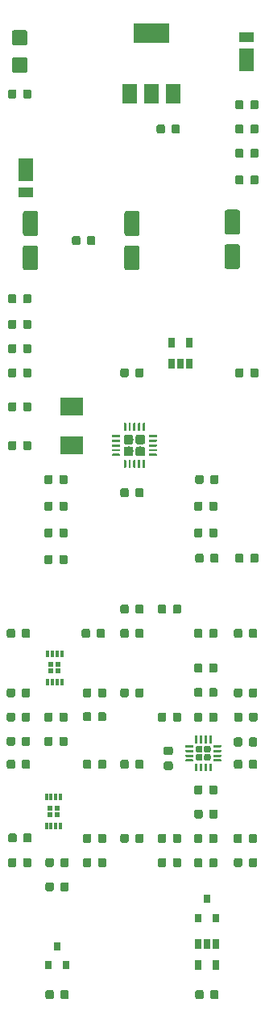
<source format=gbr>
G04 #@! TF.GenerationSoftware,KiCad,Pcbnew,5.0.2-bee76a0~70~ubuntu18.04.1*
G04 #@! TF.CreationDate,2019-04-14T16:07:02+08:00*
G04 #@! TF.ProjectId,LFO,4c464f2e-6b69-4636-9164-5f7063625858,rev?*
G04 #@! TF.SameCoordinates,PX8d9ee20PY6422c40*
G04 #@! TF.FileFunction,Paste,Bot*
G04 #@! TF.FilePolarity,Positive*
%FSLAX46Y46*%
G04 Gerber Fmt 4.6, Leading zero omitted, Abs format (unit mm)*
G04 Created by KiCad (PCBNEW 5.0.2-bee76a0~70~ubuntu18.04.1) date Sun Apr 14 16:07:02 2019*
%MOMM*%
%LPD*%
G01*
G04 APERTURE LIST*
%ADD10R,1.500000X2.000000*%
%ADD11R,3.800000X2.000000*%
%ADD12R,0.600000X0.500000*%
%ADD13R,0.300000X0.750000*%
%ADD14R,0.650000X1.060000*%
%ADD15C,0.100000*%
%ADD16C,0.250000*%
%ADD17C,0.690000*%
%ADD18C,0.875000*%
%ADD19R,0.800000X0.900000*%
%ADD20C,1.600000*%
%ADD21R,2.400000X1.900000*%
%ADD22R,1.500000X1.050000*%
%ADD23R,1.500000X2.400000*%
%ADD24C,1.010000*%
G04 APERTURE END LIST*
D10*
G04 #@! TO.C,U5*
X4332000Y44221000D03*
X-268000Y44221000D03*
X2032000Y44221000D03*
D11*
X2032000Y50521000D03*
G04 #@! TD*
D12*
G04 #@! TO.C,U4*
X-7880000Y-31313000D03*
X-8630000Y-31313000D03*
X-7880000Y-30663000D03*
X-8630000Y-30663000D03*
D13*
X-9005000Y-32488000D03*
X-8505000Y-32488000D03*
X-8005000Y-32488000D03*
X-7505000Y-32488000D03*
X-7505000Y-29488000D03*
X-8005000Y-29488000D03*
X-8505000Y-29488000D03*
X-9005000Y-29488000D03*
G04 #@! TD*
D12*
G04 #@! TO.C,U3*
X-7759000Y-16256000D03*
X-8509000Y-16256000D03*
X-7759000Y-15606000D03*
X-8509000Y-15606000D03*
D13*
X-8884000Y-17431000D03*
X-8384000Y-17431000D03*
X-7884000Y-17431000D03*
X-7384000Y-17431000D03*
X-7384000Y-14431000D03*
X-7884000Y-14431000D03*
X-8384000Y-14431000D03*
X-8884000Y-14431000D03*
G04 #@! TD*
D14*
G04 #@! TO.C,U7*
X6030000Y18118000D03*
X4130000Y18118000D03*
X4130000Y15918000D03*
X5080000Y15918000D03*
X6030000Y15918000D03*
G04 #@! TD*
D15*
G04 #@! TO.C,U6*
G36*
X8311626Y-23017301D02*
X8317693Y-23018201D01*
X8323643Y-23019691D01*
X8329418Y-23021758D01*
X8334962Y-23024380D01*
X8340223Y-23027533D01*
X8345150Y-23031187D01*
X8349694Y-23035306D01*
X8353813Y-23039850D01*
X8357467Y-23044777D01*
X8360620Y-23050038D01*
X8363242Y-23055582D01*
X8365309Y-23061357D01*
X8366799Y-23067307D01*
X8367699Y-23073374D01*
X8368000Y-23079500D01*
X8368000Y-23779500D01*
X8367699Y-23785626D01*
X8366799Y-23791693D01*
X8365309Y-23797643D01*
X8363242Y-23803418D01*
X8360620Y-23808962D01*
X8357467Y-23814223D01*
X8353813Y-23819150D01*
X8349694Y-23823694D01*
X8345150Y-23827813D01*
X8340223Y-23831467D01*
X8334962Y-23834620D01*
X8329418Y-23837242D01*
X8323643Y-23839309D01*
X8317693Y-23840799D01*
X8311626Y-23841699D01*
X8305500Y-23842000D01*
X8180500Y-23842000D01*
X8174374Y-23841699D01*
X8168307Y-23840799D01*
X8162357Y-23839309D01*
X8156582Y-23837242D01*
X8151038Y-23834620D01*
X8145777Y-23831467D01*
X8140850Y-23827813D01*
X8136306Y-23823694D01*
X8132187Y-23819150D01*
X8128533Y-23814223D01*
X8125380Y-23808962D01*
X8122758Y-23803418D01*
X8120691Y-23797643D01*
X8119201Y-23791693D01*
X8118301Y-23785626D01*
X8118000Y-23779500D01*
X8118000Y-23079500D01*
X8118301Y-23073374D01*
X8119201Y-23067307D01*
X8120691Y-23061357D01*
X8122758Y-23055582D01*
X8125380Y-23050038D01*
X8128533Y-23044777D01*
X8132187Y-23039850D01*
X8136306Y-23035306D01*
X8140850Y-23031187D01*
X8145777Y-23027533D01*
X8151038Y-23024380D01*
X8156582Y-23021758D01*
X8162357Y-23019691D01*
X8168307Y-23018201D01*
X8174374Y-23017301D01*
X8180500Y-23017000D01*
X8305500Y-23017000D01*
X8311626Y-23017301D01*
X8311626Y-23017301D01*
G37*
D16*
X8243000Y-23429500D03*
D15*
G36*
X7811626Y-23017301D02*
X7817693Y-23018201D01*
X7823643Y-23019691D01*
X7829418Y-23021758D01*
X7834962Y-23024380D01*
X7840223Y-23027533D01*
X7845150Y-23031187D01*
X7849694Y-23035306D01*
X7853813Y-23039850D01*
X7857467Y-23044777D01*
X7860620Y-23050038D01*
X7863242Y-23055582D01*
X7865309Y-23061357D01*
X7866799Y-23067307D01*
X7867699Y-23073374D01*
X7868000Y-23079500D01*
X7868000Y-23779500D01*
X7867699Y-23785626D01*
X7866799Y-23791693D01*
X7865309Y-23797643D01*
X7863242Y-23803418D01*
X7860620Y-23808962D01*
X7857467Y-23814223D01*
X7853813Y-23819150D01*
X7849694Y-23823694D01*
X7845150Y-23827813D01*
X7840223Y-23831467D01*
X7834962Y-23834620D01*
X7829418Y-23837242D01*
X7823643Y-23839309D01*
X7817693Y-23840799D01*
X7811626Y-23841699D01*
X7805500Y-23842000D01*
X7680500Y-23842000D01*
X7674374Y-23841699D01*
X7668307Y-23840799D01*
X7662357Y-23839309D01*
X7656582Y-23837242D01*
X7651038Y-23834620D01*
X7645777Y-23831467D01*
X7640850Y-23827813D01*
X7636306Y-23823694D01*
X7632187Y-23819150D01*
X7628533Y-23814223D01*
X7625380Y-23808962D01*
X7622758Y-23803418D01*
X7620691Y-23797643D01*
X7619201Y-23791693D01*
X7618301Y-23785626D01*
X7618000Y-23779500D01*
X7618000Y-23079500D01*
X7618301Y-23073374D01*
X7619201Y-23067307D01*
X7620691Y-23061357D01*
X7622758Y-23055582D01*
X7625380Y-23050038D01*
X7628533Y-23044777D01*
X7632187Y-23039850D01*
X7636306Y-23035306D01*
X7640850Y-23031187D01*
X7645777Y-23027533D01*
X7651038Y-23024380D01*
X7656582Y-23021758D01*
X7662357Y-23019691D01*
X7668307Y-23018201D01*
X7674374Y-23017301D01*
X7680500Y-23017000D01*
X7805500Y-23017000D01*
X7811626Y-23017301D01*
X7811626Y-23017301D01*
G37*
D16*
X7743000Y-23429500D03*
D15*
G36*
X7311626Y-23017301D02*
X7317693Y-23018201D01*
X7323643Y-23019691D01*
X7329418Y-23021758D01*
X7334962Y-23024380D01*
X7340223Y-23027533D01*
X7345150Y-23031187D01*
X7349694Y-23035306D01*
X7353813Y-23039850D01*
X7357467Y-23044777D01*
X7360620Y-23050038D01*
X7363242Y-23055582D01*
X7365309Y-23061357D01*
X7366799Y-23067307D01*
X7367699Y-23073374D01*
X7368000Y-23079500D01*
X7368000Y-23779500D01*
X7367699Y-23785626D01*
X7366799Y-23791693D01*
X7365309Y-23797643D01*
X7363242Y-23803418D01*
X7360620Y-23808962D01*
X7357467Y-23814223D01*
X7353813Y-23819150D01*
X7349694Y-23823694D01*
X7345150Y-23827813D01*
X7340223Y-23831467D01*
X7334962Y-23834620D01*
X7329418Y-23837242D01*
X7323643Y-23839309D01*
X7317693Y-23840799D01*
X7311626Y-23841699D01*
X7305500Y-23842000D01*
X7180500Y-23842000D01*
X7174374Y-23841699D01*
X7168307Y-23840799D01*
X7162357Y-23839309D01*
X7156582Y-23837242D01*
X7151038Y-23834620D01*
X7145777Y-23831467D01*
X7140850Y-23827813D01*
X7136306Y-23823694D01*
X7132187Y-23819150D01*
X7128533Y-23814223D01*
X7125380Y-23808962D01*
X7122758Y-23803418D01*
X7120691Y-23797643D01*
X7119201Y-23791693D01*
X7118301Y-23785626D01*
X7118000Y-23779500D01*
X7118000Y-23079500D01*
X7118301Y-23073374D01*
X7119201Y-23067307D01*
X7120691Y-23061357D01*
X7122758Y-23055582D01*
X7125380Y-23050038D01*
X7128533Y-23044777D01*
X7132187Y-23039850D01*
X7136306Y-23035306D01*
X7140850Y-23031187D01*
X7145777Y-23027533D01*
X7151038Y-23024380D01*
X7156582Y-23021758D01*
X7162357Y-23019691D01*
X7168307Y-23018201D01*
X7174374Y-23017301D01*
X7180500Y-23017000D01*
X7305500Y-23017000D01*
X7311626Y-23017301D01*
X7311626Y-23017301D01*
G37*
D16*
X7243000Y-23429500D03*
D15*
G36*
X6811626Y-23017301D02*
X6817693Y-23018201D01*
X6823643Y-23019691D01*
X6829418Y-23021758D01*
X6834962Y-23024380D01*
X6840223Y-23027533D01*
X6845150Y-23031187D01*
X6849694Y-23035306D01*
X6853813Y-23039850D01*
X6857467Y-23044777D01*
X6860620Y-23050038D01*
X6863242Y-23055582D01*
X6865309Y-23061357D01*
X6866799Y-23067307D01*
X6867699Y-23073374D01*
X6868000Y-23079500D01*
X6868000Y-23779500D01*
X6867699Y-23785626D01*
X6866799Y-23791693D01*
X6865309Y-23797643D01*
X6863242Y-23803418D01*
X6860620Y-23808962D01*
X6857467Y-23814223D01*
X6853813Y-23819150D01*
X6849694Y-23823694D01*
X6845150Y-23827813D01*
X6840223Y-23831467D01*
X6834962Y-23834620D01*
X6829418Y-23837242D01*
X6823643Y-23839309D01*
X6817693Y-23840799D01*
X6811626Y-23841699D01*
X6805500Y-23842000D01*
X6680500Y-23842000D01*
X6674374Y-23841699D01*
X6668307Y-23840799D01*
X6662357Y-23839309D01*
X6656582Y-23837242D01*
X6651038Y-23834620D01*
X6645777Y-23831467D01*
X6640850Y-23827813D01*
X6636306Y-23823694D01*
X6632187Y-23819150D01*
X6628533Y-23814223D01*
X6625380Y-23808962D01*
X6622758Y-23803418D01*
X6620691Y-23797643D01*
X6619201Y-23791693D01*
X6618301Y-23785626D01*
X6618000Y-23779500D01*
X6618000Y-23079500D01*
X6618301Y-23073374D01*
X6619201Y-23067307D01*
X6620691Y-23061357D01*
X6622758Y-23055582D01*
X6625380Y-23050038D01*
X6628533Y-23044777D01*
X6632187Y-23039850D01*
X6636306Y-23035306D01*
X6640850Y-23031187D01*
X6645777Y-23027533D01*
X6651038Y-23024380D01*
X6656582Y-23021758D01*
X6662357Y-23019691D01*
X6668307Y-23018201D01*
X6674374Y-23017301D01*
X6680500Y-23017000D01*
X6805500Y-23017000D01*
X6811626Y-23017301D01*
X6811626Y-23017301D01*
G37*
D16*
X6743000Y-23429500D03*
D15*
G36*
X6386626Y-24017301D02*
X6392693Y-24018201D01*
X6398643Y-24019691D01*
X6404418Y-24021758D01*
X6409962Y-24024380D01*
X6415223Y-24027533D01*
X6420150Y-24031187D01*
X6424694Y-24035306D01*
X6428813Y-24039850D01*
X6432467Y-24044777D01*
X6435620Y-24050038D01*
X6438242Y-24055582D01*
X6440309Y-24061357D01*
X6441799Y-24067307D01*
X6442699Y-24073374D01*
X6443000Y-24079500D01*
X6443000Y-24204500D01*
X6442699Y-24210626D01*
X6441799Y-24216693D01*
X6440309Y-24222643D01*
X6438242Y-24228418D01*
X6435620Y-24233962D01*
X6432467Y-24239223D01*
X6428813Y-24244150D01*
X6424694Y-24248694D01*
X6420150Y-24252813D01*
X6415223Y-24256467D01*
X6409962Y-24259620D01*
X6404418Y-24262242D01*
X6398643Y-24264309D01*
X6392693Y-24265799D01*
X6386626Y-24266699D01*
X6380500Y-24267000D01*
X5680500Y-24267000D01*
X5674374Y-24266699D01*
X5668307Y-24265799D01*
X5662357Y-24264309D01*
X5656582Y-24262242D01*
X5651038Y-24259620D01*
X5645777Y-24256467D01*
X5640850Y-24252813D01*
X5636306Y-24248694D01*
X5632187Y-24244150D01*
X5628533Y-24239223D01*
X5625380Y-24233962D01*
X5622758Y-24228418D01*
X5620691Y-24222643D01*
X5619201Y-24216693D01*
X5618301Y-24210626D01*
X5618000Y-24204500D01*
X5618000Y-24079500D01*
X5618301Y-24073374D01*
X5619201Y-24067307D01*
X5620691Y-24061357D01*
X5622758Y-24055582D01*
X5625380Y-24050038D01*
X5628533Y-24044777D01*
X5632187Y-24039850D01*
X5636306Y-24035306D01*
X5640850Y-24031187D01*
X5645777Y-24027533D01*
X5651038Y-24024380D01*
X5656582Y-24021758D01*
X5662357Y-24019691D01*
X5668307Y-24018201D01*
X5674374Y-24017301D01*
X5680500Y-24017000D01*
X6380500Y-24017000D01*
X6386626Y-24017301D01*
X6386626Y-24017301D01*
G37*
D16*
X6030500Y-24142000D03*
D15*
G36*
X6386626Y-24517301D02*
X6392693Y-24518201D01*
X6398643Y-24519691D01*
X6404418Y-24521758D01*
X6409962Y-24524380D01*
X6415223Y-24527533D01*
X6420150Y-24531187D01*
X6424694Y-24535306D01*
X6428813Y-24539850D01*
X6432467Y-24544777D01*
X6435620Y-24550038D01*
X6438242Y-24555582D01*
X6440309Y-24561357D01*
X6441799Y-24567307D01*
X6442699Y-24573374D01*
X6443000Y-24579500D01*
X6443000Y-24704500D01*
X6442699Y-24710626D01*
X6441799Y-24716693D01*
X6440309Y-24722643D01*
X6438242Y-24728418D01*
X6435620Y-24733962D01*
X6432467Y-24739223D01*
X6428813Y-24744150D01*
X6424694Y-24748694D01*
X6420150Y-24752813D01*
X6415223Y-24756467D01*
X6409962Y-24759620D01*
X6404418Y-24762242D01*
X6398643Y-24764309D01*
X6392693Y-24765799D01*
X6386626Y-24766699D01*
X6380500Y-24767000D01*
X5680500Y-24767000D01*
X5674374Y-24766699D01*
X5668307Y-24765799D01*
X5662357Y-24764309D01*
X5656582Y-24762242D01*
X5651038Y-24759620D01*
X5645777Y-24756467D01*
X5640850Y-24752813D01*
X5636306Y-24748694D01*
X5632187Y-24744150D01*
X5628533Y-24739223D01*
X5625380Y-24733962D01*
X5622758Y-24728418D01*
X5620691Y-24722643D01*
X5619201Y-24716693D01*
X5618301Y-24710626D01*
X5618000Y-24704500D01*
X5618000Y-24579500D01*
X5618301Y-24573374D01*
X5619201Y-24567307D01*
X5620691Y-24561357D01*
X5622758Y-24555582D01*
X5625380Y-24550038D01*
X5628533Y-24544777D01*
X5632187Y-24539850D01*
X5636306Y-24535306D01*
X5640850Y-24531187D01*
X5645777Y-24527533D01*
X5651038Y-24524380D01*
X5656582Y-24521758D01*
X5662357Y-24519691D01*
X5668307Y-24518201D01*
X5674374Y-24517301D01*
X5680500Y-24517000D01*
X6380500Y-24517000D01*
X6386626Y-24517301D01*
X6386626Y-24517301D01*
G37*
D16*
X6030500Y-24642000D03*
D15*
G36*
X6386626Y-25017301D02*
X6392693Y-25018201D01*
X6398643Y-25019691D01*
X6404418Y-25021758D01*
X6409962Y-25024380D01*
X6415223Y-25027533D01*
X6420150Y-25031187D01*
X6424694Y-25035306D01*
X6428813Y-25039850D01*
X6432467Y-25044777D01*
X6435620Y-25050038D01*
X6438242Y-25055582D01*
X6440309Y-25061357D01*
X6441799Y-25067307D01*
X6442699Y-25073374D01*
X6443000Y-25079500D01*
X6443000Y-25204500D01*
X6442699Y-25210626D01*
X6441799Y-25216693D01*
X6440309Y-25222643D01*
X6438242Y-25228418D01*
X6435620Y-25233962D01*
X6432467Y-25239223D01*
X6428813Y-25244150D01*
X6424694Y-25248694D01*
X6420150Y-25252813D01*
X6415223Y-25256467D01*
X6409962Y-25259620D01*
X6404418Y-25262242D01*
X6398643Y-25264309D01*
X6392693Y-25265799D01*
X6386626Y-25266699D01*
X6380500Y-25267000D01*
X5680500Y-25267000D01*
X5674374Y-25266699D01*
X5668307Y-25265799D01*
X5662357Y-25264309D01*
X5656582Y-25262242D01*
X5651038Y-25259620D01*
X5645777Y-25256467D01*
X5640850Y-25252813D01*
X5636306Y-25248694D01*
X5632187Y-25244150D01*
X5628533Y-25239223D01*
X5625380Y-25233962D01*
X5622758Y-25228418D01*
X5620691Y-25222643D01*
X5619201Y-25216693D01*
X5618301Y-25210626D01*
X5618000Y-25204500D01*
X5618000Y-25079500D01*
X5618301Y-25073374D01*
X5619201Y-25067307D01*
X5620691Y-25061357D01*
X5622758Y-25055582D01*
X5625380Y-25050038D01*
X5628533Y-25044777D01*
X5632187Y-25039850D01*
X5636306Y-25035306D01*
X5640850Y-25031187D01*
X5645777Y-25027533D01*
X5651038Y-25024380D01*
X5656582Y-25021758D01*
X5662357Y-25019691D01*
X5668307Y-25018201D01*
X5674374Y-25017301D01*
X5680500Y-25017000D01*
X6380500Y-25017000D01*
X6386626Y-25017301D01*
X6386626Y-25017301D01*
G37*
D16*
X6030500Y-25142000D03*
D15*
G36*
X6386626Y-25517301D02*
X6392693Y-25518201D01*
X6398643Y-25519691D01*
X6404418Y-25521758D01*
X6409962Y-25524380D01*
X6415223Y-25527533D01*
X6420150Y-25531187D01*
X6424694Y-25535306D01*
X6428813Y-25539850D01*
X6432467Y-25544777D01*
X6435620Y-25550038D01*
X6438242Y-25555582D01*
X6440309Y-25561357D01*
X6441799Y-25567307D01*
X6442699Y-25573374D01*
X6443000Y-25579500D01*
X6443000Y-25704500D01*
X6442699Y-25710626D01*
X6441799Y-25716693D01*
X6440309Y-25722643D01*
X6438242Y-25728418D01*
X6435620Y-25733962D01*
X6432467Y-25739223D01*
X6428813Y-25744150D01*
X6424694Y-25748694D01*
X6420150Y-25752813D01*
X6415223Y-25756467D01*
X6409962Y-25759620D01*
X6404418Y-25762242D01*
X6398643Y-25764309D01*
X6392693Y-25765799D01*
X6386626Y-25766699D01*
X6380500Y-25767000D01*
X5680500Y-25767000D01*
X5674374Y-25766699D01*
X5668307Y-25765799D01*
X5662357Y-25764309D01*
X5656582Y-25762242D01*
X5651038Y-25759620D01*
X5645777Y-25756467D01*
X5640850Y-25752813D01*
X5636306Y-25748694D01*
X5632187Y-25744150D01*
X5628533Y-25739223D01*
X5625380Y-25733962D01*
X5622758Y-25728418D01*
X5620691Y-25722643D01*
X5619201Y-25716693D01*
X5618301Y-25710626D01*
X5618000Y-25704500D01*
X5618000Y-25579500D01*
X5618301Y-25573374D01*
X5619201Y-25567307D01*
X5620691Y-25561357D01*
X5622758Y-25555582D01*
X5625380Y-25550038D01*
X5628533Y-25544777D01*
X5632187Y-25539850D01*
X5636306Y-25535306D01*
X5640850Y-25531187D01*
X5645777Y-25527533D01*
X5651038Y-25524380D01*
X5656582Y-25521758D01*
X5662357Y-25519691D01*
X5668307Y-25518201D01*
X5674374Y-25517301D01*
X5680500Y-25517000D01*
X6380500Y-25517000D01*
X6386626Y-25517301D01*
X6386626Y-25517301D01*
G37*
D16*
X6030500Y-25642000D03*
D15*
G36*
X6811626Y-25942301D02*
X6817693Y-25943201D01*
X6823643Y-25944691D01*
X6829418Y-25946758D01*
X6834962Y-25949380D01*
X6840223Y-25952533D01*
X6845150Y-25956187D01*
X6849694Y-25960306D01*
X6853813Y-25964850D01*
X6857467Y-25969777D01*
X6860620Y-25975038D01*
X6863242Y-25980582D01*
X6865309Y-25986357D01*
X6866799Y-25992307D01*
X6867699Y-25998374D01*
X6868000Y-26004500D01*
X6868000Y-26704500D01*
X6867699Y-26710626D01*
X6866799Y-26716693D01*
X6865309Y-26722643D01*
X6863242Y-26728418D01*
X6860620Y-26733962D01*
X6857467Y-26739223D01*
X6853813Y-26744150D01*
X6849694Y-26748694D01*
X6845150Y-26752813D01*
X6840223Y-26756467D01*
X6834962Y-26759620D01*
X6829418Y-26762242D01*
X6823643Y-26764309D01*
X6817693Y-26765799D01*
X6811626Y-26766699D01*
X6805500Y-26767000D01*
X6680500Y-26767000D01*
X6674374Y-26766699D01*
X6668307Y-26765799D01*
X6662357Y-26764309D01*
X6656582Y-26762242D01*
X6651038Y-26759620D01*
X6645777Y-26756467D01*
X6640850Y-26752813D01*
X6636306Y-26748694D01*
X6632187Y-26744150D01*
X6628533Y-26739223D01*
X6625380Y-26733962D01*
X6622758Y-26728418D01*
X6620691Y-26722643D01*
X6619201Y-26716693D01*
X6618301Y-26710626D01*
X6618000Y-26704500D01*
X6618000Y-26004500D01*
X6618301Y-25998374D01*
X6619201Y-25992307D01*
X6620691Y-25986357D01*
X6622758Y-25980582D01*
X6625380Y-25975038D01*
X6628533Y-25969777D01*
X6632187Y-25964850D01*
X6636306Y-25960306D01*
X6640850Y-25956187D01*
X6645777Y-25952533D01*
X6651038Y-25949380D01*
X6656582Y-25946758D01*
X6662357Y-25944691D01*
X6668307Y-25943201D01*
X6674374Y-25942301D01*
X6680500Y-25942000D01*
X6805500Y-25942000D01*
X6811626Y-25942301D01*
X6811626Y-25942301D01*
G37*
D16*
X6743000Y-26354500D03*
D15*
G36*
X7311626Y-25942301D02*
X7317693Y-25943201D01*
X7323643Y-25944691D01*
X7329418Y-25946758D01*
X7334962Y-25949380D01*
X7340223Y-25952533D01*
X7345150Y-25956187D01*
X7349694Y-25960306D01*
X7353813Y-25964850D01*
X7357467Y-25969777D01*
X7360620Y-25975038D01*
X7363242Y-25980582D01*
X7365309Y-25986357D01*
X7366799Y-25992307D01*
X7367699Y-25998374D01*
X7368000Y-26004500D01*
X7368000Y-26704500D01*
X7367699Y-26710626D01*
X7366799Y-26716693D01*
X7365309Y-26722643D01*
X7363242Y-26728418D01*
X7360620Y-26733962D01*
X7357467Y-26739223D01*
X7353813Y-26744150D01*
X7349694Y-26748694D01*
X7345150Y-26752813D01*
X7340223Y-26756467D01*
X7334962Y-26759620D01*
X7329418Y-26762242D01*
X7323643Y-26764309D01*
X7317693Y-26765799D01*
X7311626Y-26766699D01*
X7305500Y-26767000D01*
X7180500Y-26767000D01*
X7174374Y-26766699D01*
X7168307Y-26765799D01*
X7162357Y-26764309D01*
X7156582Y-26762242D01*
X7151038Y-26759620D01*
X7145777Y-26756467D01*
X7140850Y-26752813D01*
X7136306Y-26748694D01*
X7132187Y-26744150D01*
X7128533Y-26739223D01*
X7125380Y-26733962D01*
X7122758Y-26728418D01*
X7120691Y-26722643D01*
X7119201Y-26716693D01*
X7118301Y-26710626D01*
X7118000Y-26704500D01*
X7118000Y-26004500D01*
X7118301Y-25998374D01*
X7119201Y-25992307D01*
X7120691Y-25986357D01*
X7122758Y-25980582D01*
X7125380Y-25975038D01*
X7128533Y-25969777D01*
X7132187Y-25964850D01*
X7136306Y-25960306D01*
X7140850Y-25956187D01*
X7145777Y-25952533D01*
X7151038Y-25949380D01*
X7156582Y-25946758D01*
X7162357Y-25944691D01*
X7168307Y-25943201D01*
X7174374Y-25942301D01*
X7180500Y-25942000D01*
X7305500Y-25942000D01*
X7311626Y-25942301D01*
X7311626Y-25942301D01*
G37*
D16*
X7243000Y-26354500D03*
D15*
G36*
X7811626Y-25942301D02*
X7817693Y-25943201D01*
X7823643Y-25944691D01*
X7829418Y-25946758D01*
X7834962Y-25949380D01*
X7840223Y-25952533D01*
X7845150Y-25956187D01*
X7849694Y-25960306D01*
X7853813Y-25964850D01*
X7857467Y-25969777D01*
X7860620Y-25975038D01*
X7863242Y-25980582D01*
X7865309Y-25986357D01*
X7866799Y-25992307D01*
X7867699Y-25998374D01*
X7868000Y-26004500D01*
X7868000Y-26704500D01*
X7867699Y-26710626D01*
X7866799Y-26716693D01*
X7865309Y-26722643D01*
X7863242Y-26728418D01*
X7860620Y-26733962D01*
X7857467Y-26739223D01*
X7853813Y-26744150D01*
X7849694Y-26748694D01*
X7845150Y-26752813D01*
X7840223Y-26756467D01*
X7834962Y-26759620D01*
X7829418Y-26762242D01*
X7823643Y-26764309D01*
X7817693Y-26765799D01*
X7811626Y-26766699D01*
X7805500Y-26767000D01*
X7680500Y-26767000D01*
X7674374Y-26766699D01*
X7668307Y-26765799D01*
X7662357Y-26764309D01*
X7656582Y-26762242D01*
X7651038Y-26759620D01*
X7645777Y-26756467D01*
X7640850Y-26752813D01*
X7636306Y-26748694D01*
X7632187Y-26744150D01*
X7628533Y-26739223D01*
X7625380Y-26733962D01*
X7622758Y-26728418D01*
X7620691Y-26722643D01*
X7619201Y-26716693D01*
X7618301Y-26710626D01*
X7618000Y-26704500D01*
X7618000Y-26004500D01*
X7618301Y-25998374D01*
X7619201Y-25992307D01*
X7620691Y-25986357D01*
X7622758Y-25980582D01*
X7625380Y-25975038D01*
X7628533Y-25969777D01*
X7632187Y-25964850D01*
X7636306Y-25960306D01*
X7640850Y-25956187D01*
X7645777Y-25952533D01*
X7651038Y-25949380D01*
X7656582Y-25946758D01*
X7662357Y-25944691D01*
X7668307Y-25943201D01*
X7674374Y-25942301D01*
X7680500Y-25942000D01*
X7805500Y-25942000D01*
X7811626Y-25942301D01*
X7811626Y-25942301D01*
G37*
D16*
X7743000Y-26354500D03*
D15*
G36*
X8311626Y-25942301D02*
X8317693Y-25943201D01*
X8323643Y-25944691D01*
X8329418Y-25946758D01*
X8334962Y-25949380D01*
X8340223Y-25952533D01*
X8345150Y-25956187D01*
X8349694Y-25960306D01*
X8353813Y-25964850D01*
X8357467Y-25969777D01*
X8360620Y-25975038D01*
X8363242Y-25980582D01*
X8365309Y-25986357D01*
X8366799Y-25992307D01*
X8367699Y-25998374D01*
X8368000Y-26004500D01*
X8368000Y-26704500D01*
X8367699Y-26710626D01*
X8366799Y-26716693D01*
X8365309Y-26722643D01*
X8363242Y-26728418D01*
X8360620Y-26733962D01*
X8357467Y-26739223D01*
X8353813Y-26744150D01*
X8349694Y-26748694D01*
X8345150Y-26752813D01*
X8340223Y-26756467D01*
X8334962Y-26759620D01*
X8329418Y-26762242D01*
X8323643Y-26764309D01*
X8317693Y-26765799D01*
X8311626Y-26766699D01*
X8305500Y-26767000D01*
X8180500Y-26767000D01*
X8174374Y-26766699D01*
X8168307Y-26765799D01*
X8162357Y-26764309D01*
X8156582Y-26762242D01*
X8151038Y-26759620D01*
X8145777Y-26756467D01*
X8140850Y-26752813D01*
X8136306Y-26748694D01*
X8132187Y-26744150D01*
X8128533Y-26739223D01*
X8125380Y-26733962D01*
X8122758Y-26728418D01*
X8120691Y-26722643D01*
X8119201Y-26716693D01*
X8118301Y-26710626D01*
X8118000Y-26704500D01*
X8118000Y-26004500D01*
X8118301Y-25998374D01*
X8119201Y-25992307D01*
X8120691Y-25986357D01*
X8122758Y-25980582D01*
X8125380Y-25975038D01*
X8128533Y-25969777D01*
X8132187Y-25964850D01*
X8136306Y-25960306D01*
X8140850Y-25956187D01*
X8145777Y-25952533D01*
X8151038Y-25949380D01*
X8156582Y-25946758D01*
X8162357Y-25944691D01*
X8168307Y-25943201D01*
X8174374Y-25942301D01*
X8180500Y-25942000D01*
X8305500Y-25942000D01*
X8311626Y-25942301D01*
X8311626Y-25942301D01*
G37*
D16*
X8243000Y-26354500D03*
D15*
G36*
X9311626Y-25517301D02*
X9317693Y-25518201D01*
X9323643Y-25519691D01*
X9329418Y-25521758D01*
X9334962Y-25524380D01*
X9340223Y-25527533D01*
X9345150Y-25531187D01*
X9349694Y-25535306D01*
X9353813Y-25539850D01*
X9357467Y-25544777D01*
X9360620Y-25550038D01*
X9363242Y-25555582D01*
X9365309Y-25561357D01*
X9366799Y-25567307D01*
X9367699Y-25573374D01*
X9368000Y-25579500D01*
X9368000Y-25704500D01*
X9367699Y-25710626D01*
X9366799Y-25716693D01*
X9365309Y-25722643D01*
X9363242Y-25728418D01*
X9360620Y-25733962D01*
X9357467Y-25739223D01*
X9353813Y-25744150D01*
X9349694Y-25748694D01*
X9345150Y-25752813D01*
X9340223Y-25756467D01*
X9334962Y-25759620D01*
X9329418Y-25762242D01*
X9323643Y-25764309D01*
X9317693Y-25765799D01*
X9311626Y-25766699D01*
X9305500Y-25767000D01*
X8605500Y-25767000D01*
X8599374Y-25766699D01*
X8593307Y-25765799D01*
X8587357Y-25764309D01*
X8581582Y-25762242D01*
X8576038Y-25759620D01*
X8570777Y-25756467D01*
X8565850Y-25752813D01*
X8561306Y-25748694D01*
X8557187Y-25744150D01*
X8553533Y-25739223D01*
X8550380Y-25733962D01*
X8547758Y-25728418D01*
X8545691Y-25722643D01*
X8544201Y-25716693D01*
X8543301Y-25710626D01*
X8543000Y-25704500D01*
X8543000Y-25579500D01*
X8543301Y-25573374D01*
X8544201Y-25567307D01*
X8545691Y-25561357D01*
X8547758Y-25555582D01*
X8550380Y-25550038D01*
X8553533Y-25544777D01*
X8557187Y-25539850D01*
X8561306Y-25535306D01*
X8565850Y-25531187D01*
X8570777Y-25527533D01*
X8576038Y-25524380D01*
X8581582Y-25521758D01*
X8587357Y-25519691D01*
X8593307Y-25518201D01*
X8599374Y-25517301D01*
X8605500Y-25517000D01*
X9305500Y-25517000D01*
X9311626Y-25517301D01*
X9311626Y-25517301D01*
G37*
D16*
X8955500Y-25642000D03*
D15*
G36*
X9311626Y-25017301D02*
X9317693Y-25018201D01*
X9323643Y-25019691D01*
X9329418Y-25021758D01*
X9334962Y-25024380D01*
X9340223Y-25027533D01*
X9345150Y-25031187D01*
X9349694Y-25035306D01*
X9353813Y-25039850D01*
X9357467Y-25044777D01*
X9360620Y-25050038D01*
X9363242Y-25055582D01*
X9365309Y-25061357D01*
X9366799Y-25067307D01*
X9367699Y-25073374D01*
X9368000Y-25079500D01*
X9368000Y-25204500D01*
X9367699Y-25210626D01*
X9366799Y-25216693D01*
X9365309Y-25222643D01*
X9363242Y-25228418D01*
X9360620Y-25233962D01*
X9357467Y-25239223D01*
X9353813Y-25244150D01*
X9349694Y-25248694D01*
X9345150Y-25252813D01*
X9340223Y-25256467D01*
X9334962Y-25259620D01*
X9329418Y-25262242D01*
X9323643Y-25264309D01*
X9317693Y-25265799D01*
X9311626Y-25266699D01*
X9305500Y-25267000D01*
X8605500Y-25267000D01*
X8599374Y-25266699D01*
X8593307Y-25265799D01*
X8587357Y-25264309D01*
X8581582Y-25262242D01*
X8576038Y-25259620D01*
X8570777Y-25256467D01*
X8565850Y-25252813D01*
X8561306Y-25248694D01*
X8557187Y-25244150D01*
X8553533Y-25239223D01*
X8550380Y-25233962D01*
X8547758Y-25228418D01*
X8545691Y-25222643D01*
X8544201Y-25216693D01*
X8543301Y-25210626D01*
X8543000Y-25204500D01*
X8543000Y-25079500D01*
X8543301Y-25073374D01*
X8544201Y-25067307D01*
X8545691Y-25061357D01*
X8547758Y-25055582D01*
X8550380Y-25050038D01*
X8553533Y-25044777D01*
X8557187Y-25039850D01*
X8561306Y-25035306D01*
X8565850Y-25031187D01*
X8570777Y-25027533D01*
X8576038Y-25024380D01*
X8581582Y-25021758D01*
X8587357Y-25019691D01*
X8593307Y-25018201D01*
X8599374Y-25017301D01*
X8605500Y-25017000D01*
X9305500Y-25017000D01*
X9311626Y-25017301D01*
X9311626Y-25017301D01*
G37*
D16*
X8955500Y-25142000D03*
D15*
G36*
X9311626Y-24517301D02*
X9317693Y-24518201D01*
X9323643Y-24519691D01*
X9329418Y-24521758D01*
X9334962Y-24524380D01*
X9340223Y-24527533D01*
X9345150Y-24531187D01*
X9349694Y-24535306D01*
X9353813Y-24539850D01*
X9357467Y-24544777D01*
X9360620Y-24550038D01*
X9363242Y-24555582D01*
X9365309Y-24561357D01*
X9366799Y-24567307D01*
X9367699Y-24573374D01*
X9368000Y-24579500D01*
X9368000Y-24704500D01*
X9367699Y-24710626D01*
X9366799Y-24716693D01*
X9365309Y-24722643D01*
X9363242Y-24728418D01*
X9360620Y-24733962D01*
X9357467Y-24739223D01*
X9353813Y-24744150D01*
X9349694Y-24748694D01*
X9345150Y-24752813D01*
X9340223Y-24756467D01*
X9334962Y-24759620D01*
X9329418Y-24762242D01*
X9323643Y-24764309D01*
X9317693Y-24765799D01*
X9311626Y-24766699D01*
X9305500Y-24767000D01*
X8605500Y-24767000D01*
X8599374Y-24766699D01*
X8593307Y-24765799D01*
X8587357Y-24764309D01*
X8581582Y-24762242D01*
X8576038Y-24759620D01*
X8570777Y-24756467D01*
X8565850Y-24752813D01*
X8561306Y-24748694D01*
X8557187Y-24744150D01*
X8553533Y-24739223D01*
X8550380Y-24733962D01*
X8547758Y-24728418D01*
X8545691Y-24722643D01*
X8544201Y-24716693D01*
X8543301Y-24710626D01*
X8543000Y-24704500D01*
X8543000Y-24579500D01*
X8543301Y-24573374D01*
X8544201Y-24567307D01*
X8545691Y-24561357D01*
X8547758Y-24555582D01*
X8550380Y-24550038D01*
X8553533Y-24544777D01*
X8557187Y-24539850D01*
X8561306Y-24535306D01*
X8565850Y-24531187D01*
X8570777Y-24527533D01*
X8576038Y-24524380D01*
X8581582Y-24521758D01*
X8587357Y-24519691D01*
X8593307Y-24518201D01*
X8599374Y-24517301D01*
X8605500Y-24517000D01*
X9305500Y-24517000D01*
X9311626Y-24517301D01*
X9311626Y-24517301D01*
G37*
D16*
X8955500Y-24642000D03*
D15*
G36*
X9311626Y-24017301D02*
X9317693Y-24018201D01*
X9323643Y-24019691D01*
X9329418Y-24021758D01*
X9334962Y-24024380D01*
X9340223Y-24027533D01*
X9345150Y-24031187D01*
X9349694Y-24035306D01*
X9353813Y-24039850D01*
X9357467Y-24044777D01*
X9360620Y-24050038D01*
X9363242Y-24055582D01*
X9365309Y-24061357D01*
X9366799Y-24067307D01*
X9367699Y-24073374D01*
X9368000Y-24079500D01*
X9368000Y-24204500D01*
X9367699Y-24210626D01*
X9366799Y-24216693D01*
X9365309Y-24222643D01*
X9363242Y-24228418D01*
X9360620Y-24233962D01*
X9357467Y-24239223D01*
X9353813Y-24244150D01*
X9349694Y-24248694D01*
X9345150Y-24252813D01*
X9340223Y-24256467D01*
X9334962Y-24259620D01*
X9329418Y-24262242D01*
X9323643Y-24264309D01*
X9317693Y-24265799D01*
X9311626Y-24266699D01*
X9305500Y-24267000D01*
X8605500Y-24267000D01*
X8599374Y-24266699D01*
X8593307Y-24265799D01*
X8587357Y-24264309D01*
X8581582Y-24262242D01*
X8576038Y-24259620D01*
X8570777Y-24256467D01*
X8565850Y-24252813D01*
X8561306Y-24248694D01*
X8557187Y-24244150D01*
X8553533Y-24239223D01*
X8550380Y-24233962D01*
X8547758Y-24228418D01*
X8545691Y-24222643D01*
X8544201Y-24216693D01*
X8543301Y-24210626D01*
X8543000Y-24204500D01*
X8543000Y-24079500D01*
X8543301Y-24073374D01*
X8544201Y-24067307D01*
X8545691Y-24061357D01*
X8547758Y-24055582D01*
X8550380Y-24050038D01*
X8553533Y-24044777D01*
X8557187Y-24039850D01*
X8561306Y-24035306D01*
X8565850Y-24031187D01*
X8570777Y-24027533D01*
X8576038Y-24024380D01*
X8581582Y-24021758D01*
X8587357Y-24019691D01*
X8593307Y-24018201D01*
X8599374Y-24017301D01*
X8605500Y-24017000D01*
X9305500Y-24017000D01*
X9311626Y-24017301D01*
X9311626Y-24017301D01*
G37*
D16*
X8955500Y-24142000D03*
D15*
G36*
X7257408Y-24972831D02*
X7274153Y-24975315D01*
X7290574Y-24979428D01*
X7306513Y-24985131D01*
X7321816Y-24992369D01*
X7336336Y-25001071D01*
X7349933Y-25011156D01*
X7362476Y-25022524D01*
X7373844Y-25035067D01*
X7383929Y-25048664D01*
X7392631Y-25063184D01*
X7399869Y-25078487D01*
X7405572Y-25094426D01*
X7409685Y-25110847D01*
X7412169Y-25127592D01*
X7413000Y-25144500D01*
X7413000Y-25489500D01*
X7412169Y-25506408D01*
X7409685Y-25523153D01*
X7405572Y-25539574D01*
X7399869Y-25555513D01*
X7392631Y-25570816D01*
X7383929Y-25585336D01*
X7373844Y-25598933D01*
X7362476Y-25611476D01*
X7349933Y-25622844D01*
X7336336Y-25632929D01*
X7321816Y-25641631D01*
X7306513Y-25648869D01*
X7290574Y-25654572D01*
X7274153Y-25658685D01*
X7257408Y-25661169D01*
X7240500Y-25662000D01*
X6895500Y-25662000D01*
X6878592Y-25661169D01*
X6861847Y-25658685D01*
X6845426Y-25654572D01*
X6829487Y-25648869D01*
X6814184Y-25641631D01*
X6799664Y-25632929D01*
X6786067Y-25622844D01*
X6773524Y-25611476D01*
X6762156Y-25598933D01*
X6752071Y-25585336D01*
X6743369Y-25570816D01*
X6736131Y-25555513D01*
X6730428Y-25539574D01*
X6726315Y-25523153D01*
X6723831Y-25506408D01*
X6723000Y-25489500D01*
X6723000Y-25144500D01*
X6723831Y-25127592D01*
X6726315Y-25110847D01*
X6730428Y-25094426D01*
X6736131Y-25078487D01*
X6743369Y-25063184D01*
X6752071Y-25048664D01*
X6762156Y-25035067D01*
X6773524Y-25022524D01*
X6786067Y-25011156D01*
X6799664Y-25001071D01*
X6814184Y-24992369D01*
X6829487Y-24985131D01*
X6845426Y-24979428D01*
X6861847Y-24975315D01*
X6878592Y-24972831D01*
X6895500Y-24972000D01*
X7240500Y-24972000D01*
X7257408Y-24972831D01*
X7257408Y-24972831D01*
G37*
D17*
X7068000Y-25317000D03*
D15*
G36*
X7257408Y-24122831D02*
X7274153Y-24125315D01*
X7290574Y-24129428D01*
X7306513Y-24135131D01*
X7321816Y-24142369D01*
X7336336Y-24151071D01*
X7349933Y-24161156D01*
X7362476Y-24172524D01*
X7373844Y-24185067D01*
X7383929Y-24198664D01*
X7392631Y-24213184D01*
X7399869Y-24228487D01*
X7405572Y-24244426D01*
X7409685Y-24260847D01*
X7412169Y-24277592D01*
X7413000Y-24294500D01*
X7413000Y-24639500D01*
X7412169Y-24656408D01*
X7409685Y-24673153D01*
X7405572Y-24689574D01*
X7399869Y-24705513D01*
X7392631Y-24720816D01*
X7383929Y-24735336D01*
X7373844Y-24748933D01*
X7362476Y-24761476D01*
X7349933Y-24772844D01*
X7336336Y-24782929D01*
X7321816Y-24791631D01*
X7306513Y-24798869D01*
X7290574Y-24804572D01*
X7274153Y-24808685D01*
X7257408Y-24811169D01*
X7240500Y-24812000D01*
X6895500Y-24812000D01*
X6878592Y-24811169D01*
X6861847Y-24808685D01*
X6845426Y-24804572D01*
X6829487Y-24798869D01*
X6814184Y-24791631D01*
X6799664Y-24782929D01*
X6786067Y-24772844D01*
X6773524Y-24761476D01*
X6762156Y-24748933D01*
X6752071Y-24735336D01*
X6743369Y-24720816D01*
X6736131Y-24705513D01*
X6730428Y-24689574D01*
X6726315Y-24673153D01*
X6723831Y-24656408D01*
X6723000Y-24639500D01*
X6723000Y-24294500D01*
X6723831Y-24277592D01*
X6726315Y-24260847D01*
X6730428Y-24244426D01*
X6736131Y-24228487D01*
X6743369Y-24213184D01*
X6752071Y-24198664D01*
X6762156Y-24185067D01*
X6773524Y-24172524D01*
X6786067Y-24161156D01*
X6799664Y-24151071D01*
X6814184Y-24142369D01*
X6829487Y-24135131D01*
X6845426Y-24129428D01*
X6861847Y-24125315D01*
X6878592Y-24122831D01*
X6895500Y-24122000D01*
X7240500Y-24122000D01*
X7257408Y-24122831D01*
X7257408Y-24122831D01*
G37*
D17*
X7068000Y-24467000D03*
D15*
G36*
X8107408Y-24972831D02*
X8124153Y-24975315D01*
X8140574Y-24979428D01*
X8156513Y-24985131D01*
X8171816Y-24992369D01*
X8186336Y-25001071D01*
X8199933Y-25011156D01*
X8212476Y-25022524D01*
X8223844Y-25035067D01*
X8233929Y-25048664D01*
X8242631Y-25063184D01*
X8249869Y-25078487D01*
X8255572Y-25094426D01*
X8259685Y-25110847D01*
X8262169Y-25127592D01*
X8263000Y-25144500D01*
X8263000Y-25489500D01*
X8262169Y-25506408D01*
X8259685Y-25523153D01*
X8255572Y-25539574D01*
X8249869Y-25555513D01*
X8242631Y-25570816D01*
X8233929Y-25585336D01*
X8223844Y-25598933D01*
X8212476Y-25611476D01*
X8199933Y-25622844D01*
X8186336Y-25632929D01*
X8171816Y-25641631D01*
X8156513Y-25648869D01*
X8140574Y-25654572D01*
X8124153Y-25658685D01*
X8107408Y-25661169D01*
X8090500Y-25662000D01*
X7745500Y-25662000D01*
X7728592Y-25661169D01*
X7711847Y-25658685D01*
X7695426Y-25654572D01*
X7679487Y-25648869D01*
X7664184Y-25641631D01*
X7649664Y-25632929D01*
X7636067Y-25622844D01*
X7623524Y-25611476D01*
X7612156Y-25598933D01*
X7602071Y-25585336D01*
X7593369Y-25570816D01*
X7586131Y-25555513D01*
X7580428Y-25539574D01*
X7576315Y-25523153D01*
X7573831Y-25506408D01*
X7573000Y-25489500D01*
X7573000Y-25144500D01*
X7573831Y-25127592D01*
X7576315Y-25110847D01*
X7580428Y-25094426D01*
X7586131Y-25078487D01*
X7593369Y-25063184D01*
X7602071Y-25048664D01*
X7612156Y-25035067D01*
X7623524Y-25022524D01*
X7636067Y-25011156D01*
X7649664Y-25001071D01*
X7664184Y-24992369D01*
X7679487Y-24985131D01*
X7695426Y-24979428D01*
X7711847Y-24975315D01*
X7728592Y-24972831D01*
X7745500Y-24972000D01*
X8090500Y-24972000D01*
X8107408Y-24972831D01*
X8107408Y-24972831D01*
G37*
D17*
X7918000Y-25317000D03*
D15*
G36*
X8107408Y-24122831D02*
X8124153Y-24125315D01*
X8140574Y-24129428D01*
X8156513Y-24135131D01*
X8171816Y-24142369D01*
X8186336Y-24151071D01*
X8199933Y-24161156D01*
X8212476Y-24172524D01*
X8223844Y-24185067D01*
X8233929Y-24198664D01*
X8242631Y-24213184D01*
X8249869Y-24228487D01*
X8255572Y-24244426D01*
X8259685Y-24260847D01*
X8262169Y-24277592D01*
X8263000Y-24294500D01*
X8263000Y-24639500D01*
X8262169Y-24656408D01*
X8259685Y-24673153D01*
X8255572Y-24689574D01*
X8249869Y-24705513D01*
X8242631Y-24720816D01*
X8233929Y-24735336D01*
X8223844Y-24748933D01*
X8212476Y-24761476D01*
X8199933Y-24772844D01*
X8186336Y-24782929D01*
X8171816Y-24791631D01*
X8156513Y-24798869D01*
X8140574Y-24804572D01*
X8124153Y-24808685D01*
X8107408Y-24811169D01*
X8090500Y-24812000D01*
X7745500Y-24812000D01*
X7728592Y-24811169D01*
X7711847Y-24808685D01*
X7695426Y-24804572D01*
X7679487Y-24798869D01*
X7664184Y-24791631D01*
X7649664Y-24782929D01*
X7636067Y-24772844D01*
X7623524Y-24761476D01*
X7612156Y-24748933D01*
X7602071Y-24735336D01*
X7593369Y-24720816D01*
X7586131Y-24705513D01*
X7580428Y-24689574D01*
X7576315Y-24673153D01*
X7573831Y-24656408D01*
X7573000Y-24639500D01*
X7573000Y-24294500D01*
X7573831Y-24277592D01*
X7576315Y-24260847D01*
X7580428Y-24244426D01*
X7586131Y-24228487D01*
X7593369Y-24213184D01*
X7602071Y-24198664D01*
X7612156Y-24185067D01*
X7623524Y-24172524D01*
X7636067Y-24161156D01*
X7649664Y-24151071D01*
X7664184Y-24142369D01*
X7679487Y-24135131D01*
X7695426Y-24129428D01*
X7711847Y-24125315D01*
X7728592Y-24122831D01*
X7745500Y-24122000D01*
X8090500Y-24122000D01*
X8107408Y-24122831D01*
X8107408Y-24122831D01*
G37*
D17*
X7918000Y-24467000D03*
G04 #@! TD*
D15*
G04 #@! TO.C,R47*
G36*
X11390691Y-35848053D02*
X11411926Y-35851203D01*
X11432750Y-35856419D01*
X11452962Y-35863651D01*
X11472368Y-35872830D01*
X11490781Y-35883866D01*
X11508024Y-35896654D01*
X11523930Y-35911070D01*
X11538346Y-35926976D01*
X11551134Y-35944219D01*
X11562170Y-35962632D01*
X11571349Y-35982038D01*
X11578581Y-36002250D01*
X11583797Y-36023074D01*
X11586947Y-36044309D01*
X11588000Y-36065750D01*
X11588000Y-36578250D01*
X11586947Y-36599691D01*
X11583797Y-36620926D01*
X11578581Y-36641750D01*
X11571349Y-36661962D01*
X11562170Y-36681368D01*
X11551134Y-36699781D01*
X11538346Y-36717024D01*
X11523930Y-36732930D01*
X11508024Y-36747346D01*
X11490781Y-36760134D01*
X11472368Y-36771170D01*
X11452962Y-36780349D01*
X11432750Y-36787581D01*
X11411926Y-36792797D01*
X11390691Y-36795947D01*
X11369250Y-36797000D01*
X10931750Y-36797000D01*
X10910309Y-36795947D01*
X10889074Y-36792797D01*
X10868250Y-36787581D01*
X10848038Y-36780349D01*
X10828632Y-36771170D01*
X10810219Y-36760134D01*
X10792976Y-36747346D01*
X10777070Y-36732930D01*
X10762654Y-36717024D01*
X10749866Y-36699781D01*
X10738830Y-36681368D01*
X10729651Y-36661962D01*
X10722419Y-36641750D01*
X10717203Y-36620926D01*
X10714053Y-36599691D01*
X10713000Y-36578250D01*
X10713000Y-36065750D01*
X10714053Y-36044309D01*
X10717203Y-36023074D01*
X10722419Y-36002250D01*
X10729651Y-35982038D01*
X10738830Y-35962632D01*
X10749866Y-35944219D01*
X10762654Y-35926976D01*
X10777070Y-35911070D01*
X10792976Y-35896654D01*
X10810219Y-35883866D01*
X10828632Y-35872830D01*
X10848038Y-35863651D01*
X10868250Y-35856419D01*
X10889074Y-35851203D01*
X10910309Y-35848053D01*
X10931750Y-35847000D01*
X11369250Y-35847000D01*
X11390691Y-35848053D01*
X11390691Y-35848053D01*
G37*
D18*
X11150500Y-36322000D03*
D15*
G36*
X12965691Y-35848053D02*
X12986926Y-35851203D01*
X13007750Y-35856419D01*
X13027962Y-35863651D01*
X13047368Y-35872830D01*
X13065781Y-35883866D01*
X13083024Y-35896654D01*
X13098930Y-35911070D01*
X13113346Y-35926976D01*
X13126134Y-35944219D01*
X13137170Y-35962632D01*
X13146349Y-35982038D01*
X13153581Y-36002250D01*
X13158797Y-36023074D01*
X13161947Y-36044309D01*
X13163000Y-36065750D01*
X13163000Y-36578250D01*
X13161947Y-36599691D01*
X13158797Y-36620926D01*
X13153581Y-36641750D01*
X13146349Y-36661962D01*
X13137170Y-36681368D01*
X13126134Y-36699781D01*
X13113346Y-36717024D01*
X13098930Y-36732930D01*
X13083024Y-36747346D01*
X13065781Y-36760134D01*
X13047368Y-36771170D01*
X13027962Y-36780349D01*
X13007750Y-36787581D01*
X12986926Y-36792797D01*
X12965691Y-36795947D01*
X12944250Y-36797000D01*
X12506750Y-36797000D01*
X12485309Y-36795947D01*
X12464074Y-36792797D01*
X12443250Y-36787581D01*
X12423038Y-36780349D01*
X12403632Y-36771170D01*
X12385219Y-36760134D01*
X12367976Y-36747346D01*
X12352070Y-36732930D01*
X12337654Y-36717024D01*
X12324866Y-36699781D01*
X12313830Y-36681368D01*
X12304651Y-36661962D01*
X12297419Y-36641750D01*
X12292203Y-36620926D01*
X12289053Y-36599691D01*
X12288000Y-36578250D01*
X12288000Y-36065750D01*
X12289053Y-36044309D01*
X12292203Y-36023074D01*
X12297419Y-36002250D01*
X12304651Y-35982038D01*
X12313830Y-35962632D01*
X12324866Y-35944219D01*
X12337654Y-35926976D01*
X12352070Y-35911070D01*
X12367976Y-35896654D01*
X12385219Y-35883866D01*
X12403632Y-35872830D01*
X12423038Y-35863651D01*
X12443250Y-35856419D01*
X12464074Y-35851203D01*
X12485309Y-35848053D01*
X12506750Y-35847000D01*
X12944250Y-35847000D01*
X12965691Y-35848053D01*
X12965691Y-35848053D01*
G37*
D18*
X12725500Y-36322000D03*
G04 #@! TD*
D15*
G04 #@! TO.C,R46*
G36*
X11390691Y-11845053D02*
X11411926Y-11848203D01*
X11432750Y-11853419D01*
X11452962Y-11860651D01*
X11472368Y-11869830D01*
X11490781Y-11880866D01*
X11508024Y-11893654D01*
X11523930Y-11908070D01*
X11538346Y-11923976D01*
X11551134Y-11941219D01*
X11562170Y-11959632D01*
X11571349Y-11979038D01*
X11578581Y-11999250D01*
X11583797Y-12020074D01*
X11586947Y-12041309D01*
X11588000Y-12062750D01*
X11588000Y-12575250D01*
X11586947Y-12596691D01*
X11583797Y-12617926D01*
X11578581Y-12638750D01*
X11571349Y-12658962D01*
X11562170Y-12678368D01*
X11551134Y-12696781D01*
X11538346Y-12714024D01*
X11523930Y-12729930D01*
X11508024Y-12744346D01*
X11490781Y-12757134D01*
X11472368Y-12768170D01*
X11452962Y-12777349D01*
X11432750Y-12784581D01*
X11411926Y-12789797D01*
X11390691Y-12792947D01*
X11369250Y-12794000D01*
X10931750Y-12794000D01*
X10910309Y-12792947D01*
X10889074Y-12789797D01*
X10868250Y-12784581D01*
X10848038Y-12777349D01*
X10828632Y-12768170D01*
X10810219Y-12757134D01*
X10792976Y-12744346D01*
X10777070Y-12729930D01*
X10762654Y-12714024D01*
X10749866Y-12696781D01*
X10738830Y-12678368D01*
X10729651Y-12658962D01*
X10722419Y-12638750D01*
X10717203Y-12617926D01*
X10714053Y-12596691D01*
X10713000Y-12575250D01*
X10713000Y-12062750D01*
X10714053Y-12041309D01*
X10717203Y-12020074D01*
X10722419Y-11999250D01*
X10729651Y-11979038D01*
X10738830Y-11959632D01*
X10749866Y-11941219D01*
X10762654Y-11923976D01*
X10777070Y-11908070D01*
X10792976Y-11893654D01*
X10810219Y-11880866D01*
X10828632Y-11869830D01*
X10848038Y-11860651D01*
X10868250Y-11853419D01*
X10889074Y-11848203D01*
X10910309Y-11845053D01*
X10931750Y-11844000D01*
X11369250Y-11844000D01*
X11390691Y-11845053D01*
X11390691Y-11845053D01*
G37*
D18*
X11150500Y-12319000D03*
D15*
G36*
X12965691Y-11845053D02*
X12986926Y-11848203D01*
X13007750Y-11853419D01*
X13027962Y-11860651D01*
X13047368Y-11869830D01*
X13065781Y-11880866D01*
X13083024Y-11893654D01*
X13098930Y-11908070D01*
X13113346Y-11923976D01*
X13126134Y-11941219D01*
X13137170Y-11959632D01*
X13146349Y-11979038D01*
X13153581Y-11999250D01*
X13158797Y-12020074D01*
X13161947Y-12041309D01*
X13163000Y-12062750D01*
X13163000Y-12575250D01*
X13161947Y-12596691D01*
X13158797Y-12617926D01*
X13153581Y-12638750D01*
X13146349Y-12658962D01*
X13137170Y-12678368D01*
X13126134Y-12696781D01*
X13113346Y-12714024D01*
X13098930Y-12729930D01*
X13083024Y-12744346D01*
X13065781Y-12757134D01*
X13047368Y-12768170D01*
X13027962Y-12777349D01*
X13007750Y-12784581D01*
X12986926Y-12789797D01*
X12965691Y-12792947D01*
X12944250Y-12794000D01*
X12506750Y-12794000D01*
X12485309Y-12792947D01*
X12464074Y-12789797D01*
X12443250Y-12784581D01*
X12423038Y-12777349D01*
X12403632Y-12768170D01*
X12385219Y-12757134D01*
X12367976Y-12744346D01*
X12352070Y-12729930D01*
X12337654Y-12714024D01*
X12324866Y-12696781D01*
X12313830Y-12678368D01*
X12304651Y-12658962D01*
X12297419Y-12638750D01*
X12292203Y-12617926D01*
X12289053Y-12596691D01*
X12288000Y-12575250D01*
X12288000Y-12062750D01*
X12289053Y-12041309D01*
X12292203Y-12020074D01*
X12297419Y-11999250D01*
X12304651Y-11979038D01*
X12313830Y-11959632D01*
X12324866Y-11941219D01*
X12337654Y-11923976D01*
X12352070Y-11908070D01*
X12367976Y-11893654D01*
X12385219Y-11880866D01*
X12403632Y-11869830D01*
X12423038Y-11860651D01*
X12443250Y-11853419D01*
X12464074Y-11848203D01*
X12485309Y-11845053D01*
X12506750Y-11844000D01*
X12944250Y-11844000D01*
X12965691Y-11845053D01*
X12965691Y-11845053D01*
G37*
D18*
X12725500Y-12319000D03*
G04 #@! TD*
D15*
G04 #@! TO.C,R45*
G36*
X3389691Y-35848053D02*
X3410926Y-35851203D01*
X3431750Y-35856419D01*
X3451962Y-35863651D01*
X3471368Y-35872830D01*
X3489781Y-35883866D01*
X3507024Y-35896654D01*
X3522930Y-35911070D01*
X3537346Y-35926976D01*
X3550134Y-35944219D01*
X3561170Y-35962632D01*
X3570349Y-35982038D01*
X3577581Y-36002250D01*
X3582797Y-36023074D01*
X3585947Y-36044309D01*
X3587000Y-36065750D01*
X3587000Y-36578250D01*
X3585947Y-36599691D01*
X3582797Y-36620926D01*
X3577581Y-36641750D01*
X3570349Y-36661962D01*
X3561170Y-36681368D01*
X3550134Y-36699781D01*
X3537346Y-36717024D01*
X3522930Y-36732930D01*
X3507024Y-36747346D01*
X3489781Y-36760134D01*
X3471368Y-36771170D01*
X3451962Y-36780349D01*
X3431750Y-36787581D01*
X3410926Y-36792797D01*
X3389691Y-36795947D01*
X3368250Y-36797000D01*
X2930750Y-36797000D01*
X2909309Y-36795947D01*
X2888074Y-36792797D01*
X2867250Y-36787581D01*
X2847038Y-36780349D01*
X2827632Y-36771170D01*
X2809219Y-36760134D01*
X2791976Y-36747346D01*
X2776070Y-36732930D01*
X2761654Y-36717024D01*
X2748866Y-36699781D01*
X2737830Y-36681368D01*
X2728651Y-36661962D01*
X2721419Y-36641750D01*
X2716203Y-36620926D01*
X2713053Y-36599691D01*
X2712000Y-36578250D01*
X2712000Y-36065750D01*
X2713053Y-36044309D01*
X2716203Y-36023074D01*
X2721419Y-36002250D01*
X2728651Y-35982038D01*
X2737830Y-35962632D01*
X2748866Y-35944219D01*
X2761654Y-35926976D01*
X2776070Y-35911070D01*
X2791976Y-35896654D01*
X2809219Y-35883866D01*
X2827632Y-35872830D01*
X2847038Y-35863651D01*
X2867250Y-35856419D01*
X2888074Y-35851203D01*
X2909309Y-35848053D01*
X2930750Y-35847000D01*
X3368250Y-35847000D01*
X3389691Y-35848053D01*
X3389691Y-35848053D01*
G37*
D18*
X3149500Y-36322000D03*
D15*
G36*
X4964691Y-35848053D02*
X4985926Y-35851203D01*
X5006750Y-35856419D01*
X5026962Y-35863651D01*
X5046368Y-35872830D01*
X5064781Y-35883866D01*
X5082024Y-35896654D01*
X5097930Y-35911070D01*
X5112346Y-35926976D01*
X5125134Y-35944219D01*
X5136170Y-35962632D01*
X5145349Y-35982038D01*
X5152581Y-36002250D01*
X5157797Y-36023074D01*
X5160947Y-36044309D01*
X5162000Y-36065750D01*
X5162000Y-36578250D01*
X5160947Y-36599691D01*
X5157797Y-36620926D01*
X5152581Y-36641750D01*
X5145349Y-36661962D01*
X5136170Y-36681368D01*
X5125134Y-36699781D01*
X5112346Y-36717024D01*
X5097930Y-36732930D01*
X5082024Y-36747346D01*
X5064781Y-36760134D01*
X5046368Y-36771170D01*
X5026962Y-36780349D01*
X5006750Y-36787581D01*
X4985926Y-36792797D01*
X4964691Y-36795947D01*
X4943250Y-36797000D01*
X4505750Y-36797000D01*
X4484309Y-36795947D01*
X4463074Y-36792797D01*
X4442250Y-36787581D01*
X4422038Y-36780349D01*
X4402632Y-36771170D01*
X4384219Y-36760134D01*
X4366976Y-36747346D01*
X4351070Y-36732930D01*
X4336654Y-36717024D01*
X4323866Y-36699781D01*
X4312830Y-36681368D01*
X4303651Y-36661962D01*
X4296419Y-36641750D01*
X4291203Y-36620926D01*
X4288053Y-36599691D01*
X4287000Y-36578250D01*
X4287000Y-36065750D01*
X4288053Y-36044309D01*
X4291203Y-36023074D01*
X4296419Y-36002250D01*
X4303651Y-35982038D01*
X4312830Y-35962632D01*
X4323866Y-35944219D01*
X4336654Y-35926976D01*
X4351070Y-35911070D01*
X4366976Y-35896654D01*
X4384219Y-35883866D01*
X4402632Y-35872830D01*
X4422038Y-35863651D01*
X4442250Y-35856419D01*
X4463074Y-35851203D01*
X4484309Y-35848053D01*
X4505750Y-35847000D01*
X4943250Y-35847000D01*
X4964691Y-35848053D01*
X4964691Y-35848053D01*
G37*
D18*
X4724500Y-36322000D03*
G04 #@! TD*
D15*
G04 #@! TO.C,R37*
G36*
X1027691Y-25561053D02*
X1048926Y-25564203D01*
X1069750Y-25569419D01*
X1089962Y-25576651D01*
X1109368Y-25585830D01*
X1127781Y-25596866D01*
X1145024Y-25609654D01*
X1160930Y-25624070D01*
X1175346Y-25639976D01*
X1188134Y-25657219D01*
X1199170Y-25675632D01*
X1208349Y-25695038D01*
X1215581Y-25715250D01*
X1220797Y-25736074D01*
X1223947Y-25757309D01*
X1225000Y-25778750D01*
X1225000Y-26291250D01*
X1223947Y-26312691D01*
X1220797Y-26333926D01*
X1215581Y-26354750D01*
X1208349Y-26374962D01*
X1199170Y-26394368D01*
X1188134Y-26412781D01*
X1175346Y-26430024D01*
X1160930Y-26445930D01*
X1145024Y-26460346D01*
X1127781Y-26473134D01*
X1109368Y-26484170D01*
X1089962Y-26493349D01*
X1069750Y-26500581D01*
X1048926Y-26505797D01*
X1027691Y-26508947D01*
X1006250Y-26510000D01*
X568750Y-26510000D01*
X547309Y-26508947D01*
X526074Y-26505797D01*
X505250Y-26500581D01*
X485038Y-26493349D01*
X465632Y-26484170D01*
X447219Y-26473134D01*
X429976Y-26460346D01*
X414070Y-26445930D01*
X399654Y-26430024D01*
X386866Y-26412781D01*
X375830Y-26394368D01*
X366651Y-26374962D01*
X359419Y-26354750D01*
X354203Y-26333926D01*
X351053Y-26312691D01*
X350000Y-26291250D01*
X350000Y-25778750D01*
X351053Y-25757309D01*
X354203Y-25736074D01*
X359419Y-25715250D01*
X366651Y-25695038D01*
X375830Y-25675632D01*
X386866Y-25657219D01*
X399654Y-25639976D01*
X414070Y-25624070D01*
X429976Y-25609654D01*
X447219Y-25596866D01*
X465632Y-25585830D01*
X485038Y-25576651D01*
X505250Y-25569419D01*
X526074Y-25564203D01*
X547309Y-25561053D01*
X568750Y-25560000D01*
X1006250Y-25560000D01*
X1027691Y-25561053D01*
X1027691Y-25561053D01*
G37*
D18*
X787500Y-26035000D03*
D15*
G36*
X-547309Y-25561053D02*
X-526074Y-25564203D01*
X-505250Y-25569419D01*
X-485038Y-25576651D01*
X-465632Y-25585830D01*
X-447219Y-25596866D01*
X-429976Y-25609654D01*
X-414070Y-25624070D01*
X-399654Y-25639976D01*
X-386866Y-25657219D01*
X-375830Y-25675632D01*
X-366651Y-25695038D01*
X-359419Y-25715250D01*
X-354203Y-25736074D01*
X-351053Y-25757309D01*
X-350000Y-25778750D01*
X-350000Y-26291250D01*
X-351053Y-26312691D01*
X-354203Y-26333926D01*
X-359419Y-26354750D01*
X-366651Y-26374962D01*
X-375830Y-26394368D01*
X-386866Y-26412781D01*
X-399654Y-26430024D01*
X-414070Y-26445930D01*
X-429976Y-26460346D01*
X-447219Y-26473134D01*
X-465632Y-26484170D01*
X-485038Y-26493349D01*
X-505250Y-26500581D01*
X-526074Y-26505797D01*
X-547309Y-26508947D01*
X-568750Y-26510000D01*
X-1006250Y-26510000D01*
X-1027691Y-26508947D01*
X-1048926Y-26505797D01*
X-1069750Y-26500581D01*
X-1089962Y-26493349D01*
X-1109368Y-26484170D01*
X-1127781Y-26473134D01*
X-1145024Y-26460346D01*
X-1160930Y-26445930D01*
X-1175346Y-26430024D01*
X-1188134Y-26412781D01*
X-1199170Y-26394368D01*
X-1208349Y-26374962D01*
X-1215581Y-26354750D01*
X-1220797Y-26333926D01*
X-1223947Y-26312691D01*
X-1225000Y-26291250D01*
X-1225000Y-25778750D01*
X-1223947Y-25757309D01*
X-1220797Y-25736074D01*
X-1215581Y-25715250D01*
X-1208349Y-25695038D01*
X-1199170Y-25675632D01*
X-1188134Y-25657219D01*
X-1175346Y-25639976D01*
X-1160930Y-25624070D01*
X-1145024Y-25609654D01*
X-1127781Y-25596866D01*
X-1109368Y-25585830D01*
X-1089962Y-25576651D01*
X-1069750Y-25569419D01*
X-1048926Y-25564203D01*
X-1027691Y-25561053D01*
X-1006250Y-25560000D01*
X-568750Y-25560000D01*
X-547309Y-25561053D01*
X-547309Y-25561053D01*
G37*
D18*
X-787500Y-26035000D03*
G04 #@! TD*
D15*
G04 #@! TO.C,R32*
G36*
X3389691Y-33308053D02*
X3410926Y-33311203D01*
X3431750Y-33316419D01*
X3451962Y-33323651D01*
X3471368Y-33332830D01*
X3489781Y-33343866D01*
X3507024Y-33356654D01*
X3522930Y-33371070D01*
X3537346Y-33386976D01*
X3550134Y-33404219D01*
X3561170Y-33422632D01*
X3570349Y-33442038D01*
X3577581Y-33462250D01*
X3582797Y-33483074D01*
X3585947Y-33504309D01*
X3587000Y-33525750D01*
X3587000Y-34038250D01*
X3585947Y-34059691D01*
X3582797Y-34080926D01*
X3577581Y-34101750D01*
X3570349Y-34121962D01*
X3561170Y-34141368D01*
X3550134Y-34159781D01*
X3537346Y-34177024D01*
X3522930Y-34192930D01*
X3507024Y-34207346D01*
X3489781Y-34220134D01*
X3471368Y-34231170D01*
X3451962Y-34240349D01*
X3431750Y-34247581D01*
X3410926Y-34252797D01*
X3389691Y-34255947D01*
X3368250Y-34257000D01*
X2930750Y-34257000D01*
X2909309Y-34255947D01*
X2888074Y-34252797D01*
X2867250Y-34247581D01*
X2847038Y-34240349D01*
X2827632Y-34231170D01*
X2809219Y-34220134D01*
X2791976Y-34207346D01*
X2776070Y-34192930D01*
X2761654Y-34177024D01*
X2748866Y-34159781D01*
X2737830Y-34141368D01*
X2728651Y-34121962D01*
X2721419Y-34101750D01*
X2716203Y-34080926D01*
X2713053Y-34059691D01*
X2712000Y-34038250D01*
X2712000Y-33525750D01*
X2713053Y-33504309D01*
X2716203Y-33483074D01*
X2721419Y-33462250D01*
X2728651Y-33442038D01*
X2737830Y-33422632D01*
X2748866Y-33404219D01*
X2761654Y-33386976D01*
X2776070Y-33371070D01*
X2791976Y-33356654D01*
X2809219Y-33343866D01*
X2827632Y-33332830D01*
X2847038Y-33323651D01*
X2867250Y-33316419D01*
X2888074Y-33311203D01*
X2909309Y-33308053D01*
X2930750Y-33307000D01*
X3368250Y-33307000D01*
X3389691Y-33308053D01*
X3389691Y-33308053D01*
G37*
D18*
X3149500Y-33782000D03*
D15*
G36*
X4964691Y-33308053D02*
X4985926Y-33311203D01*
X5006750Y-33316419D01*
X5026962Y-33323651D01*
X5046368Y-33332830D01*
X5064781Y-33343866D01*
X5082024Y-33356654D01*
X5097930Y-33371070D01*
X5112346Y-33386976D01*
X5125134Y-33404219D01*
X5136170Y-33422632D01*
X5145349Y-33442038D01*
X5152581Y-33462250D01*
X5157797Y-33483074D01*
X5160947Y-33504309D01*
X5162000Y-33525750D01*
X5162000Y-34038250D01*
X5160947Y-34059691D01*
X5157797Y-34080926D01*
X5152581Y-34101750D01*
X5145349Y-34121962D01*
X5136170Y-34141368D01*
X5125134Y-34159781D01*
X5112346Y-34177024D01*
X5097930Y-34192930D01*
X5082024Y-34207346D01*
X5064781Y-34220134D01*
X5046368Y-34231170D01*
X5026962Y-34240349D01*
X5006750Y-34247581D01*
X4985926Y-34252797D01*
X4964691Y-34255947D01*
X4943250Y-34257000D01*
X4505750Y-34257000D01*
X4484309Y-34255947D01*
X4463074Y-34252797D01*
X4442250Y-34247581D01*
X4422038Y-34240349D01*
X4402632Y-34231170D01*
X4384219Y-34220134D01*
X4366976Y-34207346D01*
X4351070Y-34192930D01*
X4336654Y-34177024D01*
X4323866Y-34159781D01*
X4312830Y-34141368D01*
X4303651Y-34121962D01*
X4296419Y-34101750D01*
X4291203Y-34080926D01*
X4288053Y-34059691D01*
X4287000Y-34038250D01*
X4287000Y-33525750D01*
X4288053Y-33504309D01*
X4291203Y-33483074D01*
X4296419Y-33462250D01*
X4303651Y-33442038D01*
X4312830Y-33422632D01*
X4323866Y-33404219D01*
X4336654Y-33386976D01*
X4351070Y-33371070D01*
X4366976Y-33356654D01*
X4384219Y-33343866D01*
X4402632Y-33332830D01*
X4422038Y-33323651D01*
X4442250Y-33316419D01*
X4463074Y-33311203D01*
X4484309Y-33308053D01*
X4505750Y-33307000D01*
X4943250Y-33307000D01*
X4964691Y-33308053D01*
X4964691Y-33308053D01*
G37*
D18*
X4724500Y-33782000D03*
G04 #@! TD*
D15*
G04 #@! TO.C,R6*
G36*
X1027691Y-33308053D02*
X1048926Y-33311203D01*
X1069750Y-33316419D01*
X1089962Y-33323651D01*
X1109368Y-33332830D01*
X1127781Y-33343866D01*
X1145024Y-33356654D01*
X1160930Y-33371070D01*
X1175346Y-33386976D01*
X1188134Y-33404219D01*
X1199170Y-33422632D01*
X1208349Y-33442038D01*
X1215581Y-33462250D01*
X1220797Y-33483074D01*
X1223947Y-33504309D01*
X1225000Y-33525750D01*
X1225000Y-34038250D01*
X1223947Y-34059691D01*
X1220797Y-34080926D01*
X1215581Y-34101750D01*
X1208349Y-34121962D01*
X1199170Y-34141368D01*
X1188134Y-34159781D01*
X1175346Y-34177024D01*
X1160930Y-34192930D01*
X1145024Y-34207346D01*
X1127781Y-34220134D01*
X1109368Y-34231170D01*
X1089962Y-34240349D01*
X1069750Y-34247581D01*
X1048926Y-34252797D01*
X1027691Y-34255947D01*
X1006250Y-34257000D01*
X568750Y-34257000D01*
X547309Y-34255947D01*
X526074Y-34252797D01*
X505250Y-34247581D01*
X485038Y-34240349D01*
X465632Y-34231170D01*
X447219Y-34220134D01*
X429976Y-34207346D01*
X414070Y-34192930D01*
X399654Y-34177024D01*
X386866Y-34159781D01*
X375830Y-34141368D01*
X366651Y-34121962D01*
X359419Y-34101750D01*
X354203Y-34080926D01*
X351053Y-34059691D01*
X350000Y-34038250D01*
X350000Y-33525750D01*
X351053Y-33504309D01*
X354203Y-33483074D01*
X359419Y-33462250D01*
X366651Y-33442038D01*
X375830Y-33422632D01*
X386866Y-33404219D01*
X399654Y-33386976D01*
X414070Y-33371070D01*
X429976Y-33356654D01*
X447219Y-33343866D01*
X465632Y-33332830D01*
X485038Y-33323651D01*
X505250Y-33316419D01*
X526074Y-33311203D01*
X547309Y-33308053D01*
X568750Y-33307000D01*
X1006250Y-33307000D01*
X1027691Y-33308053D01*
X1027691Y-33308053D01*
G37*
D18*
X787500Y-33782000D03*
D15*
G36*
X-547309Y-33308053D02*
X-526074Y-33311203D01*
X-505250Y-33316419D01*
X-485038Y-33323651D01*
X-465632Y-33332830D01*
X-447219Y-33343866D01*
X-429976Y-33356654D01*
X-414070Y-33371070D01*
X-399654Y-33386976D01*
X-386866Y-33404219D01*
X-375830Y-33422632D01*
X-366651Y-33442038D01*
X-359419Y-33462250D01*
X-354203Y-33483074D01*
X-351053Y-33504309D01*
X-350000Y-33525750D01*
X-350000Y-34038250D01*
X-351053Y-34059691D01*
X-354203Y-34080926D01*
X-359419Y-34101750D01*
X-366651Y-34121962D01*
X-375830Y-34141368D01*
X-386866Y-34159781D01*
X-399654Y-34177024D01*
X-414070Y-34192930D01*
X-429976Y-34207346D01*
X-447219Y-34220134D01*
X-465632Y-34231170D01*
X-485038Y-34240349D01*
X-505250Y-34247581D01*
X-526074Y-34252797D01*
X-547309Y-34255947D01*
X-568750Y-34257000D01*
X-1006250Y-34257000D01*
X-1027691Y-34255947D01*
X-1048926Y-34252797D01*
X-1069750Y-34247581D01*
X-1089962Y-34240349D01*
X-1109368Y-34231170D01*
X-1127781Y-34220134D01*
X-1145024Y-34207346D01*
X-1160930Y-34192930D01*
X-1175346Y-34177024D01*
X-1188134Y-34159781D01*
X-1199170Y-34141368D01*
X-1208349Y-34121962D01*
X-1215581Y-34101750D01*
X-1220797Y-34080926D01*
X-1223947Y-34059691D01*
X-1225000Y-34038250D01*
X-1225000Y-33525750D01*
X-1223947Y-33504309D01*
X-1220797Y-33483074D01*
X-1215581Y-33462250D01*
X-1208349Y-33442038D01*
X-1199170Y-33422632D01*
X-1188134Y-33404219D01*
X-1175346Y-33386976D01*
X-1160930Y-33371070D01*
X-1145024Y-33356654D01*
X-1127781Y-33343866D01*
X-1109368Y-33332830D01*
X-1089962Y-33323651D01*
X-1069750Y-33316419D01*
X-1048926Y-33311203D01*
X-1027691Y-33308053D01*
X-1006250Y-33307000D01*
X-568750Y-33307000D01*
X-547309Y-33308053D01*
X-547309Y-33308053D01*
G37*
D18*
X-787500Y-33782000D03*
G04 #@! TD*
D19*
G04 #@! TO.C,D6*
X7874000Y-40148000D03*
X6924000Y-42148000D03*
X8824000Y-42148000D03*
G04 #@! TD*
D15*
G04 #@! TO.C,R44*
G36*
X-4484309Y-20583053D02*
X-4463074Y-20586203D01*
X-4442250Y-20591419D01*
X-4422038Y-20598651D01*
X-4402632Y-20607830D01*
X-4384219Y-20618866D01*
X-4366976Y-20631654D01*
X-4351070Y-20646070D01*
X-4336654Y-20661976D01*
X-4323866Y-20679219D01*
X-4312830Y-20697632D01*
X-4303651Y-20717038D01*
X-4296419Y-20737250D01*
X-4291203Y-20758074D01*
X-4288053Y-20779309D01*
X-4287000Y-20800750D01*
X-4287000Y-21313250D01*
X-4288053Y-21334691D01*
X-4291203Y-21355926D01*
X-4296419Y-21376750D01*
X-4303651Y-21396962D01*
X-4312830Y-21416368D01*
X-4323866Y-21434781D01*
X-4336654Y-21452024D01*
X-4351070Y-21467930D01*
X-4366976Y-21482346D01*
X-4384219Y-21495134D01*
X-4402632Y-21506170D01*
X-4422038Y-21515349D01*
X-4442250Y-21522581D01*
X-4463074Y-21527797D01*
X-4484309Y-21530947D01*
X-4505750Y-21532000D01*
X-4943250Y-21532000D01*
X-4964691Y-21530947D01*
X-4985926Y-21527797D01*
X-5006750Y-21522581D01*
X-5026962Y-21515349D01*
X-5046368Y-21506170D01*
X-5064781Y-21495134D01*
X-5082024Y-21482346D01*
X-5097930Y-21467930D01*
X-5112346Y-21452024D01*
X-5125134Y-21434781D01*
X-5136170Y-21416368D01*
X-5145349Y-21396962D01*
X-5152581Y-21376750D01*
X-5157797Y-21355926D01*
X-5160947Y-21334691D01*
X-5162000Y-21313250D01*
X-5162000Y-20800750D01*
X-5160947Y-20779309D01*
X-5157797Y-20758074D01*
X-5152581Y-20737250D01*
X-5145349Y-20717038D01*
X-5136170Y-20697632D01*
X-5125134Y-20679219D01*
X-5112346Y-20661976D01*
X-5097930Y-20646070D01*
X-5082024Y-20631654D01*
X-5064781Y-20618866D01*
X-5046368Y-20607830D01*
X-5026962Y-20598651D01*
X-5006750Y-20591419D01*
X-4985926Y-20586203D01*
X-4964691Y-20583053D01*
X-4943250Y-20582000D01*
X-4505750Y-20582000D01*
X-4484309Y-20583053D01*
X-4484309Y-20583053D01*
G37*
D18*
X-4724500Y-21057000D03*
D15*
G36*
X-2909309Y-20583053D02*
X-2888074Y-20586203D01*
X-2867250Y-20591419D01*
X-2847038Y-20598651D01*
X-2827632Y-20607830D01*
X-2809219Y-20618866D01*
X-2791976Y-20631654D01*
X-2776070Y-20646070D01*
X-2761654Y-20661976D01*
X-2748866Y-20679219D01*
X-2737830Y-20697632D01*
X-2728651Y-20717038D01*
X-2721419Y-20737250D01*
X-2716203Y-20758074D01*
X-2713053Y-20779309D01*
X-2712000Y-20800750D01*
X-2712000Y-21313250D01*
X-2713053Y-21334691D01*
X-2716203Y-21355926D01*
X-2721419Y-21376750D01*
X-2728651Y-21396962D01*
X-2737830Y-21416368D01*
X-2748866Y-21434781D01*
X-2761654Y-21452024D01*
X-2776070Y-21467930D01*
X-2791976Y-21482346D01*
X-2809219Y-21495134D01*
X-2827632Y-21506170D01*
X-2847038Y-21515349D01*
X-2867250Y-21522581D01*
X-2888074Y-21527797D01*
X-2909309Y-21530947D01*
X-2930750Y-21532000D01*
X-3368250Y-21532000D01*
X-3389691Y-21530947D01*
X-3410926Y-21527797D01*
X-3431750Y-21522581D01*
X-3451962Y-21515349D01*
X-3471368Y-21506170D01*
X-3489781Y-21495134D01*
X-3507024Y-21482346D01*
X-3522930Y-21467930D01*
X-3537346Y-21452024D01*
X-3550134Y-21434781D01*
X-3561170Y-21416368D01*
X-3570349Y-21396962D01*
X-3577581Y-21376750D01*
X-3582797Y-21355926D01*
X-3585947Y-21334691D01*
X-3587000Y-21313250D01*
X-3587000Y-20800750D01*
X-3585947Y-20779309D01*
X-3582797Y-20758074D01*
X-3577581Y-20737250D01*
X-3570349Y-20717038D01*
X-3561170Y-20697632D01*
X-3550134Y-20679219D01*
X-3537346Y-20661976D01*
X-3522930Y-20646070D01*
X-3507024Y-20631654D01*
X-3489781Y-20618866D01*
X-3471368Y-20607830D01*
X-3451962Y-20598651D01*
X-3431750Y-20591419D01*
X-3410926Y-20586203D01*
X-3389691Y-20583053D01*
X-3368250Y-20582000D01*
X-2930750Y-20582000D01*
X-2909309Y-20583053D01*
X-2909309Y-20583053D01*
G37*
D18*
X-3149500Y-21057000D03*
G04 #@! TD*
D15*
G04 #@! TO.C,C10*
G36*
X11115504Y28454796D02*
X11139773Y28451196D01*
X11163571Y28445235D01*
X11186671Y28436970D01*
X11208849Y28426480D01*
X11229893Y28413867D01*
X11249598Y28399253D01*
X11267777Y28382777D01*
X11284253Y28364598D01*
X11298867Y28344893D01*
X11311480Y28323849D01*
X11321970Y28301671D01*
X11330235Y28278571D01*
X11336196Y28254773D01*
X11339796Y28230504D01*
X11341000Y28206000D01*
X11341000Y26106000D01*
X11339796Y26081496D01*
X11336196Y26057227D01*
X11330235Y26033429D01*
X11321970Y26010329D01*
X11311480Y25988151D01*
X11298867Y25967107D01*
X11284253Y25947402D01*
X11267777Y25929223D01*
X11249598Y25912747D01*
X11229893Y25898133D01*
X11208849Y25885520D01*
X11186671Y25875030D01*
X11163571Y25866765D01*
X11139773Y25860804D01*
X11115504Y25857204D01*
X11091000Y25856000D01*
X9991000Y25856000D01*
X9966496Y25857204D01*
X9942227Y25860804D01*
X9918429Y25866765D01*
X9895329Y25875030D01*
X9873151Y25885520D01*
X9852107Y25898133D01*
X9832402Y25912747D01*
X9814223Y25929223D01*
X9797747Y25947402D01*
X9783133Y25967107D01*
X9770520Y25988151D01*
X9760030Y26010329D01*
X9751765Y26033429D01*
X9745804Y26057227D01*
X9742204Y26081496D01*
X9741000Y26106000D01*
X9741000Y28206000D01*
X9742204Y28230504D01*
X9745804Y28254773D01*
X9751765Y28278571D01*
X9760030Y28301671D01*
X9770520Y28323849D01*
X9783133Y28344893D01*
X9797747Y28364598D01*
X9814223Y28382777D01*
X9832402Y28399253D01*
X9852107Y28413867D01*
X9873151Y28426480D01*
X9895329Y28436970D01*
X9918429Y28445235D01*
X9942227Y28451196D01*
X9966496Y28454796D01*
X9991000Y28456000D01*
X11091000Y28456000D01*
X11115504Y28454796D01*
X11115504Y28454796D01*
G37*
D20*
X10541000Y27156000D03*
D15*
G36*
X11115504Y32054796D02*
X11139773Y32051196D01*
X11163571Y32045235D01*
X11186671Y32036970D01*
X11208849Y32026480D01*
X11229893Y32013867D01*
X11249598Y31999253D01*
X11267777Y31982777D01*
X11284253Y31964598D01*
X11298867Y31944893D01*
X11311480Y31923849D01*
X11321970Y31901671D01*
X11330235Y31878571D01*
X11336196Y31854773D01*
X11339796Y31830504D01*
X11341000Y31806000D01*
X11341000Y29706000D01*
X11339796Y29681496D01*
X11336196Y29657227D01*
X11330235Y29633429D01*
X11321970Y29610329D01*
X11311480Y29588151D01*
X11298867Y29567107D01*
X11284253Y29547402D01*
X11267777Y29529223D01*
X11249598Y29512747D01*
X11229893Y29498133D01*
X11208849Y29485520D01*
X11186671Y29475030D01*
X11163571Y29466765D01*
X11139773Y29460804D01*
X11115504Y29457204D01*
X11091000Y29456000D01*
X9991000Y29456000D01*
X9966496Y29457204D01*
X9942227Y29460804D01*
X9918429Y29466765D01*
X9895329Y29475030D01*
X9873151Y29485520D01*
X9852107Y29498133D01*
X9832402Y29512747D01*
X9814223Y29529223D01*
X9797747Y29547402D01*
X9783133Y29567107D01*
X9770520Y29588151D01*
X9760030Y29610329D01*
X9751765Y29633429D01*
X9745804Y29657227D01*
X9742204Y29681496D01*
X9741000Y29706000D01*
X9741000Y31806000D01*
X9742204Y31830504D01*
X9745804Y31854773D01*
X9751765Y31878571D01*
X9760030Y31901671D01*
X9770520Y31923849D01*
X9783133Y31944893D01*
X9797747Y31964598D01*
X9814223Y31982777D01*
X9832402Y31999253D01*
X9852107Y32013867D01*
X9873151Y32026480D01*
X9895329Y32036970D01*
X9918429Y32045235D01*
X9942227Y32051196D01*
X9966496Y32054796D01*
X9991000Y32056000D01*
X11091000Y32056000D01*
X11115504Y32054796D01*
X11115504Y32054796D01*
G37*
D20*
X10541000Y30756000D03*
G04 #@! TD*
D15*
G04 #@! TO.C,C13*
G36*
X574504Y28327796D02*
X598773Y28324196D01*
X622571Y28318235D01*
X645671Y28309970D01*
X667849Y28299480D01*
X688893Y28286867D01*
X708598Y28272253D01*
X726777Y28255777D01*
X743253Y28237598D01*
X757867Y28217893D01*
X770480Y28196849D01*
X780970Y28174671D01*
X789235Y28151571D01*
X795196Y28127773D01*
X798796Y28103504D01*
X800000Y28079000D01*
X800000Y25979000D01*
X798796Y25954496D01*
X795196Y25930227D01*
X789235Y25906429D01*
X780970Y25883329D01*
X770480Y25861151D01*
X757867Y25840107D01*
X743253Y25820402D01*
X726777Y25802223D01*
X708598Y25785747D01*
X688893Y25771133D01*
X667849Y25758520D01*
X645671Y25748030D01*
X622571Y25739765D01*
X598773Y25733804D01*
X574504Y25730204D01*
X550000Y25729000D01*
X-550000Y25729000D01*
X-574504Y25730204D01*
X-598773Y25733804D01*
X-622571Y25739765D01*
X-645671Y25748030D01*
X-667849Y25758520D01*
X-688893Y25771133D01*
X-708598Y25785747D01*
X-726777Y25802223D01*
X-743253Y25820402D01*
X-757867Y25840107D01*
X-770480Y25861151D01*
X-780970Y25883329D01*
X-789235Y25906429D01*
X-795196Y25930227D01*
X-798796Y25954496D01*
X-800000Y25979000D01*
X-800000Y28079000D01*
X-798796Y28103504D01*
X-795196Y28127773D01*
X-789235Y28151571D01*
X-780970Y28174671D01*
X-770480Y28196849D01*
X-757867Y28217893D01*
X-743253Y28237598D01*
X-726777Y28255777D01*
X-708598Y28272253D01*
X-688893Y28286867D01*
X-667849Y28299480D01*
X-645671Y28309970D01*
X-622571Y28318235D01*
X-598773Y28324196D01*
X-574504Y28327796D01*
X-550000Y28329000D01*
X550000Y28329000D01*
X574504Y28327796D01*
X574504Y28327796D01*
G37*
D20*
X0Y27029000D03*
D15*
G36*
X574504Y31927796D02*
X598773Y31924196D01*
X622571Y31918235D01*
X645671Y31909970D01*
X667849Y31899480D01*
X688893Y31886867D01*
X708598Y31872253D01*
X726777Y31855777D01*
X743253Y31837598D01*
X757867Y31817893D01*
X770480Y31796849D01*
X780970Y31774671D01*
X789235Y31751571D01*
X795196Y31727773D01*
X798796Y31703504D01*
X800000Y31679000D01*
X800000Y29579000D01*
X798796Y29554496D01*
X795196Y29530227D01*
X789235Y29506429D01*
X780970Y29483329D01*
X770480Y29461151D01*
X757867Y29440107D01*
X743253Y29420402D01*
X726777Y29402223D01*
X708598Y29385747D01*
X688893Y29371133D01*
X667849Y29358520D01*
X645671Y29348030D01*
X622571Y29339765D01*
X598773Y29333804D01*
X574504Y29330204D01*
X550000Y29329000D01*
X-550000Y29329000D01*
X-574504Y29330204D01*
X-598773Y29333804D01*
X-622571Y29339765D01*
X-645671Y29348030D01*
X-667849Y29358520D01*
X-688893Y29371133D01*
X-708598Y29385747D01*
X-726777Y29402223D01*
X-743253Y29420402D01*
X-757867Y29440107D01*
X-770480Y29461151D01*
X-780970Y29483329D01*
X-789235Y29506429D01*
X-795196Y29530227D01*
X-798796Y29554496D01*
X-800000Y29579000D01*
X-800000Y31679000D01*
X-798796Y31703504D01*
X-795196Y31727773D01*
X-789235Y31751571D01*
X-780970Y31774671D01*
X-770480Y31796849D01*
X-757867Y31817893D01*
X-743253Y31837598D01*
X-726777Y31855777D01*
X-708598Y31872253D01*
X-688893Y31886867D01*
X-667849Y31899480D01*
X-645671Y31909970D01*
X-622571Y31918235D01*
X-598773Y31924196D01*
X-574504Y31927796D01*
X-550000Y31929000D01*
X550000Y31929000D01*
X574504Y31927796D01*
X574504Y31927796D01*
G37*
D20*
X0Y30629000D03*
G04 #@! TD*
D15*
G04 #@! TO.C,C14*
G36*
X-10093496Y28327796D02*
X-10069227Y28324196D01*
X-10045429Y28318235D01*
X-10022329Y28309970D01*
X-10000151Y28299480D01*
X-9979107Y28286867D01*
X-9959402Y28272253D01*
X-9941223Y28255777D01*
X-9924747Y28237598D01*
X-9910133Y28217893D01*
X-9897520Y28196849D01*
X-9887030Y28174671D01*
X-9878765Y28151571D01*
X-9872804Y28127773D01*
X-9869204Y28103504D01*
X-9868000Y28079000D01*
X-9868000Y25979000D01*
X-9869204Y25954496D01*
X-9872804Y25930227D01*
X-9878765Y25906429D01*
X-9887030Y25883329D01*
X-9897520Y25861151D01*
X-9910133Y25840107D01*
X-9924747Y25820402D01*
X-9941223Y25802223D01*
X-9959402Y25785747D01*
X-9979107Y25771133D01*
X-10000151Y25758520D01*
X-10022329Y25748030D01*
X-10045429Y25739765D01*
X-10069227Y25733804D01*
X-10093496Y25730204D01*
X-10118000Y25729000D01*
X-11218000Y25729000D01*
X-11242504Y25730204D01*
X-11266773Y25733804D01*
X-11290571Y25739765D01*
X-11313671Y25748030D01*
X-11335849Y25758520D01*
X-11356893Y25771133D01*
X-11376598Y25785747D01*
X-11394777Y25802223D01*
X-11411253Y25820402D01*
X-11425867Y25840107D01*
X-11438480Y25861151D01*
X-11448970Y25883329D01*
X-11457235Y25906429D01*
X-11463196Y25930227D01*
X-11466796Y25954496D01*
X-11468000Y25979000D01*
X-11468000Y28079000D01*
X-11466796Y28103504D01*
X-11463196Y28127773D01*
X-11457235Y28151571D01*
X-11448970Y28174671D01*
X-11438480Y28196849D01*
X-11425867Y28217893D01*
X-11411253Y28237598D01*
X-11394777Y28255777D01*
X-11376598Y28272253D01*
X-11356893Y28286867D01*
X-11335849Y28299480D01*
X-11313671Y28309970D01*
X-11290571Y28318235D01*
X-11266773Y28324196D01*
X-11242504Y28327796D01*
X-11218000Y28329000D01*
X-10118000Y28329000D01*
X-10093496Y28327796D01*
X-10093496Y28327796D01*
G37*
D20*
X-10668000Y27029000D03*
D15*
G36*
X-10093496Y31927796D02*
X-10069227Y31924196D01*
X-10045429Y31918235D01*
X-10022329Y31909970D01*
X-10000151Y31899480D01*
X-9979107Y31886867D01*
X-9959402Y31872253D01*
X-9941223Y31855777D01*
X-9924747Y31837598D01*
X-9910133Y31817893D01*
X-9897520Y31796849D01*
X-9887030Y31774671D01*
X-9878765Y31751571D01*
X-9872804Y31727773D01*
X-9869204Y31703504D01*
X-9868000Y31679000D01*
X-9868000Y29579000D01*
X-9869204Y29554496D01*
X-9872804Y29530227D01*
X-9878765Y29506429D01*
X-9887030Y29483329D01*
X-9897520Y29461151D01*
X-9910133Y29440107D01*
X-9924747Y29420402D01*
X-9941223Y29402223D01*
X-9959402Y29385747D01*
X-9979107Y29371133D01*
X-10000151Y29358520D01*
X-10022329Y29348030D01*
X-10045429Y29339765D01*
X-10069227Y29333804D01*
X-10093496Y29330204D01*
X-10118000Y29329000D01*
X-11218000Y29329000D01*
X-11242504Y29330204D01*
X-11266773Y29333804D01*
X-11290571Y29339765D01*
X-11313671Y29348030D01*
X-11335849Y29358520D01*
X-11356893Y29371133D01*
X-11376598Y29385747D01*
X-11394777Y29402223D01*
X-11411253Y29420402D01*
X-11425867Y29440107D01*
X-11438480Y29461151D01*
X-11448970Y29483329D01*
X-11457235Y29506429D01*
X-11463196Y29530227D01*
X-11466796Y29554496D01*
X-11468000Y29579000D01*
X-11468000Y31679000D01*
X-11466796Y31703504D01*
X-11463196Y31727773D01*
X-11457235Y31751571D01*
X-11448970Y31774671D01*
X-11438480Y31796849D01*
X-11425867Y31817893D01*
X-11411253Y31837598D01*
X-11394777Y31855777D01*
X-11376598Y31872253D01*
X-11356893Y31886867D01*
X-11335849Y31899480D01*
X-11313671Y31909970D01*
X-11290571Y31918235D01*
X-11266773Y31924196D01*
X-11242504Y31927796D01*
X-11218000Y31929000D01*
X-10118000Y31929000D01*
X-10093496Y31927796D01*
X-10093496Y31927796D01*
G37*
D20*
X-10668000Y30629000D03*
G04 #@! TD*
D15*
G04 #@! TO.C,C1*
G36*
X-10783309Y7839947D02*
X-10762074Y7836797D01*
X-10741250Y7831581D01*
X-10721038Y7824349D01*
X-10701632Y7815170D01*
X-10683219Y7804134D01*
X-10665976Y7791346D01*
X-10650070Y7776930D01*
X-10635654Y7761024D01*
X-10622866Y7743781D01*
X-10611830Y7725368D01*
X-10602651Y7705962D01*
X-10595419Y7685750D01*
X-10590203Y7664926D01*
X-10587053Y7643691D01*
X-10586000Y7622250D01*
X-10586000Y7109750D01*
X-10587053Y7088309D01*
X-10590203Y7067074D01*
X-10595419Y7046250D01*
X-10602651Y7026038D01*
X-10611830Y7006632D01*
X-10622866Y6988219D01*
X-10635654Y6970976D01*
X-10650070Y6955070D01*
X-10665976Y6940654D01*
X-10683219Y6927866D01*
X-10701632Y6916830D01*
X-10721038Y6907651D01*
X-10741250Y6900419D01*
X-10762074Y6895203D01*
X-10783309Y6892053D01*
X-10804750Y6891000D01*
X-11242250Y6891000D01*
X-11263691Y6892053D01*
X-11284926Y6895203D01*
X-11305750Y6900419D01*
X-11325962Y6907651D01*
X-11345368Y6916830D01*
X-11363781Y6927866D01*
X-11381024Y6940654D01*
X-11396930Y6955070D01*
X-11411346Y6970976D01*
X-11424134Y6988219D01*
X-11435170Y7006632D01*
X-11444349Y7026038D01*
X-11451581Y7046250D01*
X-11456797Y7067074D01*
X-11459947Y7088309D01*
X-11461000Y7109750D01*
X-11461000Y7622250D01*
X-11459947Y7643691D01*
X-11456797Y7664926D01*
X-11451581Y7685750D01*
X-11444349Y7705962D01*
X-11435170Y7725368D01*
X-11424134Y7743781D01*
X-11411346Y7761024D01*
X-11396930Y7776930D01*
X-11381024Y7791346D01*
X-11363781Y7804134D01*
X-11345368Y7815170D01*
X-11325962Y7824349D01*
X-11305750Y7831581D01*
X-11284926Y7836797D01*
X-11263691Y7839947D01*
X-11242250Y7841000D01*
X-10804750Y7841000D01*
X-10783309Y7839947D01*
X-10783309Y7839947D01*
G37*
D18*
X-11023500Y7366000D03*
D15*
G36*
X-12358309Y7839947D02*
X-12337074Y7836797D01*
X-12316250Y7831581D01*
X-12296038Y7824349D01*
X-12276632Y7815170D01*
X-12258219Y7804134D01*
X-12240976Y7791346D01*
X-12225070Y7776930D01*
X-12210654Y7761024D01*
X-12197866Y7743781D01*
X-12186830Y7725368D01*
X-12177651Y7705962D01*
X-12170419Y7685750D01*
X-12165203Y7664926D01*
X-12162053Y7643691D01*
X-12161000Y7622250D01*
X-12161000Y7109750D01*
X-12162053Y7088309D01*
X-12165203Y7067074D01*
X-12170419Y7046250D01*
X-12177651Y7026038D01*
X-12186830Y7006632D01*
X-12197866Y6988219D01*
X-12210654Y6970976D01*
X-12225070Y6955070D01*
X-12240976Y6940654D01*
X-12258219Y6927866D01*
X-12276632Y6916830D01*
X-12296038Y6907651D01*
X-12316250Y6900419D01*
X-12337074Y6895203D01*
X-12358309Y6892053D01*
X-12379750Y6891000D01*
X-12817250Y6891000D01*
X-12838691Y6892053D01*
X-12859926Y6895203D01*
X-12880750Y6900419D01*
X-12900962Y6907651D01*
X-12920368Y6916830D01*
X-12938781Y6927866D01*
X-12956024Y6940654D01*
X-12971930Y6955070D01*
X-12986346Y6970976D01*
X-12999134Y6988219D01*
X-13010170Y7006632D01*
X-13019349Y7026038D01*
X-13026581Y7046250D01*
X-13031797Y7067074D01*
X-13034947Y7088309D01*
X-13036000Y7109750D01*
X-13036000Y7622250D01*
X-13034947Y7643691D01*
X-13031797Y7664926D01*
X-13026581Y7685750D01*
X-13019349Y7705962D01*
X-13010170Y7725368D01*
X-12999134Y7743781D01*
X-12986346Y7761024D01*
X-12971930Y7776930D01*
X-12956024Y7791346D01*
X-12938781Y7804134D01*
X-12920368Y7815170D01*
X-12900962Y7824349D01*
X-12880750Y7831581D01*
X-12859926Y7836797D01*
X-12838691Y7839947D01*
X-12817250Y7841000D01*
X-12379750Y7841000D01*
X-12358309Y7839947D01*
X-12358309Y7839947D01*
G37*
D18*
X-12598500Y7366000D03*
G04 #@! TD*
D15*
G04 #@! TO.C,C2*
G36*
X-10783309Y11903947D02*
X-10762074Y11900797D01*
X-10741250Y11895581D01*
X-10721038Y11888349D01*
X-10701632Y11879170D01*
X-10683219Y11868134D01*
X-10665976Y11855346D01*
X-10650070Y11840930D01*
X-10635654Y11825024D01*
X-10622866Y11807781D01*
X-10611830Y11789368D01*
X-10602651Y11769962D01*
X-10595419Y11749750D01*
X-10590203Y11728926D01*
X-10587053Y11707691D01*
X-10586000Y11686250D01*
X-10586000Y11173750D01*
X-10587053Y11152309D01*
X-10590203Y11131074D01*
X-10595419Y11110250D01*
X-10602651Y11090038D01*
X-10611830Y11070632D01*
X-10622866Y11052219D01*
X-10635654Y11034976D01*
X-10650070Y11019070D01*
X-10665976Y11004654D01*
X-10683219Y10991866D01*
X-10701632Y10980830D01*
X-10721038Y10971651D01*
X-10741250Y10964419D01*
X-10762074Y10959203D01*
X-10783309Y10956053D01*
X-10804750Y10955000D01*
X-11242250Y10955000D01*
X-11263691Y10956053D01*
X-11284926Y10959203D01*
X-11305750Y10964419D01*
X-11325962Y10971651D01*
X-11345368Y10980830D01*
X-11363781Y10991866D01*
X-11381024Y11004654D01*
X-11396930Y11019070D01*
X-11411346Y11034976D01*
X-11424134Y11052219D01*
X-11435170Y11070632D01*
X-11444349Y11090038D01*
X-11451581Y11110250D01*
X-11456797Y11131074D01*
X-11459947Y11152309D01*
X-11461000Y11173750D01*
X-11461000Y11686250D01*
X-11459947Y11707691D01*
X-11456797Y11728926D01*
X-11451581Y11749750D01*
X-11444349Y11769962D01*
X-11435170Y11789368D01*
X-11424134Y11807781D01*
X-11411346Y11825024D01*
X-11396930Y11840930D01*
X-11381024Y11855346D01*
X-11363781Y11868134D01*
X-11345368Y11879170D01*
X-11325962Y11888349D01*
X-11305750Y11895581D01*
X-11284926Y11900797D01*
X-11263691Y11903947D01*
X-11242250Y11905000D01*
X-10804750Y11905000D01*
X-10783309Y11903947D01*
X-10783309Y11903947D01*
G37*
D18*
X-11023500Y11430000D03*
D15*
G36*
X-12358309Y11903947D02*
X-12337074Y11900797D01*
X-12316250Y11895581D01*
X-12296038Y11888349D01*
X-12276632Y11879170D01*
X-12258219Y11868134D01*
X-12240976Y11855346D01*
X-12225070Y11840930D01*
X-12210654Y11825024D01*
X-12197866Y11807781D01*
X-12186830Y11789368D01*
X-12177651Y11769962D01*
X-12170419Y11749750D01*
X-12165203Y11728926D01*
X-12162053Y11707691D01*
X-12161000Y11686250D01*
X-12161000Y11173750D01*
X-12162053Y11152309D01*
X-12165203Y11131074D01*
X-12170419Y11110250D01*
X-12177651Y11090038D01*
X-12186830Y11070632D01*
X-12197866Y11052219D01*
X-12210654Y11034976D01*
X-12225070Y11019070D01*
X-12240976Y11004654D01*
X-12258219Y10991866D01*
X-12276632Y10980830D01*
X-12296038Y10971651D01*
X-12316250Y10964419D01*
X-12337074Y10959203D01*
X-12358309Y10956053D01*
X-12379750Y10955000D01*
X-12817250Y10955000D01*
X-12838691Y10956053D01*
X-12859926Y10959203D01*
X-12880750Y10964419D01*
X-12900962Y10971651D01*
X-12920368Y10980830D01*
X-12938781Y10991866D01*
X-12956024Y11004654D01*
X-12971930Y11019070D01*
X-12986346Y11034976D01*
X-12999134Y11052219D01*
X-13010170Y11070632D01*
X-13019349Y11090038D01*
X-13026581Y11110250D01*
X-13031797Y11131074D01*
X-13034947Y11152309D01*
X-13036000Y11173750D01*
X-13036000Y11686250D01*
X-13034947Y11707691D01*
X-13031797Y11728926D01*
X-13026581Y11749750D01*
X-13019349Y11769962D01*
X-13010170Y11789368D01*
X-12999134Y11807781D01*
X-12986346Y11825024D01*
X-12971930Y11840930D01*
X-12956024Y11855346D01*
X-12938781Y11868134D01*
X-12920368Y11879170D01*
X-12900962Y11888349D01*
X-12880750Y11895581D01*
X-12859926Y11900797D01*
X-12838691Y11903947D01*
X-12817250Y11905000D01*
X-12379750Y11905000D01*
X-12358309Y11903947D01*
X-12358309Y11903947D01*
G37*
D18*
X-12598500Y11430000D03*
G04 #@! TD*
D15*
G04 #@! TO.C,C4*
G36*
X-6973309Y-23148053D02*
X-6952074Y-23151203D01*
X-6931250Y-23156419D01*
X-6911038Y-23163651D01*
X-6891632Y-23172830D01*
X-6873219Y-23183866D01*
X-6855976Y-23196654D01*
X-6840070Y-23211070D01*
X-6825654Y-23226976D01*
X-6812866Y-23244219D01*
X-6801830Y-23262632D01*
X-6792651Y-23282038D01*
X-6785419Y-23302250D01*
X-6780203Y-23323074D01*
X-6777053Y-23344309D01*
X-6776000Y-23365750D01*
X-6776000Y-23878250D01*
X-6777053Y-23899691D01*
X-6780203Y-23920926D01*
X-6785419Y-23941750D01*
X-6792651Y-23961962D01*
X-6801830Y-23981368D01*
X-6812866Y-23999781D01*
X-6825654Y-24017024D01*
X-6840070Y-24032930D01*
X-6855976Y-24047346D01*
X-6873219Y-24060134D01*
X-6891632Y-24071170D01*
X-6911038Y-24080349D01*
X-6931250Y-24087581D01*
X-6952074Y-24092797D01*
X-6973309Y-24095947D01*
X-6994750Y-24097000D01*
X-7432250Y-24097000D01*
X-7453691Y-24095947D01*
X-7474926Y-24092797D01*
X-7495750Y-24087581D01*
X-7515962Y-24080349D01*
X-7535368Y-24071170D01*
X-7553781Y-24060134D01*
X-7571024Y-24047346D01*
X-7586930Y-24032930D01*
X-7601346Y-24017024D01*
X-7614134Y-23999781D01*
X-7625170Y-23981368D01*
X-7634349Y-23961962D01*
X-7641581Y-23941750D01*
X-7646797Y-23920926D01*
X-7649947Y-23899691D01*
X-7651000Y-23878250D01*
X-7651000Y-23365750D01*
X-7649947Y-23344309D01*
X-7646797Y-23323074D01*
X-7641581Y-23302250D01*
X-7634349Y-23282038D01*
X-7625170Y-23262632D01*
X-7614134Y-23244219D01*
X-7601346Y-23226976D01*
X-7586930Y-23211070D01*
X-7571024Y-23196654D01*
X-7553781Y-23183866D01*
X-7535368Y-23172830D01*
X-7515962Y-23163651D01*
X-7495750Y-23156419D01*
X-7474926Y-23151203D01*
X-7453691Y-23148053D01*
X-7432250Y-23147000D01*
X-6994750Y-23147000D01*
X-6973309Y-23148053D01*
X-6973309Y-23148053D01*
G37*
D18*
X-7213500Y-23622000D03*
D15*
G36*
X-8548309Y-23148053D02*
X-8527074Y-23151203D01*
X-8506250Y-23156419D01*
X-8486038Y-23163651D01*
X-8466632Y-23172830D01*
X-8448219Y-23183866D01*
X-8430976Y-23196654D01*
X-8415070Y-23211070D01*
X-8400654Y-23226976D01*
X-8387866Y-23244219D01*
X-8376830Y-23262632D01*
X-8367651Y-23282038D01*
X-8360419Y-23302250D01*
X-8355203Y-23323074D01*
X-8352053Y-23344309D01*
X-8351000Y-23365750D01*
X-8351000Y-23878250D01*
X-8352053Y-23899691D01*
X-8355203Y-23920926D01*
X-8360419Y-23941750D01*
X-8367651Y-23961962D01*
X-8376830Y-23981368D01*
X-8387866Y-23999781D01*
X-8400654Y-24017024D01*
X-8415070Y-24032930D01*
X-8430976Y-24047346D01*
X-8448219Y-24060134D01*
X-8466632Y-24071170D01*
X-8486038Y-24080349D01*
X-8506250Y-24087581D01*
X-8527074Y-24092797D01*
X-8548309Y-24095947D01*
X-8569750Y-24097000D01*
X-9007250Y-24097000D01*
X-9028691Y-24095947D01*
X-9049926Y-24092797D01*
X-9070750Y-24087581D01*
X-9090962Y-24080349D01*
X-9110368Y-24071170D01*
X-9128781Y-24060134D01*
X-9146024Y-24047346D01*
X-9161930Y-24032930D01*
X-9176346Y-24017024D01*
X-9189134Y-23999781D01*
X-9200170Y-23981368D01*
X-9209349Y-23961962D01*
X-9216581Y-23941750D01*
X-9221797Y-23920926D01*
X-9224947Y-23899691D01*
X-9226000Y-23878250D01*
X-9226000Y-23365750D01*
X-9224947Y-23344309D01*
X-9221797Y-23323074D01*
X-9216581Y-23302250D01*
X-9209349Y-23282038D01*
X-9200170Y-23262632D01*
X-9189134Y-23244219D01*
X-9176346Y-23226976D01*
X-9161930Y-23211070D01*
X-9146024Y-23196654D01*
X-9128781Y-23183866D01*
X-9110368Y-23172830D01*
X-9090962Y-23163651D01*
X-9070750Y-23156419D01*
X-9049926Y-23151203D01*
X-9028691Y-23148053D01*
X-9007250Y-23147000D01*
X-8569750Y-23147000D01*
X-8548309Y-23148053D01*
X-8548309Y-23148053D01*
G37*
D18*
X-8788500Y-23622000D03*
G04 #@! TD*
D15*
G04 #@! TO.C,C5*
G36*
X-5627309Y29302947D02*
X-5606074Y29299797D01*
X-5585250Y29294581D01*
X-5565038Y29287349D01*
X-5545632Y29278170D01*
X-5527219Y29267134D01*
X-5509976Y29254346D01*
X-5494070Y29239930D01*
X-5479654Y29224024D01*
X-5466866Y29206781D01*
X-5455830Y29188368D01*
X-5446651Y29168962D01*
X-5439419Y29148750D01*
X-5434203Y29127926D01*
X-5431053Y29106691D01*
X-5430000Y29085250D01*
X-5430000Y28572750D01*
X-5431053Y28551309D01*
X-5434203Y28530074D01*
X-5439419Y28509250D01*
X-5446651Y28489038D01*
X-5455830Y28469632D01*
X-5466866Y28451219D01*
X-5479654Y28433976D01*
X-5494070Y28418070D01*
X-5509976Y28403654D01*
X-5527219Y28390866D01*
X-5545632Y28379830D01*
X-5565038Y28370651D01*
X-5585250Y28363419D01*
X-5606074Y28358203D01*
X-5627309Y28355053D01*
X-5648750Y28354000D01*
X-6086250Y28354000D01*
X-6107691Y28355053D01*
X-6128926Y28358203D01*
X-6149750Y28363419D01*
X-6169962Y28370651D01*
X-6189368Y28379830D01*
X-6207781Y28390866D01*
X-6225024Y28403654D01*
X-6240930Y28418070D01*
X-6255346Y28433976D01*
X-6268134Y28451219D01*
X-6279170Y28469632D01*
X-6288349Y28489038D01*
X-6295581Y28509250D01*
X-6300797Y28530074D01*
X-6303947Y28551309D01*
X-6305000Y28572750D01*
X-6305000Y29085250D01*
X-6303947Y29106691D01*
X-6300797Y29127926D01*
X-6295581Y29148750D01*
X-6288349Y29168962D01*
X-6279170Y29188368D01*
X-6268134Y29206781D01*
X-6255346Y29224024D01*
X-6240930Y29239930D01*
X-6225024Y29254346D01*
X-6207781Y29267134D01*
X-6189368Y29278170D01*
X-6169962Y29287349D01*
X-6149750Y29294581D01*
X-6128926Y29299797D01*
X-6107691Y29302947D01*
X-6086250Y29304000D01*
X-5648750Y29304000D01*
X-5627309Y29302947D01*
X-5627309Y29302947D01*
G37*
D18*
X-5867500Y28829000D03*
D15*
G36*
X-4052309Y29302947D02*
X-4031074Y29299797D01*
X-4010250Y29294581D01*
X-3990038Y29287349D01*
X-3970632Y29278170D01*
X-3952219Y29267134D01*
X-3934976Y29254346D01*
X-3919070Y29239930D01*
X-3904654Y29224024D01*
X-3891866Y29206781D01*
X-3880830Y29188368D01*
X-3871651Y29168962D01*
X-3864419Y29148750D01*
X-3859203Y29127926D01*
X-3856053Y29106691D01*
X-3855000Y29085250D01*
X-3855000Y28572750D01*
X-3856053Y28551309D01*
X-3859203Y28530074D01*
X-3864419Y28509250D01*
X-3871651Y28489038D01*
X-3880830Y28469632D01*
X-3891866Y28451219D01*
X-3904654Y28433976D01*
X-3919070Y28418070D01*
X-3934976Y28403654D01*
X-3952219Y28390866D01*
X-3970632Y28379830D01*
X-3990038Y28370651D01*
X-4010250Y28363419D01*
X-4031074Y28358203D01*
X-4052309Y28355053D01*
X-4073750Y28354000D01*
X-4511250Y28354000D01*
X-4532691Y28355053D01*
X-4553926Y28358203D01*
X-4574750Y28363419D01*
X-4594962Y28370651D01*
X-4614368Y28379830D01*
X-4632781Y28390866D01*
X-4650024Y28403654D01*
X-4665930Y28418070D01*
X-4680346Y28433976D01*
X-4693134Y28451219D01*
X-4704170Y28469632D01*
X-4713349Y28489038D01*
X-4720581Y28509250D01*
X-4725797Y28530074D01*
X-4728947Y28551309D01*
X-4730000Y28572750D01*
X-4730000Y29085250D01*
X-4728947Y29106691D01*
X-4725797Y29127926D01*
X-4720581Y29148750D01*
X-4713349Y29168962D01*
X-4704170Y29188368D01*
X-4693134Y29206781D01*
X-4680346Y29224024D01*
X-4665930Y29239930D01*
X-4650024Y29254346D01*
X-4632781Y29267134D01*
X-4614368Y29278170D01*
X-4594962Y29287349D01*
X-4574750Y29294581D01*
X-4553926Y29299797D01*
X-4532691Y29302947D01*
X-4511250Y29304000D01*
X-4073750Y29304000D01*
X-4052309Y29302947D01*
X-4052309Y29302947D01*
G37*
D18*
X-4292500Y28829000D03*
G04 #@! TD*
D15*
G04 #@! TO.C,C6*
G36*
X-12485309Y-20608053D02*
X-12464074Y-20611203D01*
X-12443250Y-20616419D01*
X-12423038Y-20623651D01*
X-12403632Y-20632830D01*
X-12385219Y-20643866D01*
X-12367976Y-20656654D01*
X-12352070Y-20671070D01*
X-12337654Y-20686976D01*
X-12324866Y-20704219D01*
X-12313830Y-20722632D01*
X-12304651Y-20742038D01*
X-12297419Y-20762250D01*
X-12292203Y-20783074D01*
X-12289053Y-20804309D01*
X-12288000Y-20825750D01*
X-12288000Y-21338250D01*
X-12289053Y-21359691D01*
X-12292203Y-21380926D01*
X-12297419Y-21401750D01*
X-12304651Y-21421962D01*
X-12313830Y-21441368D01*
X-12324866Y-21459781D01*
X-12337654Y-21477024D01*
X-12352070Y-21492930D01*
X-12367976Y-21507346D01*
X-12385219Y-21520134D01*
X-12403632Y-21531170D01*
X-12423038Y-21540349D01*
X-12443250Y-21547581D01*
X-12464074Y-21552797D01*
X-12485309Y-21555947D01*
X-12506750Y-21557000D01*
X-12944250Y-21557000D01*
X-12965691Y-21555947D01*
X-12986926Y-21552797D01*
X-13007750Y-21547581D01*
X-13027962Y-21540349D01*
X-13047368Y-21531170D01*
X-13065781Y-21520134D01*
X-13083024Y-21507346D01*
X-13098930Y-21492930D01*
X-13113346Y-21477024D01*
X-13126134Y-21459781D01*
X-13137170Y-21441368D01*
X-13146349Y-21421962D01*
X-13153581Y-21401750D01*
X-13158797Y-21380926D01*
X-13161947Y-21359691D01*
X-13163000Y-21338250D01*
X-13163000Y-20825750D01*
X-13161947Y-20804309D01*
X-13158797Y-20783074D01*
X-13153581Y-20762250D01*
X-13146349Y-20742038D01*
X-13137170Y-20722632D01*
X-13126134Y-20704219D01*
X-13113346Y-20686976D01*
X-13098930Y-20671070D01*
X-13083024Y-20656654D01*
X-13065781Y-20643866D01*
X-13047368Y-20632830D01*
X-13027962Y-20623651D01*
X-13007750Y-20616419D01*
X-12986926Y-20611203D01*
X-12965691Y-20608053D01*
X-12944250Y-20607000D01*
X-12506750Y-20607000D01*
X-12485309Y-20608053D01*
X-12485309Y-20608053D01*
G37*
D18*
X-12725500Y-21082000D03*
D15*
G36*
X-10910309Y-20608053D02*
X-10889074Y-20611203D01*
X-10868250Y-20616419D01*
X-10848038Y-20623651D01*
X-10828632Y-20632830D01*
X-10810219Y-20643866D01*
X-10792976Y-20656654D01*
X-10777070Y-20671070D01*
X-10762654Y-20686976D01*
X-10749866Y-20704219D01*
X-10738830Y-20722632D01*
X-10729651Y-20742038D01*
X-10722419Y-20762250D01*
X-10717203Y-20783074D01*
X-10714053Y-20804309D01*
X-10713000Y-20825750D01*
X-10713000Y-21338250D01*
X-10714053Y-21359691D01*
X-10717203Y-21380926D01*
X-10722419Y-21401750D01*
X-10729651Y-21421962D01*
X-10738830Y-21441368D01*
X-10749866Y-21459781D01*
X-10762654Y-21477024D01*
X-10777070Y-21492930D01*
X-10792976Y-21507346D01*
X-10810219Y-21520134D01*
X-10828632Y-21531170D01*
X-10848038Y-21540349D01*
X-10868250Y-21547581D01*
X-10889074Y-21552797D01*
X-10910309Y-21555947D01*
X-10931750Y-21557000D01*
X-11369250Y-21557000D01*
X-11390691Y-21555947D01*
X-11411926Y-21552797D01*
X-11432750Y-21547581D01*
X-11452962Y-21540349D01*
X-11472368Y-21531170D01*
X-11490781Y-21520134D01*
X-11508024Y-21507346D01*
X-11523930Y-21492930D01*
X-11538346Y-21477024D01*
X-11551134Y-21459781D01*
X-11562170Y-21441368D01*
X-11571349Y-21421962D01*
X-11578581Y-21401750D01*
X-11583797Y-21380926D01*
X-11586947Y-21359691D01*
X-11588000Y-21338250D01*
X-11588000Y-20825750D01*
X-11586947Y-20804309D01*
X-11583797Y-20783074D01*
X-11578581Y-20762250D01*
X-11571349Y-20742038D01*
X-11562170Y-20722632D01*
X-11551134Y-20704219D01*
X-11538346Y-20686976D01*
X-11523930Y-20671070D01*
X-11508024Y-20656654D01*
X-11490781Y-20643866D01*
X-11472368Y-20632830D01*
X-11452962Y-20623651D01*
X-11432750Y-20616419D01*
X-11411926Y-20611203D01*
X-11390691Y-20608053D01*
X-11369250Y-20607000D01*
X-10931750Y-20607000D01*
X-10910309Y-20608053D01*
X-10910309Y-20608053D01*
G37*
D18*
X-11150500Y-21082000D03*
G04 #@! TD*
D15*
G04 #@! TO.C,C7*
G36*
X-6846309Y-38388053D02*
X-6825074Y-38391203D01*
X-6804250Y-38396419D01*
X-6784038Y-38403651D01*
X-6764632Y-38412830D01*
X-6746219Y-38423866D01*
X-6728976Y-38436654D01*
X-6713070Y-38451070D01*
X-6698654Y-38466976D01*
X-6685866Y-38484219D01*
X-6674830Y-38502632D01*
X-6665651Y-38522038D01*
X-6658419Y-38542250D01*
X-6653203Y-38563074D01*
X-6650053Y-38584309D01*
X-6649000Y-38605750D01*
X-6649000Y-39118250D01*
X-6650053Y-39139691D01*
X-6653203Y-39160926D01*
X-6658419Y-39181750D01*
X-6665651Y-39201962D01*
X-6674830Y-39221368D01*
X-6685866Y-39239781D01*
X-6698654Y-39257024D01*
X-6713070Y-39272930D01*
X-6728976Y-39287346D01*
X-6746219Y-39300134D01*
X-6764632Y-39311170D01*
X-6784038Y-39320349D01*
X-6804250Y-39327581D01*
X-6825074Y-39332797D01*
X-6846309Y-39335947D01*
X-6867750Y-39337000D01*
X-7305250Y-39337000D01*
X-7326691Y-39335947D01*
X-7347926Y-39332797D01*
X-7368750Y-39327581D01*
X-7388962Y-39320349D01*
X-7408368Y-39311170D01*
X-7426781Y-39300134D01*
X-7444024Y-39287346D01*
X-7459930Y-39272930D01*
X-7474346Y-39257024D01*
X-7487134Y-39239781D01*
X-7498170Y-39221368D01*
X-7507349Y-39201962D01*
X-7514581Y-39181750D01*
X-7519797Y-39160926D01*
X-7522947Y-39139691D01*
X-7524000Y-39118250D01*
X-7524000Y-38605750D01*
X-7522947Y-38584309D01*
X-7519797Y-38563074D01*
X-7514581Y-38542250D01*
X-7507349Y-38522038D01*
X-7498170Y-38502632D01*
X-7487134Y-38484219D01*
X-7474346Y-38466976D01*
X-7459930Y-38451070D01*
X-7444024Y-38436654D01*
X-7426781Y-38423866D01*
X-7408368Y-38412830D01*
X-7388962Y-38403651D01*
X-7368750Y-38396419D01*
X-7347926Y-38391203D01*
X-7326691Y-38388053D01*
X-7305250Y-38387000D01*
X-6867750Y-38387000D01*
X-6846309Y-38388053D01*
X-6846309Y-38388053D01*
G37*
D18*
X-7086500Y-38862000D03*
D15*
G36*
X-8421309Y-38388053D02*
X-8400074Y-38391203D01*
X-8379250Y-38396419D01*
X-8359038Y-38403651D01*
X-8339632Y-38412830D01*
X-8321219Y-38423866D01*
X-8303976Y-38436654D01*
X-8288070Y-38451070D01*
X-8273654Y-38466976D01*
X-8260866Y-38484219D01*
X-8249830Y-38502632D01*
X-8240651Y-38522038D01*
X-8233419Y-38542250D01*
X-8228203Y-38563074D01*
X-8225053Y-38584309D01*
X-8224000Y-38605750D01*
X-8224000Y-39118250D01*
X-8225053Y-39139691D01*
X-8228203Y-39160926D01*
X-8233419Y-39181750D01*
X-8240651Y-39201962D01*
X-8249830Y-39221368D01*
X-8260866Y-39239781D01*
X-8273654Y-39257024D01*
X-8288070Y-39272930D01*
X-8303976Y-39287346D01*
X-8321219Y-39300134D01*
X-8339632Y-39311170D01*
X-8359038Y-39320349D01*
X-8379250Y-39327581D01*
X-8400074Y-39332797D01*
X-8421309Y-39335947D01*
X-8442750Y-39337000D01*
X-8880250Y-39337000D01*
X-8901691Y-39335947D01*
X-8922926Y-39332797D01*
X-8943750Y-39327581D01*
X-8963962Y-39320349D01*
X-8983368Y-39311170D01*
X-9001781Y-39300134D01*
X-9019024Y-39287346D01*
X-9034930Y-39272930D01*
X-9049346Y-39257024D01*
X-9062134Y-39239781D01*
X-9073170Y-39221368D01*
X-9082349Y-39201962D01*
X-9089581Y-39181750D01*
X-9094797Y-39160926D01*
X-9097947Y-39139691D01*
X-9099000Y-39118250D01*
X-9099000Y-38605750D01*
X-9097947Y-38584309D01*
X-9094797Y-38563074D01*
X-9089581Y-38542250D01*
X-9082349Y-38522038D01*
X-9073170Y-38502632D01*
X-9062134Y-38484219D01*
X-9049346Y-38466976D01*
X-9034930Y-38451070D01*
X-9019024Y-38436654D01*
X-9001781Y-38423866D01*
X-8983368Y-38412830D01*
X-8963962Y-38403651D01*
X-8943750Y-38396419D01*
X-8922926Y-38391203D01*
X-8901691Y-38388053D01*
X-8880250Y-38387000D01*
X-8442750Y-38387000D01*
X-8421309Y-38388053D01*
X-8421309Y-38388053D01*
G37*
D18*
X-8661500Y-38862000D03*
G04 #@! TD*
D15*
G04 #@! TO.C,C8*
G36*
X-3036309Y-11845053D02*
X-3015074Y-11848203D01*
X-2994250Y-11853419D01*
X-2974038Y-11860651D01*
X-2954632Y-11869830D01*
X-2936219Y-11880866D01*
X-2918976Y-11893654D01*
X-2903070Y-11908070D01*
X-2888654Y-11923976D01*
X-2875866Y-11941219D01*
X-2864830Y-11959632D01*
X-2855651Y-11979038D01*
X-2848419Y-11999250D01*
X-2843203Y-12020074D01*
X-2840053Y-12041309D01*
X-2839000Y-12062750D01*
X-2839000Y-12575250D01*
X-2840053Y-12596691D01*
X-2843203Y-12617926D01*
X-2848419Y-12638750D01*
X-2855651Y-12658962D01*
X-2864830Y-12678368D01*
X-2875866Y-12696781D01*
X-2888654Y-12714024D01*
X-2903070Y-12729930D01*
X-2918976Y-12744346D01*
X-2936219Y-12757134D01*
X-2954632Y-12768170D01*
X-2974038Y-12777349D01*
X-2994250Y-12784581D01*
X-3015074Y-12789797D01*
X-3036309Y-12792947D01*
X-3057750Y-12794000D01*
X-3495250Y-12794000D01*
X-3516691Y-12792947D01*
X-3537926Y-12789797D01*
X-3558750Y-12784581D01*
X-3578962Y-12777349D01*
X-3598368Y-12768170D01*
X-3616781Y-12757134D01*
X-3634024Y-12744346D01*
X-3649930Y-12729930D01*
X-3664346Y-12714024D01*
X-3677134Y-12696781D01*
X-3688170Y-12678368D01*
X-3697349Y-12658962D01*
X-3704581Y-12638750D01*
X-3709797Y-12617926D01*
X-3712947Y-12596691D01*
X-3714000Y-12575250D01*
X-3714000Y-12062750D01*
X-3712947Y-12041309D01*
X-3709797Y-12020074D01*
X-3704581Y-11999250D01*
X-3697349Y-11979038D01*
X-3688170Y-11959632D01*
X-3677134Y-11941219D01*
X-3664346Y-11923976D01*
X-3649930Y-11908070D01*
X-3634024Y-11893654D01*
X-3616781Y-11880866D01*
X-3598368Y-11869830D01*
X-3578962Y-11860651D01*
X-3558750Y-11853419D01*
X-3537926Y-11848203D01*
X-3516691Y-11845053D01*
X-3495250Y-11844000D01*
X-3057750Y-11844000D01*
X-3036309Y-11845053D01*
X-3036309Y-11845053D01*
G37*
D18*
X-3276500Y-12319000D03*
D15*
G36*
X-4611309Y-11845053D02*
X-4590074Y-11848203D01*
X-4569250Y-11853419D01*
X-4549038Y-11860651D01*
X-4529632Y-11869830D01*
X-4511219Y-11880866D01*
X-4493976Y-11893654D01*
X-4478070Y-11908070D01*
X-4463654Y-11923976D01*
X-4450866Y-11941219D01*
X-4439830Y-11959632D01*
X-4430651Y-11979038D01*
X-4423419Y-11999250D01*
X-4418203Y-12020074D01*
X-4415053Y-12041309D01*
X-4414000Y-12062750D01*
X-4414000Y-12575250D01*
X-4415053Y-12596691D01*
X-4418203Y-12617926D01*
X-4423419Y-12638750D01*
X-4430651Y-12658962D01*
X-4439830Y-12678368D01*
X-4450866Y-12696781D01*
X-4463654Y-12714024D01*
X-4478070Y-12729930D01*
X-4493976Y-12744346D01*
X-4511219Y-12757134D01*
X-4529632Y-12768170D01*
X-4549038Y-12777349D01*
X-4569250Y-12784581D01*
X-4590074Y-12789797D01*
X-4611309Y-12792947D01*
X-4632750Y-12794000D01*
X-5070250Y-12794000D01*
X-5091691Y-12792947D01*
X-5112926Y-12789797D01*
X-5133750Y-12784581D01*
X-5153962Y-12777349D01*
X-5173368Y-12768170D01*
X-5191781Y-12757134D01*
X-5209024Y-12744346D01*
X-5224930Y-12729930D01*
X-5239346Y-12714024D01*
X-5252134Y-12696781D01*
X-5263170Y-12678368D01*
X-5272349Y-12658962D01*
X-5279581Y-12638750D01*
X-5284797Y-12617926D01*
X-5287947Y-12596691D01*
X-5289000Y-12575250D01*
X-5289000Y-12062750D01*
X-5287947Y-12041309D01*
X-5284797Y-12020074D01*
X-5279581Y-11999250D01*
X-5272349Y-11979038D01*
X-5263170Y-11959632D01*
X-5252134Y-11941219D01*
X-5239346Y-11923976D01*
X-5224930Y-11908070D01*
X-5209024Y-11893654D01*
X-5191781Y-11880866D01*
X-5173368Y-11869830D01*
X-5153962Y-11860651D01*
X-5133750Y-11853419D01*
X-5112926Y-11848203D01*
X-5091691Y-11845053D01*
X-5070250Y-11844000D01*
X-4632750Y-11844000D01*
X-4611309Y-11845053D01*
X-4611309Y-11845053D01*
G37*
D18*
X-4851500Y-12319000D03*
G04 #@! TD*
D15*
G04 #@! TO.C,C9*
G36*
X-12333309Y-33283053D02*
X-12312074Y-33286203D01*
X-12291250Y-33291419D01*
X-12271038Y-33298651D01*
X-12251632Y-33307830D01*
X-12233219Y-33318866D01*
X-12215976Y-33331654D01*
X-12200070Y-33346070D01*
X-12185654Y-33361976D01*
X-12172866Y-33379219D01*
X-12161830Y-33397632D01*
X-12152651Y-33417038D01*
X-12145419Y-33437250D01*
X-12140203Y-33458074D01*
X-12137053Y-33479309D01*
X-12136000Y-33500750D01*
X-12136000Y-34013250D01*
X-12137053Y-34034691D01*
X-12140203Y-34055926D01*
X-12145419Y-34076750D01*
X-12152651Y-34096962D01*
X-12161830Y-34116368D01*
X-12172866Y-34134781D01*
X-12185654Y-34152024D01*
X-12200070Y-34167930D01*
X-12215976Y-34182346D01*
X-12233219Y-34195134D01*
X-12251632Y-34206170D01*
X-12271038Y-34215349D01*
X-12291250Y-34222581D01*
X-12312074Y-34227797D01*
X-12333309Y-34230947D01*
X-12354750Y-34232000D01*
X-12792250Y-34232000D01*
X-12813691Y-34230947D01*
X-12834926Y-34227797D01*
X-12855750Y-34222581D01*
X-12875962Y-34215349D01*
X-12895368Y-34206170D01*
X-12913781Y-34195134D01*
X-12931024Y-34182346D01*
X-12946930Y-34167930D01*
X-12961346Y-34152024D01*
X-12974134Y-34134781D01*
X-12985170Y-34116368D01*
X-12994349Y-34096962D01*
X-13001581Y-34076750D01*
X-13006797Y-34055926D01*
X-13009947Y-34034691D01*
X-13011000Y-34013250D01*
X-13011000Y-33500750D01*
X-13009947Y-33479309D01*
X-13006797Y-33458074D01*
X-13001581Y-33437250D01*
X-12994349Y-33417038D01*
X-12985170Y-33397632D01*
X-12974134Y-33379219D01*
X-12961346Y-33361976D01*
X-12946930Y-33346070D01*
X-12931024Y-33331654D01*
X-12913781Y-33318866D01*
X-12895368Y-33307830D01*
X-12875962Y-33298651D01*
X-12855750Y-33291419D01*
X-12834926Y-33286203D01*
X-12813691Y-33283053D01*
X-12792250Y-33282000D01*
X-12354750Y-33282000D01*
X-12333309Y-33283053D01*
X-12333309Y-33283053D01*
G37*
D18*
X-12573500Y-33757000D03*
D15*
G36*
X-10758309Y-33283053D02*
X-10737074Y-33286203D01*
X-10716250Y-33291419D01*
X-10696038Y-33298651D01*
X-10676632Y-33307830D01*
X-10658219Y-33318866D01*
X-10640976Y-33331654D01*
X-10625070Y-33346070D01*
X-10610654Y-33361976D01*
X-10597866Y-33379219D01*
X-10586830Y-33397632D01*
X-10577651Y-33417038D01*
X-10570419Y-33437250D01*
X-10565203Y-33458074D01*
X-10562053Y-33479309D01*
X-10561000Y-33500750D01*
X-10561000Y-34013250D01*
X-10562053Y-34034691D01*
X-10565203Y-34055926D01*
X-10570419Y-34076750D01*
X-10577651Y-34096962D01*
X-10586830Y-34116368D01*
X-10597866Y-34134781D01*
X-10610654Y-34152024D01*
X-10625070Y-34167930D01*
X-10640976Y-34182346D01*
X-10658219Y-34195134D01*
X-10676632Y-34206170D01*
X-10696038Y-34215349D01*
X-10716250Y-34222581D01*
X-10737074Y-34227797D01*
X-10758309Y-34230947D01*
X-10779750Y-34232000D01*
X-11217250Y-34232000D01*
X-11238691Y-34230947D01*
X-11259926Y-34227797D01*
X-11280750Y-34222581D01*
X-11300962Y-34215349D01*
X-11320368Y-34206170D01*
X-11338781Y-34195134D01*
X-11356024Y-34182346D01*
X-11371930Y-34167930D01*
X-11386346Y-34152024D01*
X-11399134Y-34134781D01*
X-11410170Y-34116368D01*
X-11419349Y-34096962D01*
X-11426581Y-34076750D01*
X-11431797Y-34055926D01*
X-11434947Y-34034691D01*
X-11436000Y-34013250D01*
X-11436000Y-33500750D01*
X-11434947Y-33479309D01*
X-11431797Y-33458074D01*
X-11426581Y-33437250D01*
X-11419349Y-33417038D01*
X-11410170Y-33397632D01*
X-11399134Y-33379219D01*
X-11386346Y-33361976D01*
X-11371930Y-33346070D01*
X-11356024Y-33331654D01*
X-11338781Y-33318866D01*
X-11320368Y-33307830D01*
X-11300962Y-33298651D01*
X-11280750Y-33291419D01*
X-11259926Y-33286203D01*
X-11238691Y-33283053D01*
X-11217250Y-33282000D01*
X-10779750Y-33282000D01*
X-10758309Y-33283053D01*
X-10758309Y-33283053D01*
G37*
D18*
X-10998500Y-33757000D03*
G04 #@! TD*
D15*
G04 #@! TO.C,C11*
G36*
X11517691Y43526947D02*
X11538926Y43523797D01*
X11559750Y43518581D01*
X11579962Y43511349D01*
X11599368Y43502170D01*
X11617781Y43491134D01*
X11635024Y43478346D01*
X11650930Y43463930D01*
X11665346Y43448024D01*
X11678134Y43430781D01*
X11689170Y43412368D01*
X11698349Y43392962D01*
X11705581Y43372750D01*
X11710797Y43351926D01*
X11713947Y43330691D01*
X11715000Y43309250D01*
X11715000Y42796750D01*
X11713947Y42775309D01*
X11710797Y42754074D01*
X11705581Y42733250D01*
X11698349Y42713038D01*
X11689170Y42693632D01*
X11678134Y42675219D01*
X11665346Y42657976D01*
X11650930Y42642070D01*
X11635024Y42627654D01*
X11617781Y42614866D01*
X11599368Y42603830D01*
X11579962Y42594651D01*
X11559750Y42587419D01*
X11538926Y42582203D01*
X11517691Y42579053D01*
X11496250Y42578000D01*
X11058750Y42578000D01*
X11037309Y42579053D01*
X11016074Y42582203D01*
X10995250Y42587419D01*
X10975038Y42594651D01*
X10955632Y42603830D01*
X10937219Y42614866D01*
X10919976Y42627654D01*
X10904070Y42642070D01*
X10889654Y42657976D01*
X10876866Y42675219D01*
X10865830Y42693632D01*
X10856651Y42713038D01*
X10849419Y42733250D01*
X10844203Y42754074D01*
X10841053Y42775309D01*
X10840000Y42796750D01*
X10840000Y43309250D01*
X10841053Y43330691D01*
X10844203Y43351926D01*
X10849419Y43372750D01*
X10856651Y43392962D01*
X10865830Y43412368D01*
X10876866Y43430781D01*
X10889654Y43448024D01*
X10904070Y43463930D01*
X10919976Y43478346D01*
X10937219Y43491134D01*
X10955632Y43502170D01*
X10975038Y43511349D01*
X10995250Y43518581D01*
X11016074Y43523797D01*
X11037309Y43526947D01*
X11058750Y43528000D01*
X11496250Y43528000D01*
X11517691Y43526947D01*
X11517691Y43526947D01*
G37*
D18*
X11277500Y43053000D03*
D15*
G36*
X13092691Y43526947D02*
X13113926Y43523797D01*
X13134750Y43518581D01*
X13154962Y43511349D01*
X13174368Y43502170D01*
X13192781Y43491134D01*
X13210024Y43478346D01*
X13225930Y43463930D01*
X13240346Y43448024D01*
X13253134Y43430781D01*
X13264170Y43412368D01*
X13273349Y43392962D01*
X13280581Y43372750D01*
X13285797Y43351926D01*
X13288947Y43330691D01*
X13290000Y43309250D01*
X13290000Y42796750D01*
X13288947Y42775309D01*
X13285797Y42754074D01*
X13280581Y42733250D01*
X13273349Y42713038D01*
X13264170Y42693632D01*
X13253134Y42675219D01*
X13240346Y42657976D01*
X13225930Y42642070D01*
X13210024Y42627654D01*
X13192781Y42614866D01*
X13174368Y42603830D01*
X13154962Y42594651D01*
X13134750Y42587419D01*
X13113926Y42582203D01*
X13092691Y42579053D01*
X13071250Y42578000D01*
X12633750Y42578000D01*
X12612309Y42579053D01*
X12591074Y42582203D01*
X12570250Y42587419D01*
X12550038Y42594651D01*
X12530632Y42603830D01*
X12512219Y42614866D01*
X12494976Y42627654D01*
X12479070Y42642070D01*
X12464654Y42657976D01*
X12451866Y42675219D01*
X12440830Y42693632D01*
X12431651Y42713038D01*
X12424419Y42733250D01*
X12419203Y42754074D01*
X12416053Y42775309D01*
X12415000Y42796750D01*
X12415000Y43309250D01*
X12416053Y43330691D01*
X12419203Y43351926D01*
X12424419Y43372750D01*
X12431651Y43392962D01*
X12440830Y43412368D01*
X12451866Y43430781D01*
X12464654Y43448024D01*
X12479070Y43463930D01*
X12494976Y43478346D01*
X12512219Y43491134D01*
X12530632Y43502170D01*
X12550038Y43511349D01*
X12570250Y43518581D01*
X12591074Y43523797D01*
X12612309Y43526947D01*
X12633750Y43528000D01*
X13071250Y43528000D01*
X13092691Y43526947D01*
X13092691Y43526947D01*
G37*
D18*
X12852500Y43053000D03*
G04 #@! TD*
D15*
G04 #@! TO.C,C12*
G36*
X4837691Y40986947D02*
X4858926Y40983797D01*
X4879750Y40978581D01*
X4899962Y40971349D01*
X4919368Y40962170D01*
X4937781Y40951134D01*
X4955024Y40938346D01*
X4970930Y40923930D01*
X4985346Y40908024D01*
X4998134Y40890781D01*
X5009170Y40872368D01*
X5018349Y40852962D01*
X5025581Y40832750D01*
X5030797Y40811926D01*
X5033947Y40790691D01*
X5035000Y40769250D01*
X5035000Y40256750D01*
X5033947Y40235309D01*
X5030797Y40214074D01*
X5025581Y40193250D01*
X5018349Y40173038D01*
X5009170Y40153632D01*
X4998134Y40135219D01*
X4985346Y40117976D01*
X4970930Y40102070D01*
X4955024Y40087654D01*
X4937781Y40074866D01*
X4919368Y40063830D01*
X4899962Y40054651D01*
X4879750Y40047419D01*
X4858926Y40042203D01*
X4837691Y40039053D01*
X4816250Y40038000D01*
X4378750Y40038000D01*
X4357309Y40039053D01*
X4336074Y40042203D01*
X4315250Y40047419D01*
X4295038Y40054651D01*
X4275632Y40063830D01*
X4257219Y40074866D01*
X4239976Y40087654D01*
X4224070Y40102070D01*
X4209654Y40117976D01*
X4196866Y40135219D01*
X4185830Y40153632D01*
X4176651Y40173038D01*
X4169419Y40193250D01*
X4164203Y40214074D01*
X4161053Y40235309D01*
X4160000Y40256750D01*
X4160000Y40769250D01*
X4161053Y40790691D01*
X4164203Y40811926D01*
X4169419Y40832750D01*
X4176651Y40852962D01*
X4185830Y40872368D01*
X4196866Y40890781D01*
X4209654Y40908024D01*
X4224070Y40923930D01*
X4239976Y40938346D01*
X4257219Y40951134D01*
X4275632Y40962170D01*
X4295038Y40971349D01*
X4315250Y40978581D01*
X4336074Y40983797D01*
X4357309Y40986947D01*
X4378750Y40988000D01*
X4816250Y40988000D01*
X4837691Y40986947D01*
X4837691Y40986947D01*
G37*
D18*
X4597500Y40513000D03*
D15*
G36*
X3262691Y40986947D02*
X3283926Y40983797D01*
X3304750Y40978581D01*
X3324962Y40971349D01*
X3344368Y40962170D01*
X3362781Y40951134D01*
X3380024Y40938346D01*
X3395930Y40923930D01*
X3410346Y40908024D01*
X3423134Y40890781D01*
X3434170Y40872368D01*
X3443349Y40852962D01*
X3450581Y40832750D01*
X3455797Y40811926D01*
X3458947Y40790691D01*
X3460000Y40769250D01*
X3460000Y40256750D01*
X3458947Y40235309D01*
X3455797Y40214074D01*
X3450581Y40193250D01*
X3443349Y40173038D01*
X3434170Y40153632D01*
X3423134Y40135219D01*
X3410346Y40117976D01*
X3395930Y40102070D01*
X3380024Y40087654D01*
X3362781Y40074866D01*
X3344368Y40063830D01*
X3324962Y40054651D01*
X3304750Y40047419D01*
X3283926Y40042203D01*
X3262691Y40039053D01*
X3241250Y40038000D01*
X2803750Y40038000D01*
X2782309Y40039053D01*
X2761074Y40042203D01*
X2740250Y40047419D01*
X2720038Y40054651D01*
X2700632Y40063830D01*
X2682219Y40074866D01*
X2664976Y40087654D01*
X2649070Y40102070D01*
X2634654Y40117976D01*
X2621866Y40135219D01*
X2610830Y40153632D01*
X2601651Y40173038D01*
X2594419Y40193250D01*
X2589203Y40214074D01*
X2586053Y40235309D01*
X2585000Y40256750D01*
X2585000Y40769250D01*
X2586053Y40790691D01*
X2589203Y40811926D01*
X2594419Y40832750D01*
X2601651Y40852962D01*
X2610830Y40872368D01*
X2621866Y40890781D01*
X2634654Y40908024D01*
X2649070Y40923930D01*
X2664976Y40938346D01*
X2682219Y40951134D01*
X2700632Y40962170D01*
X2720038Y40971349D01*
X2740250Y40978581D01*
X2761074Y40983797D01*
X2782309Y40986947D01*
X2803750Y40988000D01*
X3241250Y40988000D01*
X3262691Y40986947D01*
X3262691Y40986947D01*
G37*
D18*
X3022500Y40513000D03*
G04 #@! TD*
D15*
G04 #@! TO.C,C15*
G36*
X12989691Y-20608053D02*
X13010926Y-20611203D01*
X13031750Y-20616419D01*
X13051962Y-20623651D01*
X13071368Y-20632830D01*
X13089781Y-20643866D01*
X13107024Y-20656654D01*
X13122930Y-20671070D01*
X13137346Y-20686976D01*
X13150134Y-20704219D01*
X13161170Y-20722632D01*
X13170349Y-20742038D01*
X13177581Y-20762250D01*
X13182797Y-20783074D01*
X13185947Y-20804309D01*
X13187000Y-20825750D01*
X13187000Y-21338250D01*
X13185947Y-21359691D01*
X13182797Y-21380926D01*
X13177581Y-21401750D01*
X13170349Y-21421962D01*
X13161170Y-21441368D01*
X13150134Y-21459781D01*
X13137346Y-21477024D01*
X13122930Y-21492930D01*
X13107024Y-21507346D01*
X13089781Y-21520134D01*
X13071368Y-21531170D01*
X13051962Y-21540349D01*
X13031750Y-21547581D01*
X13010926Y-21552797D01*
X12989691Y-21555947D01*
X12968250Y-21557000D01*
X12530750Y-21557000D01*
X12509309Y-21555947D01*
X12488074Y-21552797D01*
X12467250Y-21547581D01*
X12447038Y-21540349D01*
X12427632Y-21531170D01*
X12409219Y-21520134D01*
X12391976Y-21507346D01*
X12376070Y-21492930D01*
X12361654Y-21477024D01*
X12348866Y-21459781D01*
X12337830Y-21441368D01*
X12328651Y-21421962D01*
X12321419Y-21401750D01*
X12316203Y-21380926D01*
X12313053Y-21359691D01*
X12312000Y-21338250D01*
X12312000Y-20825750D01*
X12313053Y-20804309D01*
X12316203Y-20783074D01*
X12321419Y-20762250D01*
X12328651Y-20742038D01*
X12337830Y-20722632D01*
X12348866Y-20704219D01*
X12361654Y-20686976D01*
X12376070Y-20671070D01*
X12391976Y-20656654D01*
X12409219Y-20643866D01*
X12427632Y-20632830D01*
X12447038Y-20623651D01*
X12467250Y-20616419D01*
X12488074Y-20611203D01*
X12509309Y-20608053D01*
X12530750Y-20607000D01*
X12968250Y-20607000D01*
X12989691Y-20608053D01*
X12989691Y-20608053D01*
G37*
D18*
X12749500Y-21082000D03*
D15*
G36*
X11414691Y-20608053D02*
X11435926Y-20611203D01*
X11456750Y-20616419D01*
X11476962Y-20623651D01*
X11496368Y-20632830D01*
X11514781Y-20643866D01*
X11532024Y-20656654D01*
X11547930Y-20671070D01*
X11562346Y-20686976D01*
X11575134Y-20704219D01*
X11586170Y-20722632D01*
X11595349Y-20742038D01*
X11602581Y-20762250D01*
X11607797Y-20783074D01*
X11610947Y-20804309D01*
X11612000Y-20825750D01*
X11612000Y-21338250D01*
X11610947Y-21359691D01*
X11607797Y-21380926D01*
X11602581Y-21401750D01*
X11595349Y-21421962D01*
X11586170Y-21441368D01*
X11575134Y-21459781D01*
X11562346Y-21477024D01*
X11547930Y-21492930D01*
X11532024Y-21507346D01*
X11514781Y-21520134D01*
X11496368Y-21531170D01*
X11476962Y-21540349D01*
X11456750Y-21547581D01*
X11435926Y-21552797D01*
X11414691Y-21555947D01*
X11393250Y-21557000D01*
X10955750Y-21557000D01*
X10934309Y-21555947D01*
X10913074Y-21552797D01*
X10892250Y-21547581D01*
X10872038Y-21540349D01*
X10852632Y-21531170D01*
X10834219Y-21520134D01*
X10816976Y-21507346D01*
X10801070Y-21492930D01*
X10786654Y-21477024D01*
X10773866Y-21459781D01*
X10762830Y-21441368D01*
X10753651Y-21421962D01*
X10746419Y-21401750D01*
X10741203Y-21380926D01*
X10738053Y-21359691D01*
X10737000Y-21338250D01*
X10737000Y-20825750D01*
X10738053Y-20804309D01*
X10741203Y-20783074D01*
X10746419Y-20762250D01*
X10753651Y-20742038D01*
X10762830Y-20722632D01*
X10773866Y-20704219D01*
X10786654Y-20686976D01*
X10801070Y-20671070D01*
X10816976Y-20656654D01*
X10834219Y-20643866D01*
X10852632Y-20632830D01*
X10872038Y-20623651D01*
X10892250Y-20616419D01*
X10913074Y-20611203D01*
X10934309Y-20608053D01*
X10955750Y-20607000D01*
X11393250Y-20607000D01*
X11414691Y-20608053D01*
X11414691Y-20608053D01*
G37*
D18*
X11174500Y-21082000D03*
G04 #@! TD*
D15*
G04 #@! TO.C,C16*
G36*
X7199691Y-15477053D02*
X7220926Y-15480203D01*
X7241750Y-15485419D01*
X7261962Y-15492651D01*
X7281368Y-15501830D01*
X7299781Y-15512866D01*
X7317024Y-15525654D01*
X7332930Y-15540070D01*
X7347346Y-15555976D01*
X7360134Y-15573219D01*
X7371170Y-15591632D01*
X7380349Y-15611038D01*
X7387581Y-15631250D01*
X7392797Y-15652074D01*
X7395947Y-15673309D01*
X7397000Y-15694750D01*
X7397000Y-16207250D01*
X7395947Y-16228691D01*
X7392797Y-16249926D01*
X7387581Y-16270750D01*
X7380349Y-16290962D01*
X7371170Y-16310368D01*
X7360134Y-16328781D01*
X7347346Y-16346024D01*
X7332930Y-16361930D01*
X7317024Y-16376346D01*
X7299781Y-16389134D01*
X7281368Y-16400170D01*
X7261962Y-16409349D01*
X7241750Y-16416581D01*
X7220926Y-16421797D01*
X7199691Y-16424947D01*
X7178250Y-16426000D01*
X6740750Y-16426000D01*
X6719309Y-16424947D01*
X6698074Y-16421797D01*
X6677250Y-16416581D01*
X6657038Y-16409349D01*
X6637632Y-16400170D01*
X6619219Y-16389134D01*
X6601976Y-16376346D01*
X6586070Y-16361930D01*
X6571654Y-16346024D01*
X6558866Y-16328781D01*
X6547830Y-16310368D01*
X6538651Y-16290962D01*
X6531419Y-16270750D01*
X6526203Y-16249926D01*
X6523053Y-16228691D01*
X6522000Y-16207250D01*
X6522000Y-15694750D01*
X6523053Y-15673309D01*
X6526203Y-15652074D01*
X6531419Y-15631250D01*
X6538651Y-15611038D01*
X6547830Y-15591632D01*
X6558866Y-15573219D01*
X6571654Y-15555976D01*
X6586070Y-15540070D01*
X6601976Y-15525654D01*
X6619219Y-15512866D01*
X6637632Y-15501830D01*
X6657038Y-15492651D01*
X6677250Y-15485419D01*
X6698074Y-15480203D01*
X6719309Y-15477053D01*
X6740750Y-15476000D01*
X7178250Y-15476000D01*
X7199691Y-15477053D01*
X7199691Y-15477053D01*
G37*
D18*
X6959500Y-15951000D03*
D15*
G36*
X8774691Y-15477053D02*
X8795926Y-15480203D01*
X8816750Y-15485419D01*
X8836962Y-15492651D01*
X8856368Y-15501830D01*
X8874781Y-15512866D01*
X8892024Y-15525654D01*
X8907930Y-15540070D01*
X8922346Y-15555976D01*
X8935134Y-15573219D01*
X8946170Y-15591632D01*
X8955349Y-15611038D01*
X8962581Y-15631250D01*
X8967797Y-15652074D01*
X8970947Y-15673309D01*
X8972000Y-15694750D01*
X8972000Y-16207250D01*
X8970947Y-16228691D01*
X8967797Y-16249926D01*
X8962581Y-16270750D01*
X8955349Y-16290962D01*
X8946170Y-16310368D01*
X8935134Y-16328781D01*
X8922346Y-16346024D01*
X8907930Y-16361930D01*
X8892024Y-16376346D01*
X8874781Y-16389134D01*
X8856368Y-16400170D01*
X8836962Y-16409349D01*
X8816750Y-16416581D01*
X8795926Y-16421797D01*
X8774691Y-16424947D01*
X8753250Y-16426000D01*
X8315750Y-16426000D01*
X8294309Y-16424947D01*
X8273074Y-16421797D01*
X8252250Y-16416581D01*
X8232038Y-16409349D01*
X8212632Y-16400170D01*
X8194219Y-16389134D01*
X8176976Y-16376346D01*
X8161070Y-16361930D01*
X8146654Y-16346024D01*
X8133866Y-16328781D01*
X8122830Y-16310368D01*
X8113651Y-16290962D01*
X8106419Y-16270750D01*
X8101203Y-16249926D01*
X8098053Y-16228691D01*
X8097000Y-16207250D01*
X8097000Y-15694750D01*
X8098053Y-15673309D01*
X8101203Y-15652074D01*
X8106419Y-15631250D01*
X8113651Y-15611038D01*
X8122830Y-15591632D01*
X8133866Y-15573219D01*
X8146654Y-15555976D01*
X8161070Y-15540070D01*
X8176976Y-15525654D01*
X8194219Y-15512866D01*
X8212632Y-15501830D01*
X8232038Y-15492651D01*
X8252250Y-15485419D01*
X8273074Y-15480203D01*
X8294309Y-15477053D01*
X8315750Y-15476000D01*
X8753250Y-15476000D01*
X8774691Y-15477053D01*
X8774691Y-15477053D01*
G37*
D18*
X8534500Y-15951000D03*
G04 #@! TD*
D15*
G04 #@! TO.C,C17*
G36*
X-8548309Y4283947D02*
X-8527074Y4280797D01*
X-8506250Y4275581D01*
X-8486038Y4268349D01*
X-8466632Y4259170D01*
X-8448219Y4248134D01*
X-8430976Y4235346D01*
X-8415070Y4220930D01*
X-8400654Y4205024D01*
X-8387866Y4187781D01*
X-8376830Y4169368D01*
X-8367651Y4149962D01*
X-8360419Y4129750D01*
X-8355203Y4108926D01*
X-8352053Y4087691D01*
X-8351000Y4066250D01*
X-8351000Y3553750D01*
X-8352053Y3532309D01*
X-8355203Y3511074D01*
X-8360419Y3490250D01*
X-8367651Y3470038D01*
X-8376830Y3450632D01*
X-8387866Y3432219D01*
X-8400654Y3414976D01*
X-8415070Y3399070D01*
X-8430976Y3384654D01*
X-8448219Y3371866D01*
X-8466632Y3360830D01*
X-8486038Y3351651D01*
X-8506250Y3344419D01*
X-8527074Y3339203D01*
X-8548309Y3336053D01*
X-8569750Y3335000D01*
X-9007250Y3335000D01*
X-9028691Y3336053D01*
X-9049926Y3339203D01*
X-9070750Y3344419D01*
X-9090962Y3351651D01*
X-9110368Y3360830D01*
X-9128781Y3371866D01*
X-9146024Y3384654D01*
X-9161930Y3399070D01*
X-9176346Y3414976D01*
X-9189134Y3432219D01*
X-9200170Y3450632D01*
X-9209349Y3470038D01*
X-9216581Y3490250D01*
X-9221797Y3511074D01*
X-9224947Y3532309D01*
X-9226000Y3553750D01*
X-9226000Y4066250D01*
X-9224947Y4087691D01*
X-9221797Y4108926D01*
X-9216581Y4129750D01*
X-9209349Y4149962D01*
X-9200170Y4169368D01*
X-9189134Y4187781D01*
X-9176346Y4205024D01*
X-9161930Y4220930D01*
X-9146024Y4235346D01*
X-9128781Y4248134D01*
X-9110368Y4259170D01*
X-9090962Y4268349D01*
X-9070750Y4275581D01*
X-9049926Y4280797D01*
X-9028691Y4283947D01*
X-9007250Y4285000D01*
X-8569750Y4285000D01*
X-8548309Y4283947D01*
X-8548309Y4283947D01*
G37*
D18*
X-8788500Y3810000D03*
D15*
G36*
X-6973309Y4283947D02*
X-6952074Y4280797D01*
X-6931250Y4275581D01*
X-6911038Y4268349D01*
X-6891632Y4259170D01*
X-6873219Y4248134D01*
X-6855976Y4235346D01*
X-6840070Y4220930D01*
X-6825654Y4205024D01*
X-6812866Y4187781D01*
X-6801830Y4169368D01*
X-6792651Y4149962D01*
X-6785419Y4129750D01*
X-6780203Y4108926D01*
X-6777053Y4087691D01*
X-6776000Y4066250D01*
X-6776000Y3553750D01*
X-6777053Y3532309D01*
X-6780203Y3511074D01*
X-6785419Y3490250D01*
X-6792651Y3470038D01*
X-6801830Y3450632D01*
X-6812866Y3432219D01*
X-6825654Y3414976D01*
X-6840070Y3399070D01*
X-6855976Y3384654D01*
X-6873219Y3371866D01*
X-6891632Y3360830D01*
X-6911038Y3351651D01*
X-6931250Y3344419D01*
X-6952074Y3339203D01*
X-6973309Y3336053D01*
X-6994750Y3335000D01*
X-7432250Y3335000D01*
X-7453691Y3336053D01*
X-7474926Y3339203D01*
X-7495750Y3344419D01*
X-7515962Y3351651D01*
X-7535368Y3360830D01*
X-7553781Y3371866D01*
X-7571024Y3384654D01*
X-7586930Y3399070D01*
X-7601346Y3414976D01*
X-7614134Y3432219D01*
X-7625170Y3450632D01*
X-7634349Y3470038D01*
X-7641581Y3490250D01*
X-7646797Y3511074D01*
X-7649947Y3532309D01*
X-7651000Y3553750D01*
X-7651000Y4066250D01*
X-7649947Y4087691D01*
X-7646797Y4108926D01*
X-7641581Y4129750D01*
X-7634349Y4149962D01*
X-7625170Y4169368D01*
X-7614134Y4187781D01*
X-7601346Y4205024D01*
X-7586930Y4220930D01*
X-7571024Y4235346D01*
X-7553781Y4248134D01*
X-7535368Y4259170D01*
X-7515962Y4268349D01*
X-7495750Y4275581D01*
X-7474926Y4280797D01*
X-7453691Y4283947D01*
X-7432250Y4285000D01*
X-6994750Y4285000D01*
X-6973309Y4283947D01*
X-6973309Y4283947D01*
G37*
D18*
X-7213500Y3810000D03*
G04 #@! TD*
D15*
G04 #@! TO.C,C18*
G36*
X-8548309Y-1304053D02*
X-8527074Y-1307203D01*
X-8506250Y-1312419D01*
X-8486038Y-1319651D01*
X-8466632Y-1328830D01*
X-8448219Y-1339866D01*
X-8430976Y-1352654D01*
X-8415070Y-1367070D01*
X-8400654Y-1382976D01*
X-8387866Y-1400219D01*
X-8376830Y-1418632D01*
X-8367651Y-1438038D01*
X-8360419Y-1458250D01*
X-8355203Y-1479074D01*
X-8352053Y-1500309D01*
X-8351000Y-1521750D01*
X-8351000Y-2034250D01*
X-8352053Y-2055691D01*
X-8355203Y-2076926D01*
X-8360419Y-2097750D01*
X-8367651Y-2117962D01*
X-8376830Y-2137368D01*
X-8387866Y-2155781D01*
X-8400654Y-2173024D01*
X-8415070Y-2188930D01*
X-8430976Y-2203346D01*
X-8448219Y-2216134D01*
X-8466632Y-2227170D01*
X-8486038Y-2236349D01*
X-8506250Y-2243581D01*
X-8527074Y-2248797D01*
X-8548309Y-2251947D01*
X-8569750Y-2253000D01*
X-9007250Y-2253000D01*
X-9028691Y-2251947D01*
X-9049926Y-2248797D01*
X-9070750Y-2243581D01*
X-9090962Y-2236349D01*
X-9110368Y-2227170D01*
X-9128781Y-2216134D01*
X-9146024Y-2203346D01*
X-9161930Y-2188930D01*
X-9176346Y-2173024D01*
X-9189134Y-2155781D01*
X-9200170Y-2137368D01*
X-9209349Y-2117962D01*
X-9216581Y-2097750D01*
X-9221797Y-2076926D01*
X-9224947Y-2055691D01*
X-9226000Y-2034250D01*
X-9226000Y-1521750D01*
X-9224947Y-1500309D01*
X-9221797Y-1479074D01*
X-9216581Y-1458250D01*
X-9209349Y-1438038D01*
X-9200170Y-1418632D01*
X-9189134Y-1400219D01*
X-9176346Y-1382976D01*
X-9161930Y-1367070D01*
X-9146024Y-1352654D01*
X-9128781Y-1339866D01*
X-9110368Y-1328830D01*
X-9090962Y-1319651D01*
X-9070750Y-1312419D01*
X-9049926Y-1307203D01*
X-9028691Y-1304053D01*
X-9007250Y-1303000D01*
X-8569750Y-1303000D01*
X-8548309Y-1304053D01*
X-8548309Y-1304053D01*
G37*
D18*
X-8788500Y-1778000D03*
D15*
G36*
X-6973309Y-1304053D02*
X-6952074Y-1307203D01*
X-6931250Y-1312419D01*
X-6911038Y-1319651D01*
X-6891632Y-1328830D01*
X-6873219Y-1339866D01*
X-6855976Y-1352654D01*
X-6840070Y-1367070D01*
X-6825654Y-1382976D01*
X-6812866Y-1400219D01*
X-6801830Y-1418632D01*
X-6792651Y-1438038D01*
X-6785419Y-1458250D01*
X-6780203Y-1479074D01*
X-6777053Y-1500309D01*
X-6776000Y-1521750D01*
X-6776000Y-2034250D01*
X-6777053Y-2055691D01*
X-6780203Y-2076926D01*
X-6785419Y-2097750D01*
X-6792651Y-2117962D01*
X-6801830Y-2137368D01*
X-6812866Y-2155781D01*
X-6825654Y-2173024D01*
X-6840070Y-2188930D01*
X-6855976Y-2203346D01*
X-6873219Y-2216134D01*
X-6891632Y-2227170D01*
X-6911038Y-2236349D01*
X-6931250Y-2243581D01*
X-6952074Y-2248797D01*
X-6973309Y-2251947D01*
X-6994750Y-2253000D01*
X-7432250Y-2253000D01*
X-7453691Y-2251947D01*
X-7474926Y-2248797D01*
X-7495750Y-2243581D01*
X-7515962Y-2236349D01*
X-7535368Y-2227170D01*
X-7553781Y-2216134D01*
X-7571024Y-2203346D01*
X-7586930Y-2188930D01*
X-7601346Y-2173024D01*
X-7614134Y-2155781D01*
X-7625170Y-2137368D01*
X-7634349Y-2117962D01*
X-7641581Y-2097750D01*
X-7646797Y-2076926D01*
X-7649947Y-2055691D01*
X-7651000Y-2034250D01*
X-7651000Y-1521750D01*
X-7649947Y-1500309D01*
X-7646797Y-1479074D01*
X-7641581Y-1458250D01*
X-7634349Y-1438038D01*
X-7625170Y-1418632D01*
X-7614134Y-1400219D01*
X-7601346Y-1382976D01*
X-7586930Y-1367070D01*
X-7571024Y-1352654D01*
X-7553781Y-1339866D01*
X-7535368Y-1328830D01*
X-7515962Y-1319651D01*
X-7495750Y-1312419D01*
X-7474926Y-1307203D01*
X-7453691Y-1304053D01*
X-7432250Y-1303000D01*
X-6994750Y-1303000D01*
X-6973309Y-1304053D01*
X-6973309Y-1304053D01*
G37*
D18*
X-7213500Y-1778000D03*
G04 #@! TD*
D15*
G04 #@! TO.C,C19*
G36*
X7326691Y4283947D02*
X7347926Y4280797D01*
X7368750Y4275581D01*
X7388962Y4268349D01*
X7408368Y4259170D01*
X7426781Y4248134D01*
X7444024Y4235346D01*
X7459930Y4220930D01*
X7474346Y4205024D01*
X7487134Y4187781D01*
X7498170Y4169368D01*
X7507349Y4149962D01*
X7514581Y4129750D01*
X7519797Y4108926D01*
X7522947Y4087691D01*
X7524000Y4066250D01*
X7524000Y3553750D01*
X7522947Y3532309D01*
X7519797Y3511074D01*
X7514581Y3490250D01*
X7507349Y3470038D01*
X7498170Y3450632D01*
X7487134Y3432219D01*
X7474346Y3414976D01*
X7459930Y3399070D01*
X7444024Y3384654D01*
X7426781Y3371866D01*
X7408368Y3360830D01*
X7388962Y3351651D01*
X7368750Y3344419D01*
X7347926Y3339203D01*
X7326691Y3336053D01*
X7305250Y3335000D01*
X6867750Y3335000D01*
X6846309Y3336053D01*
X6825074Y3339203D01*
X6804250Y3344419D01*
X6784038Y3351651D01*
X6764632Y3360830D01*
X6746219Y3371866D01*
X6728976Y3384654D01*
X6713070Y3399070D01*
X6698654Y3414976D01*
X6685866Y3432219D01*
X6674830Y3450632D01*
X6665651Y3470038D01*
X6658419Y3490250D01*
X6653203Y3511074D01*
X6650053Y3532309D01*
X6649000Y3553750D01*
X6649000Y4066250D01*
X6650053Y4087691D01*
X6653203Y4108926D01*
X6658419Y4129750D01*
X6665651Y4149962D01*
X6674830Y4169368D01*
X6685866Y4187781D01*
X6698654Y4205024D01*
X6713070Y4220930D01*
X6728976Y4235346D01*
X6746219Y4248134D01*
X6764632Y4259170D01*
X6784038Y4268349D01*
X6804250Y4275581D01*
X6825074Y4280797D01*
X6846309Y4283947D01*
X6867750Y4285000D01*
X7305250Y4285000D01*
X7326691Y4283947D01*
X7326691Y4283947D01*
G37*
D18*
X7086500Y3810000D03*
D15*
G36*
X8901691Y4283947D02*
X8922926Y4280797D01*
X8943750Y4275581D01*
X8963962Y4268349D01*
X8983368Y4259170D01*
X9001781Y4248134D01*
X9019024Y4235346D01*
X9034930Y4220930D01*
X9049346Y4205024D01*
X9062134Y4187781D01*
X9073170Y4169368D01*
X9082349Y4149962D01*
X9089581Y4129750D01*
X9094797Y4108926D01*
X9097947Y4087691D01*
X9099000Y4066250D01*
X9099000Y3553750D01*
X9097947Y3532309D01*
X9094797Y3511074D01*
X9089581Y3490250D01*
X9082349Y3470038D01*
X9073170Y3450632D01*
X9062134Y3432219D01*
X9049346Y3414976D01*
X9034930Y3399070D01*
X9019024Y3384654D01*
X9001781Y3371866D01*
X8983368Y3360830D01*
X8963962Y3351651D01*
X8943750Y3344419D01*
X8922926Y3339203D01*
X8901691Y3336053D01*
X8880250Y3335000D01*
X8442750Y3335000D01*
X8421309Y3336053D01*
X8400074Y3339203D01*
X8379250Y3344419D01*
X8359038Y3351651D01*
X8339632Y3360830D01*
X8321219Y3371866D01*
X8303976Y3384654D01*
X8288070Y3399070D01*
X8273654Y3414976D01*
X8260866Y3432219D01*
X8249830Y3450632D01*
X8240651Y3470038D01*
X8233419Y3490250D01*
X8228203Y3511074D01*
X8225053Y3532309D01*
X8224000Y3553750D01*
X8224000Y4066250D01*
X8225053Y4087691D01*
X8228203Y4108926D01*
X8233419Y4129750D01*
X8240651Y4149962D01*
X8249830Y4169368D01*
X8260866Y4187781D01*
X8273654Y4205024D01*
X8288070Y4220930D01*
X8303976Y4235346D01*
X8321219Y4248134D01*
X8339632Y4259170D01*
X8359038Y4268349D01*
X8379250Y4275581D01*
X8400074Y4280797D01*
X8421309Y4283947D01*
X8442750Y4285000D01*
X8880250Y4285000D01*
X8901691Y4283947D01*
X8901691Y4283947D01*
G37*
D18*
X8661500Y3810000D03*
G04 #@! TD*
D15*
G04 #@! TO.C,C20*
G36*
X7199691Y-1304053D02*
X7220926Y-1307203D01*
X7241750Y-1312419D01*
X7261962Y-1319651D01*
X7281368Y-1328830D01*
X7299781Y-1339866D01*
X7317024Y-1352654D01*
X7332930Y-1367070D01*
X7347346Y-1382976D01*
X7360134Y-1400219D01*
X7371170Y-1418632D01*
X7380349Y-1438038D01*
X7387581Y-1458250D01*
X7392797Y-1479074D01*
X7395947Y-1500309D01*
X7397000Y-1521750D01*
X7397000Y-2034250D01*
X7395947Y-2055691D01*
X7392797Y-2076926D01*
X7387581Y-2097750D01*
X7380349Y-2117962D01*
X7371170Y-2137368D01*
X7360134Y-2155781D01*
X7347346Y-2173024D01*
X7332930Y-2188930D01*
X7317024Y-2203346D01*
X7299781Y-2216134D01*
X7281368Y-2227170D01*
X7261962Y-2236349D01*
X7241750Y-2243581D01*
X7220926Y-2248797D01*
X7199691Y-2251947D01*
X7178250Y-2253000D01*
X6740750Y-2253000D01*
X6719309Y-2251947D01*
X6698074Y-2248797D01*
X6677250Y-2243581D01*
X6657038Y-2236349D01*
X6637632Y-2227170D01*
X6619219Y-2216134D01*
X6601976Y-2203346D01*
X6586070Y-2188930D01*
X6571654Y-2173024D01*
X6558866Y-2155781D01*
X6547830Y-2137368D01*
X6538651Y-2117962D01*
X6531419Y-2097750D01*
X6526203Y-2076926D01*
X6523053Y-2055691D01*
X6522000Y-2034250D01*
X6522000Y-1521750D01*
X6523053Y-1500309D01*
X6526203Y-1479074D01*
X6531419Y-1458250D01*
X6538651Y-1438038D01*
X6547830Y-1418632D01*
X6558866Y-1400219D01*
X6571654Y-1382976D01*
X6586070Y-1367070D01*
X6601976Y-1352654D01*
X6619219Y-1339866D01*
X6637632Y-1328830D01*
X6657038Y-1319651D01*
X6677250Y-1312419D01*
X6698074Y-1307203D01*
X6719309Y-1304053D01*
X6740750Y-1303000D01*
X7178250Y-1303000D01*
X7199691Y-1304053D01*
X7199691Y-1304053D01*
G37*
D18*
X6959500Y-1778000D03*
D15*
G36*
X8774691Y-1304053D02*
X8795926Y-1307203D01*
X8816750Y-1312419D01*
X8836962Y-1319651D01*
X8856368Y-1328830D01*
X8874781Y-1339866D01*
X8892024Y-1352654D01*
X8907930Y-1367070D01*
X8922346Y-1382976D01*
X8935134Y-1400219D01*
X8946170Y-1418632D01*
X8955349Y-1438038D01*
X8962581Y-1458250D01*
X8967797Y-1479074D01*
X8970947Y-1500309D01*
X8972000Y-1521750D01*
X8972000Y-2034250D01*
X8970947Y-2055691D01*
X8967797Y-2076926D01*
X8962581Y-2097750D01*
X8955349Y-2117962D01*
X8946170Y-2137368D01*
X8935134Y-2155781D01*
X8922346Y-2173024D01*
X8907930Y-2188930D01*
X8892024Y-2203346D01*
X8874781Y-2216134D01*
X8856368Y-2227170D01*
X8836962Y-2236349D01*
X8816750Y-2243581D01*
X8795926Y-2248797D01*
X8774691Y-2251947D01*
X8753250Y-2253000D01*
X8315750Y-2253000D01*
X8294309Y-2251947D01*
X8273074Y-2248797D01*
X8252250Y-2243581D01*
X8232038Y-2236349D01*
X8212632Y-2227170D01*
X8194219Y-2216134D01*
X8176976Y-2203346D01*
X8161070Y-2188930D01*
X8146654Y-2173024D01*
X8133866Y-2155781D01*
X8122830Y-2137368D01*
X8113651Y-2117962D01*
X8106419Y-2097750D01*
X8101203Y-2076926D01*
X8098053Y-2055691D01*
X8097000Y-2034250D01*
X8097000Y-1521750D01*
X8098053Y-1500309D01*
X8101203Y-1479074D01*
X8106419Y-1458250D01*
X8113651Y-1438038D01*
X8122830Y-1418632D01*
X8133866Y-1400219D01*
X8146654Y-1382976D01*
X8161070Y-1367070D01*
X8176976Y-1352654D01*
X8194219Y-1339866D01*
X8212632Y-1328830D01*
X8232038Y-1319651D01*
X8252250Y-1312419D01*
X8273074Y-1307203D01*
X8294309Y-1304053D01*
X8315750Y-1303000D01*
X8753250Y-1303000D01*
X8774691Y-1304053D01*
X8774691Y-1304053D01*
G37*
D18*
X8534500Y-1778000D03*
G04 #@! TD*
D15*
G04 #@! TO.C,C21*
G36*
X8774691Y-28228053D02*
X8795926Y-28231203D01*
X8816750Y-28236419D01*
X8836962Y-28243651D01*
X8856368Y-28252830D01*
X8874781Y-28263866D01*
X8892024Y-28276654D01*
X8907930Y-28291070D01*
X8922346Y-28306976D01*
X8935134Y-28324219D01*
X8946170Y-28342632D01*
X8955349Y-28362038D01*
X8962581Y-28382250D01*
X8967797Y-28403074D01*
X8970947Y-28424309D01*
X8972000Y-28445750D01*
X8972000Y-28958250D01*
X8970947Y-28979691D01*
X8967797Y-29000926D01*
X8962581Y-29021750D01*
X8955349Y-29041962D01*
X8946170Y-29061368D01*
X8935134Y-29079781D01*
X8922346Y-29097024D01*
X8907930Y-29112930D01*
X8892024Y-29127346D01*
X8874781Y-29140134D01*
X8856368Y-29151170D01*
X8836962Y-29160349D01*
X8816750Y-29167581D01*
X8795926Y-29172797D01*
X8774691Y-29175947D01*
X8753250Y-29177000D01*
X8315750Y-29177000D01*
X8294309Y-29175947D01*
X8273074Y-29172797D01*
X8252250Y-29167581D01*
X8232038Y-29160349D01*
X8212632Y-29151170D01*
X8194219Y-29140134D01*
X8176976Y-29127346D01*
X8161070Y-29112930D01*
X8146654Y-29097024D01*
X8133866Y-29079781D01*
X8122830Y-29061368D01*
X8113651Y-29041962D01*
X8106419Y-29021750D01*
X8101203Y-29000926D01*
X8098053Y-28979691D01*
X8097000Y-28958250D01*
X8097000Y-28445750D01*
X8098053Y-28424309D01*
X8101203Y-28403074D01*
X8106419Y-28382250D01*
X8113651Y-28362038D01*
X8122830Y-28342632D01*
X8133866Y-28324219D01*
X8146654Y-28306976D01*
X8161070Y-28291070D01*
X8176976Y-28276654D01*
X8194219Y-28263866D01*
X8212632Y-28252830D01*
X8232038Y-28243651D01*
X8252250Y-28236419D01*
X8273074Y-28231203D01*
X8294309Y-28228053D01*
X8315750Y-28227000D01*
X8753250Y-28227000D01*
X8774691Y-28228053D01*
X8774691Y-28228053D01*
G37*
D18*
X8534500Y-28702000D03*
D15*
G36*
X7199691Y-28228053D02*
X7220926Y-28231203D01*
X7241750Y-28236419D01*
X7261962Y-28243651D01*
X7281368Y-28252830D01*
X7299781Y-28263866D01*
X7317024Y-28276654D01*
X7332930Y-28291070D01*
X7347346Y-28306976D01*
X7360134Y-28324219D01*
X7371170Y-28342632D01*
X7380349Y-28362038D01*
X7387581Y-28382250D01*
X7392797Y-28403074D01*
X7395947Y-28424309D01*
X7397000Y-28445750D01*
X7397000Y-28958250D01*
X7395947Y-28979691D01*
X7392797Y-29000926D01*
X7387581Y-29021750D01*
X7380349Y-29041962D01*
X7371170Y-29061368D01*
X7360134Y-29079781D01*
X7347346Y-29097024D01*
X7332930Y-29112930D01*
X7317024Y-29127346D01*
X7299781Y-29140134D01*
X7281368Y-29151170D01*
X7261962Y-29160349D01*
X7241750Y-29167581D01*
X7220926Y-29172797D01*
X7199691Y-29175947D01*
X7178250Y-29177000D01*
X6740750Y-29177000D01*
X6719309Y-29175947D01*
X6698074Y-29172797D01*
X6677250Y-29167581D01*
X6657038Y-29160349D01*
X6637632Y-29151170D01*
X6619219Y-29140134D01*
X6601976Y-29127346D01*
X6586070Y-29112930D01*
X6571654Y-29097024D01*
X6558866Y-29079781D01*
X6547830Y-29061368D01*
X6538651Y-29041962D01*
X6531419Y-29021750D01*
X6526203Y-29000926D01*
X6523053Y-28979691D01*
X6522000Y-28958250D01*
X6522000Y-28445750D01*
X6523053Y-28424309D01*
X6526203Y-28403074D01*
X6531419Y-28382250D01*
X6538651Y-28362038D01*
X6547830Y-28342632D01*
X6558866Y-28324219D01*
X6571654Y-28306976D01*
X6586070Y-28291070D01*
X6601976Y-28276654D01*
X6619219Y-28263866D01*
X6637632Y-28252830D01*
X6657038Y-28243651D01*
X6677250Y-28236419D01*
X6698074Y-28231203D01*
X6719309Y-28228053D01*
X6740750Y-28227000D01*
X7178250Y-28227000D01*
X7199691Y-28228053D01*
X7199691Y-28228053D01*
G37*
D18*
X6959500Y-28702000D03*
G04 #@! TD*
D15*
G04 #@! TO.C,C22*
G36*
X13092691Y-3971053D02*
X13113926Y-3974203D01*
X13134750Y-3979419D01*
X13154962Y-3986651D01*
X13174368Y-3995830D01*
X13192781Y-4006866D01*
X13210024Y-4019654D01*
X13225930Y-4034070D01*
X13240346Y-4049976D01*
X13253134Y-4067219D01*
X13264170Y-4085632D01*
X13273349Y-4105038D01*
X13280581Y-4125250D01*
X13285797Y-4146074D01*
X13288947Y-4167309D01*
X13290000Y-4188750D01*
X13290000Y-4701250D01*
X13288947Y-4722691D01*
X13285797Y-4743926D01*
X13280581Y-4764750D01*
X13273349Y-4784962D01*
X13264170Y-4804368D01*
X13253134Y-4822781D01*
X13240346Y-4840024D01*
X13225930Y-4855930D01*
X13210024Y-4870346D01*
X13192781Y-4883134D01*
X13174368Y-4894170D01*
X13154962Y-4903349D01*
X13134750Y-4910581D01*
X13113926Y-4915797D01*
X13092691Y-4918947D01*
X13071250Y-4920000D01*
X12633750Y-4920000D01*
X12612309Y-4918947D01*
X12591074Y-4915797D01*
X12570250Y-4910581D01*
X12550038Y-4903349D01*
X12530632Y-4894170D01*
X12512219Y-4883134D01*
X12494976Y-4870346D01*
X12479070Y-4855930D01*
X12464654Y-4840024D01*
X12451866Y-4822781D01*
X12440830Y-4804368D01*
X12431651Y-4784962D01*
X12424419Y-4764750D01*
X12419203Y-4743926D01*
X12416053Y-4722691D01*
X12415000Y-4701250D01*
X12415000Y-4188750D01*
X12416053Y-4167309D01*
X12419203Y-4146074D01*
X12424419Y-4125250D01*
X12431651Y-4105038D01*
X12440830Y-4085632D01*
X12451866Y-4067219D01*
X12464654Y-4049976D01*
X12479070Y-4034070D01*
X12494976Y-4019654D01*
X12512219Y-4006866D01*
X12530632Y-3995830D01*
X12550038Y-3986651D01*
X12570250Y-3979419D01*
X12591074Y-3974203D01*
X12612309Y-3971053D01*
X12633750Y-3970000D01*
X13071250Y-3970000D01*
X13092691Y-3971053D01*
X13092691Y-3971053D01*
G37*
D18*
X12852500Y-4445000D03*
D15*
G36*
X11517691Y-3971053D02*
X11538926Y-3974203D01*
X11559750Y-3979419D01*
X11579962Y-3986651D01*
X11599368Y-3995830D01*
X11617781Y-4006866D01*
X11635024Y-4019654D01*
X11650930Y-4034070D01*
X11665346Y-4049976D01*
X11678134Y-4067219D01*
X11689170Y-4085632D01*
X11698349Y-4105038D01*
X11705581Y-4125250D01*
X11710797Y-4146074D01*
X11713947Y-4167309D01*
X11715000Y-4188750D01*
X11715000Y-4701250D01*
X11713947Y-4722691D01*
X11710797Y-4743926D01*
X11705581Y-4764750D01*
X11698349Y-4784962D01*
X11689170Y-4804368D01*
X11678134Y-4822781D01*
X11665346Y-4840024D01*
X11650930Y-4855930D01*
X11635024Y-4870346D01*
X11617781Y-4883134D01*
X11599368Y-4894170D01*
X11579962Y-4903349D01*
X11559750Y-4910581D01*
X11538926Y-4915797D01*
X11517691Y-4918947D01*
X11496250Y-4920000D01*
X11058750Y-4920000D01*
X11037309Y-4918947D01*
X11016074Y-4915797D01*
X10995250Y-4910581D01*
X10975038Y-4903349D01*
X10955632Y-4894170D01*
X10937219Y-4883134D01*
X10919976Y-4870346D01*
X10904070Y-4855930D01*
X10889654Y-4840024D01*
X10876866Y-4822781D01*
X10865830Y-4804368D01*
X10856651Y-4784962D01*
X10849419Y-4764750D01*
X10844203Y-4743926D01*
X10841053Y-4722691D01*
X10840000Y-4701250D01*
X10840000Y-4188750D01*
X10841053Y-4167309D01*
X10844203Y-4146074D01*
X10849419Y-4125250D01*
X10856651Y-4105038D01*
X10865830Y-4085632D01*
X10876866Y-4067219D01*
X10889654Y-4049976D01*
X10904070Y-4034070D01*
X10919976Y-4019654D01*
X10937219Y-4006866D01*
X10955632Y-3995830D01*
X10975038Y-3986651D01*
X10995250Y-3979419D01*
X11016074Y-3974203D01*
X11037309Y-3971053D01*
X11058750Y-3970000D01*
X11496250Y-3970000D01*
X11517691Y-3971053D01*
X11517691Y-3971053D01*
G37*
D18*
X11277500Y-4445000D03*
G04 #@! TD*
D15*
G04 #@! TO.C,C23*
G36*
X12965691Y-23224053D02*
X12986926Y-23227203D01*
X13007750Y-23232419D01*
X13027962Y-23239651D01*
X13047368Y-23248830D01*
X13065781Y-23259866D01*
X13083024Y-23272654D01*
X13098930Y-23287070D01*
X13113346Y-23302976D01*
X13126134Y-23320219D01*
X13137170Y-23338632D01*
X13146349Y-23358038D01*
X13153581Y-23378250D01*
X13158797Y-23399074D01*
X13161947Y-23420309D01*
X13163000Y-23441750D01*
X13163000Y-23954250D01*
X13161947Y-23975691D01*
X13158797Y-23996926D01*
X13153581Y-24017750D01*
X13146349Y-24037962D01*
X13137170Y-24057368D01*
X13126134Y-24075781D01*
X13113346Y-24093024D01*
X13098930Y-24108930D01*
X13083024Y-24123346D01*
X13065781Y-24136134D01*
X13047368Y-24147170D01*
X13027962Y-24156349D01*
X13007750Y-24163581D01*
X12986926Y-24168797D01*
X12965691Y-24171947D01*
X12944250Y-24173000D01*
X12506750Y-24173000D01*
X12485309Y-24171947D01*
X12464074Y-24168797D01*
X12443250Y-24163581D01*
X12423038Y-24156349D01*
X12403632Y-24147170D01*
X12385219Y-24136134D01*
X12367976Y-24123346D01*
X12352070Y-24108930D01*
X12337654Y-24093024D01*
X12324866Y-24075781D01*
X12313830Y-24057368D01*
X12304651Y-24037962D01*
X12297419Y-24017750D01*
X12292203Y-23996926D01*
X12289053Y-23975691D01*
X12288000Y-23954250D01*
X12288000Y-23441750D01*
X12289053Y-23420309D01*
X12292203Y-23399074D01*
X12297419Y-23378250D01*
X12304651Y-23358038D01*
X12313830Y-23338632D01*
X12324866Y-23320219D01*
X12337654Y-23302976D01*
X12352070Y-23287070D01*
X12367976Y-23272654D01*
X12385219Y-23259866D01*
X12403632Y-23248830D01*
X12423038Y-23239651D01*
X12443250Y-23232419D01*
X12464074Y-23227203D01*
X12485309Y-23224053D01*
X12506750Y-23223000D01*
X12944250Y-23223000D01*
X12965691Y-23224053D01*
X12965691Y-23224053D01*
G37*
D18*
X12725500Y-23698000D03*
D15*
G36*
X11390691Y-23224053D02*
X11411926Y-23227203D01*
X11432750Y-23232419D01*
X11452962Y-23239651D01*
X11472368Y-23248830D01*
X11490781Y-23259866D01*
X11508024Y-23272654D01*
X11523930Y-23287070D01*
X11538346Y-23302976D01*
X11551134Y-23320219D01*
X11562170Y-23338632D01*
X11571349Y-23358038D01*
X11578581Y-23378250D01*
X11583797Y-23399074D01*
X11586947Y-23420309D01*
X11588000Y-23441750D01*
X11588000Y-23954250D01*
X11586947Y-23975691D01*
X11583797Y-23996926D01*
X11578581Y-24017750D01*
X11571349Y-24037962D01*
X11562170Y-24057368D01*
X11551134Y-24075781D01*
X11538346Y-24093024D01*
X11523930Y-24108930D01*
X11508024Y-24123346D01*
X11490781Y-24136134D01*
X11472368Y-24147170D01*
X11452962Y-24156349D01*
X11432750Y-24163581D01*
X11411926Y-24168797D01*
X11390691Y-24171947D01*
X11369250Y-24173000D01*
X10931750Y-24173000D01*
X10910309Y-24171947D01*
X10889074Y-24168797D01*
X10868250Y-24163581D01*
X10848038Y-24156349D01*
X10828632Y-24147170D01*
X10810219Y-24136134D01*
X10792976Y-24123346D01*
X10777070Y-24108930D01*
X10762654Y-24093024D01*
X10749866Y-24075781D01*
X10738830Y-24057368D01*
X10729651Y-24037962D01*
X10722419Y-24017750D01*
X10717203Y-23996926D01*
X10714053Y-23975691D01*
X10713000Y-23954250D01*
X10713000Y-23441750D01*
X10714053Y-23420309D01*
X10717203Y-23399074D01*
X10722419Y-23378250D01*
X10729651Y-23358038D01*
X10738830Y-23338632D01*
X10749866Y-23320219D01*
X10762654Y-23302976D01*
X10777070Y-23287070D01*
X10792976Y-23272654D01*
X10810219Y-23259866D01*
X10828632Y-23248830D01*
X10848038Y-23239651D01*
X10868250Y-23232419D01*
X10889074Y-23227203D01*
X10910309Y-23224053D01*
X10931750Y-23223000D01*
X11369250Y-23223000D01*
X11390691Y-23224053D01*
X11390691Y-23224053D01*
G37*
D18*
X11150500Y-23698000D03*
G04 #@! TD*
D15*
G04 #@! TO.C,C3*
G36*
X1027691Y2886947D02*
X1048926Y2883797D01*
X1069750Y2878581D01*
X1089962Y2871349D01*
X1109368Y2862170D01*
X1127781Y2851134D01*
X1145024Y2838346D01*
X1160930Y2823930D01*
X1175346Y2808024D01*
X1188134Y2790781D01*
X1199170Y2772368D01*
X1208349Y2752962D01*
X1215581Y2732750D01*
X1220797Y2711926D01*
X1223947Y2690691D01*
X1225000Y2669250D01*
X1225000Y2156750D01*
X1223947Y2135309D01*
X1220797Y2114074D01*
X1215581Y2093250D01*
X1208349Y2073038D01*
X1199170Y2053632D01*
X1188134Y2035219D01*
X1175346Y2017976D01*
X1160930Y2002070D01*
X1145024Y1987654D01*
X1127781Y1974866D01*
X1109368Y1963830D01*
X1089962Y1954651D01*
X1069750Y1947419D01*
X1048926Y1942203D01*
X1027691Y1939053D01*
X1006250Y1938000D01*
X568750Y1938000D01*
X547309Y1939053D01*
X526074Y1942203D01*
X505250Y1947419D01*
X485038Y1954651D01*
X465632Y1963830D01*
X447219Y1974866D01*
X429976Y1987654D01*
X414070Y2002070D01*
X399654Y2017976D01*
X386866Y2035219D01*
X375830Y2053632D01*
X366651Y2073038D01*
X359419Y2093250D01*
X354203Y2114074D01*
X351053Y2135309D01*
X350000Y2156750D01*
X350000Y2669250D01*
X351053Y2690691D01*
X354203Y2711926D01*
X359419Y2732750D01*
X366651Y2752962D01*
X375830Y2772368D01*
X386866Y2790781D01*
X399654Y2808024D01*
X414070Y2823930D01*
X429976Y2838346D01*
X447219Y2851134D01*
X465632Y2862170D01*
X485038Y2871349D01*
X505250Y2878581D01*
X526074Y2883797D01*
X547309Y2886947D01*
X568750Y2888000D01*
X1006250Y2888000D01*
X1027691Y2886947D01*
X1027691Y2886947D01*
G37*
D18*
X787500Y2413000D03*
D15*
G36*
X-547309Y2886947D02*
X-526074Y2883797D01*
X-505250Y2878581D01*
X-485038Y2871349D01*
X-465632Y2862170D01*
X-447219Y2851134D01*
X-429976Y2838346D01*
X-414070Y2823930D01*
X-399654Y2808024D01*
X-386866Y2790781D01*
X-375830Y2772368D01*
X-366651Y2752962D01*
X-359419Y2732750D01*
X-354203Y2711926D01*
X-351053Y2690691D01*
X-350000Y2669250D01*
X-350000Y2156750D01*
X-351053Y2135309D01*
X-354203Y2114074D01*
X-359419Y2093250D01*
X-366651Y2073038D01*
X-375830Y2053632D01*
X-386866Y2035219D01*
X-399654Y2017976D01*
X-414070Y2002070D01*
X-429976Y1987654D01*
X-447219Y1974866D01*
X-465632Y1963830D01*
X-485038Y1954651D01*
X-505250Y1947419D01*
X-526074Y1942203D01*
X-547309Y1939053D01*
X-568750Y1938000D01*
X-1006250Y1938000D01*
X-1027691Y1939053D01*
X-1048926Y1942203D01*
X-1069750Y1947419D01*
X-1089962Y1954651D01*
X-1109368Y1963830D01*
X-1127781Y1974866D01*
X-1145024Y1987654D01*
X-1160930Y2002070D01*
X-1175346Y2017976D01*
X-1188134Y2035219D01*
X-1199170Y2053632D01*
X-1208349Y2073038D01*
X-1215581Y2093250D01*
X-1220797Y2114074D01*
X-1223947Y2135309D01*
X-1225000Y2156750D01*
X-1225000Y2669250D01*
X-1223947Y2690691D01*
X-1220797Y2711926D01*
X-1215581Y2732750D01*
X-1208349Y2752962D01*
X-1199170Y2772368D01*
X-1188134Y2790781D01*
X-1175346Y2808024D01*
X-1160930Y2823930D01*
X-1145024Y2838346D01*
X-1127781Y2851134D01*
X-1109368Y2862170D01*
X-1089962Y2871349D01*
X-1069750Y2878581D01*
X-1048926Y2883797D01*
X-1027691Y2886947D01*
X-1006250Y2888000D01*
X-568750Y2888000D01*
X-547309Y2886947D01*
X-547309Y2886947D01*
G37*
D18*
X-787500Y2413000D03*
G04 #@! TD*
D15*
G04 #@! TO.C,C24*
G36*
X4087691Y-24176053D02*
X4108926Y-24179203D01*
X4129750Y-24184419D01*
X4149962Y-24191651D01*
X4169368Y-24200830D01*
X4187781Y-24211866D01*
X4205024Y-24224654D01*
X4220930Y-24239070D01*
X4235346Y-24254976D01*
X4248134Y-24272219D01*
X4259170Y-24290632D01*
X4268349Y-24310038D01*
X4275581Y-24330250D01*
X4280797Y-24351074D01*
X4283947Y-24372309D01*
X4285000Y-24393750D01*
X4285000Y-24831250D01*
X4283947Y-24852691D01*
X4280797Y-24873926D01*
X4275581Y-24894750D01*
X4268349Y-24914962D01*
X4259170Y-24934368D01*
X4248134Y-24952781D01*
X4235346Y-24970024D01*
X4220930Y-24985930D01*
X4205024Y-25000346D01*
X4187781Y-25013134D01*
X4169368Y-25024170D01*
X4149962Y-25033349D01*
X4129750Y-25040581D01*
X4108926Y-25045797D01*
X4087691Y-25048947D01*
X4066250Y-25050000D01*
X3553750Y-25050000D01*
X3532309Y-25048947D01*
X3511074Y-25045797D01*
X3490250Y-25040581D01*
X3470038Y-25033349D01*
X3450632Y-25024170D01*
X3432219Y-25013134D01*
X3414976Y-25000346D01*
X3399070Y-24985930D01*
X3384654Y-24970024D01*
X3371866Y-24952781D01*
X3360830Y-24934368D01*
X3351651Y-24914962D01*
X3344419Y-24894750D01*
X3339203Y-24873926D01*
X3336053Y-24852691D01*
X3335000Y-24831250D01*
X3335000Y-24393750D01*
X3336053Y-24372309D01*
X3339203Y-24351074D01*
X3344419Y-24330250D01*
X3351651Y-24310038D01*
X3360830Y-24290632D01*
X3371866Y-24272219D01*
X3384654Y-24254976D01*
X3399070Y-24239070D01*
X3414976Y-24224654D01*
X3432219Y-24211866D01*
X3450632Y-24200830D01*
X3470038Y-24191651D01*
X3490250Y-24184419D01*
X3511074Y-24179203D01*
X3532309Y-24176053D01*
X3553750Y-24175000D01*
X4066250Y-24175000D01*
X4087691Y-24176053D01*
X4087691Y-24176053D01*
G37*
D18*
X3810000Y-24612500D03*
D15*
G36*
X4087691Y-25751053D02*
X4108926Y-25754203D01*
X4129750Y-25759419D01*
X4149962Y-25766651D01*
X4169368Y-25775830D01*
X4187781Y-25786866D01*
X4205024Y-25799654D01*
X4220930Y-25814070D01*
X4235346Y-25829976D01*
X4248134Y-25847219D01*
X4259170Y-25865632D01*
X4268349Y-25885038D01*
X4275581Y-25905250D01*
X4280797Y-25926074D01*
X4283947Y-25947309D01*
X4285000Y-25968750D01*
X4285000Y-26406250D01*
X4283947Y-26427691D01*
X4280797Y-26448926D01*
X4275581Y-26469750D01*
X4268349Y-26489962D01*
X4259170Y-26509368D01*
X4248134Y-26527781D01*
X4235346Y-26545024D01*
X4220930Y-26560930D01*
X4205024Y-26575346D01*
X4187781Y-26588134D01*
X4169368Y-26599170D01*
X4149962Y-26608349D01*
X4129750Y-26615581D01*
X4108926Y-26620797D01*
X4087691Y-26623947D01*
X4066250Y-26625000D01*
X3553750Y-26625000D01*
X3532309Y-26623947D01*
X3511074Y-26620797D01*
X3490250Y-26615581D01*
X3470038Y-26608349D01*
X3450632Y-26599170D01*
X3432219Y-26588134D01*
X3414976Y-26575346D01*
X3399070Y-26560930D01*
X3384654Y-26545024D01*
X3371866Y-26527781D01*
X3360830Y-26509368D01*
X3351651Y-26489962D01*
X3344419Y-26469750D01*
X3339203Y-26448926D01*
X3336053Y-26427691D01*
X3335000Y-26406250D01*
X3335000Y-25968750D01*
X3336053Y-25947309D01*
X3339203Y-25926074D01*
X3344419Y-25905250D01*
X3351651Y-25885038D01*
X3360830Y-25865632D01*
X3371866Y-25847219D01*
X3384654Y-25829976D01*
X3399070Y-25814070D01*
X3414976Y-25799654D01*
X3432219Y-25786866D01*
X3450632Y-25775830D01*
X3470038Y-25766651D01*
X3490250Y-25759419D01*
X3511074Y-25754203D01*
X3532309Y-25751053D01*
X3553750Y-25750000D01*
X4066250Y-25750000D01*
X4087691Y-25751053D01*
X4087691Y-25751053D01*
G37*
D18*
X3810000Y-26187500D03*
G04 #@! TD*
D15*
G04 #@! TO.C,C25*
G36*
X-10783309Y23206947D02*
X-10762074Y23203797D01*
X-10741250Y23198581D01*
X-10721038Y23191349D01*
X-10701632Y23182170D01*
X-10683219Y23171134D01*
X-10665976Y23158346D01*
X-10650070Y23143930D01*
X-10635654Y23128024D01*
X-10622866Y23110781D01*
X-10611830Y23092368D01*
X-10602651Y23072962D01*
X-10595419Y23052750D01*
X-10590203Y23031926D01*
X-10587053Y23010691D01*
X-10586000Y22989250D01*
X-10586000Y22476750D01*
X-10587053Y22455309D01*
X-10590203Y22434074D01*
X-10595419Y22413250D01*
X-10602651Y22393038D01*
X-10611830Y22373632D01*
X-10622866Y22355219D01*
X-10635654Y22337976D01*
X-10650070Y22322070D01*
X-10665976Y22307654D01*
X-10683219Y22294866D01*
X-10701632Y22283830D01*
X-10721038Y22274651D01*
X-10741250Y22267419D01*
X-10762074Y22262203D01*
X-10783309Y22259053D01*
X-10804750Y22258000D01*
X-11242250Y22258000D01*
X-11263691Y22259053D01*
X-11284926Y22262203D01*
X-11305750Y22267419D01*
X-11325962Y22274651D01*
X-11345368Y22283830D01*
X-11363781Y22294866D01*
X-11381024Y22307654D01*
X-11396930Y22322070D01*
X-11411346Y22337976D01*
X-11424134Y22355219D01*
X-11435170Y22373632D01*
X-11444349Y22393038D01*
X-11451581Y22413250D01*
X-11456797Y22434074D01*
X-11459947Y22455309D01*
X-11461000Y22476750D01*
X-11461000Y22989250D01*
X-11459947Y23010691D01*
X-11456797Y23031926D01*
X-11451581Y23052750D01*
X-11444349Y23072962D01*
X-11435170Y23092368D01*
X-11424134Y23110781D01*
X-11411346Y23128024D01*
X-11396930Y23143930D01*
X-11381024Y23158346D01*
X-11363781Y23171134D01*
X-11345368Y23182170D01*
X-11325962Y23191349D01*
X-11305750Y23198581D01*
X-11284926Y23203797D01*
X-11263691Y23206947D01*
X-11242250Y23208000D01*
X-10804750Y23208000D01*
X-10783309Y23206947D01*
X-10783309Y23206947D01*
G37*
D18*
X-11023500Y22733000D03*
D15*
G36*
X-12358309Y23206947D02*
X-12337074Y23203797D01*
X-12316250Y23198581D01*
X-12296038Y23191349D01*
X-12276632Y23182170D01*
X-12258219Y23171134D01*
X-12240976Y23158346D01*
X-12225070Y23143930D01*
X-12210654Y23128024D01*
X-12197866Y23110781D01*
X-12186830Y23092368D01*
X-12177651Y23072962D01*
X-12170419Y23052750D01*
X-12165203Y23031926D01*
X-12162053Y23010691D01*
X-12161000Y22989250D01*
X-12161000Y22476750D01*
X-12162053Y22455309D01*
X-12165203Y22434074D01*
X-12170419Y22413250D01*
X-12177651Y22393038D01*
X-12186830Y22373632D01*
X-12197866Y22355219D01*
X-12210654Y22337976D01*
X-12225070Y22322070D01*
X-12240976Y22307654D01*
X-12258219Y22294866D01*
X-12276632Y22283830D01*
X-12296038Y22274651D01*
X-12316250Y22267419D01*
X-12337074Y22262203D01*
X-12358309Y22259053D01*
X-12379750Y22258000D01*
X-12817250Y22258000D01*
X-12838691Y22259053D01*
X-12859926Y22262203D01*
X-12880750Y22267419D01*
X-12900962Y22274651D01*
X-12920368Y22283830D01*
X-12938781Y22294866D01*
X-12956024Y22307654D01*
X-12971930Y22322070D01*
X-12986346Y22337976D01*
X-12999134Y22355219D01*
X-13010170Y22373632D01*
X-13019349Y22393038D01*
X-13026581Y22413250D01*
X-13031797Y22434074D01*
X-13034947Y22455309D01*
X-13036000Y22476750D01*
X-13036000Y22989250D01*
X-13034947Y23010691D01*
X-13031797Y23031926D01*
X-13026581Y23052750D01*
X-13019349Y23072962D01*
X-13010170Y23092368D01*
X-12999134Y23110781D01*
X-12986346Y23128024D01*
X-12971930Y23143930D01*
X-12956024Y23158346D01*
X-12938781Y23171134D01*
X-12920368Y23182170D01*
X-12900962Y23191349D01*
X-12880750Y23198581D01*
X-12859926Y23203797D01*
X-12838691Y23206947D01*
X-12817250Y23208000D01*
X-12379750Y23208000D01*
X-12358309Y23206947D01*
X-12358309Y23206947D01*
G37*
D18*
X-12598500Y22733000D03*
G04 #@! TD*
D21*
G04 #@! TO.C,Y1*
X-6350000Y11448000D03*
X-6350000Y7348000D03*
G04 #@! TD*
D22*
G04 #@! TO.C,D5*
X-11176000Y33908000D03*
D23*
X-11176000Y36283000D03*
G04 #@! TD*
D22*
G04 #@! TO.C,D3*
X12065000Y50166000D03*
D23*
X12065000Y47791000D03*
G04 #@! TD*
D15*
G04 #@! TO.C,D4*
G36*
X-11211496Y48014796D02*
X-11187227Y48011196D01*
X-11163429Y48005235D01*
X-11140329Y47996970D01*
X-11118151Y47986480D01*
X-11097107Y47973867D01*
X-11077402Y47959253D01*
X-11059223Y47942777D01*
X-11042747Y47924598D01*
X-11028133Y47904893D01*
X-11015520Y47883849D01*
X-11005030Y47861671D01*
X-10996765Y47838571D01*
X-10990804Y47814773D01*
X-10987204Y47790504D01*
X-10986000Y47766000D01*
X-10986000Y46666000D01*
X-10987204Y46641496D01*
X-10990804Y46617227D01*
X-10996765Y46593429D01*
X-11005030Y46570329D01*
X-11015520Y46548151D01*
X-11028133Y46527107D01*
X-11042747Y46507402D01*
X-11059223Y46489223D01*
X-11077402Y46472747D01*
X-11097107Y46458133D01*
X-11118151Y46445520D01*
X-11140329Y46435030D01*
X-11163429Y46426765D01*
X-11187227Y46420804D01*
X-11211496Y46417204D01*
X-11236000Y46416000D01*
X-12386000Y46416000D01*
X-12410504Y46417204D01*
X-12434773Y46420804D01*
X-12458571Y46426765D01*
X-12481671Y46435030D01*
X-12503849Y46445520D01*
X-12524893Y46458133D01*
X-12544598Y46472747D01*
X-12562777Y46489223D01*
X-12579253Y46507402D01*
X-12593867Y46527107D01*
X-12606480Y46548151D01*
X-12616970Y46570329D01*
X-12625235Y46593429D01*
X-12631196Y46617227D01*
X-12634796Y46641496D01*
X-12636000Y46666000D01*
X-12636000Y47766000D01*
X-12634796Y47790504D01*
X-12631196Y47814773D01*
X-12625235Y47838571D01*
X-12616970Y47861671D01*
X-12606480Y47883849D01*
X-12593867Y47904893D01*
X-12579253Y47924598D01*
X-12562777Y47942777D01*
X-12544598Y47959253D01*
X-12524893Y47973867D01*
X-12503849Y47986480D01*
X-12481671Y47996970D01*
X-12458571Y48005235D01*
X-12434773Y48011196D01*
X-12410504Y48014796D01*
X-12386000Y48016000D01*
X-11236000Y48016000D01*
X-11211496Y48014796D01*
X-11211496Y48014796D01*
G37*
D20*
X-11811000Y47216000D03*
D15*
G36*
X-11211496Y50864796D02*
X-11187227Y50861196D01*
X-11163429Y50855235D01*
X-11140329Y50846970D01*
X-11118151Y50836480D01*
X-11097107Y50823867D01*
X-11077402Y50809253D01*
X-11059223Y50792777D01*
X-11042747Y50774598D01*
X-11028133Y50754893D01*
X-11015520Y50733849D01*
X-11005030Y50711671D01*
X-10996765Y50688571D01*
X-10990804Y50664773D01*
X-10987204Y50640504D01*
X-10986000Y50616000D01*
X-10986000Y49516000D01*
X-10987204Y49491496D01*
X-10990804Y49467227D01*
X-10996765Y49443429D01*
X-11005030Y49420329D01*
X-11015520Y49398151D01*
X-11028133Y49377107D01*
X-11042747Y49357402D01*
X-11059223Y49339223D01*
X-11077402Y49322747D01*
X-11097107Y49308133D01*
X-11118151Y49295520D01*
X-11140329Y49285030D01*
X-11163429Y49276765D01*
X-11187227Y49270804D01*
X-11211496Y49267204D01*
X-11236000Y49266000D01*
X-12386000Y49266000D01*
X-12410504Y49267204D01*
X-12434773Y49270804D01*
X-12458571Y49276765D01*
X-12481671Y49285030D01*
X-12503849Y49295520D01*
X-12524893Y49308133D01*
X-12544598Y49322747D01*
X-12562777Y49339223D01*
X-12579253Y49357402D01*
X-12593867Y49377107D01*
X-12606480Y49398151D01*
X-12616970Y49420329D01*
X-12625235Y49443429D01*
X-12631196Y49467227D01*
X-12634796Y49491496D01*
X-12636000Y49516000D01*
X-12636000Y50616000D01*
X-12634796Y50640504D01*
X-12631196Y50664773D01*
X-12625235Y50688571D01*
X-12616970Y50711671D01*
X-12606480Y50733849D01*
X-12593867Y50754893D01*
X-12579253Y50774598D01*
X-12562777Y50792777D01*
X-12544598Y50809253D01*
X-12524893Y50823867D01*
X-12503849Y50836480D01*
X-12481671Y50846970D01*
X-12458571Y50855235D01*
X-12434773Y50861196D01*
X-12410504Y50864796D01*
X-12386000Y50866000D01*
X-11236000Y50866000D01*
X-11211496Y50864796D01*
X-11211496Y50864796D01*
G37*
D20*
X-11811000Y50066000D03*
G04 #@! TD*
D15*
G04 #@! TO.C,U1*
G36*
X1322626Y9715699D02*
X1328693Y9714799D01*
X1334643Y9713309D01*
X1340418Y9711242D01*
X1345962Y9708620D01*
X1351223Y9705467D01*
X1356150Y9701813D01*
X1360694Y9697694D01*
X1364813Y9693150D01*
X1368467Y9688223D01*
X1371620Y9682962D01*
X1374242Y9677418D01*
X1376309Y9671643D01*
X1377799Y9665693D01*
X1378699Y9659626D01*
X1379000Y9653500D01*
X1379000Y8953500D01*
X1378699Y8947374D01*
X1377799Y8941307D01*
X1376309Y8935357D01*
X1374242Y8929582D01*
X1371620Y8924038D01*
X1368467Y8918777D01*
X1364813Y8913850D01*
X1360694Y8909306D01*
X1356150Y8905187D01*
X1351223Y8901533D01*
X1345962Y8898380D01*
X1340418Y8895758D01*
X1334643Y8893691D01*
X1328693Y8892201D01*
X1322626Y8891301D01*
X1316500Y8891000D01*
X1191500Y8891000D01*
X1185374Y8891301D01*
X1179307Y8892201D01*
X1173357Y8893691D01*
X1167582Y8895758D01*
X1162038Y8898380D01*
X1156777Y8901533D01*
X1151850Y8905187D01*
X1147306Y8909306D01*
X1143187Y8913850D01*
X1139533Y8918777D01*
X1136380Y8924038D01*
X1133758Y8929582D01*
X1131691Y8935357D01*
X1130201Y8941307D01*
X1129301Y8947374D01*
X1129000Y8953500D01*
X1129000Y9653500D01*
X1129301Y9659626D01*
X1130201Y9665693D01*
X1131691Y9671643D01*
X1133758Y9677418D01*
X1136380Y9682962D01*
X1139533Y9688223D01*
X1143187Y9693150D01*
X1147306Y9697694D01*
X1151850Y9701813D01*
X1156777Y9705467D01*
X1162038Y9708620D01*
X1167582Y9711242D01*
X1173357Y9713309D01*
X1179307Y9714799D01*
X1185374Y9715699D01*
X1191500Y9716000D01*
X1316500Y9716000D01*
X1322626Y9715699D01*
X1322626Y9715699D01*
G37*
D16*
X1254000Y9303500D03*
D15*
G36*
X822626Y9715699D02*
X828693Y9714799D01*
X834643Y9713309D01*
X840418Y9711242D01*
X845962Y9708620D01*
X851223Y9705467D01*
X856150Y9701813D01*
X860694Y9697694D01*
X864813Y9693150D01*
X868467Y9688223D01*
X871620Y9682962D01*
X874242Y9677418D01*
X876309Y9671643D01*
X877799Y9665693D01*
X878699Y9659626D01*
X879000Y9653500D01*
X879000Y8953500D01*
X878699Y8947374D01*
X877799Y8941307D01*
X876309Y8935357D01*
X874242Y8929582D01*
X871620Y8924038D01*
X868467Y8918777D01*
X864813Y8913850D01*
X860694Y8909306D01*
X856150Y8905187D01*
X851223Y8901533D01*
X845962Y8898380D01*
X840418Y8895758D01*
X834643Y8893691D01*
X828693Y8892201D01*
X822626Y8891301D01*
X816500Y8891000D01*
X691500Y8891000D01*
X685374Y8891301D01*
X679307Y8892201D01*
X673357Y8893691D01*
X667582Y8895758D01*
X662038Y8898380D01*
X656777Y8901533D01*
X651850Y8905187D01*
X647306Y8909306D01*
X643187Y8913850D01*
X639533Y8918777D01*
X636380Y8924038D01*
X633758Y8929582D01*
X631691Y8935357D01*
X630201Y8941307D01*
X629301Y8947374D01*
X629000Y8953500D01*
X629000Y9653500D01*
X629301Y9659626D01*
X630201Y9665693D01*
X631691Y9671643D01*
X633758Y9677418D01*
X636380Y9682962D01*
X639533Y9688223D01*
X643187Y9693150D01*
X647306Y9697694D01*
X651850Y9701813D01*
X656777Y9705467D01*
X662038Y9708620D01*
X667582Y9711242D01*
X673357Y9713309D01*
X679307Y9714799D01*
X685374Y9715699D01*
X691500Y9716000D01*
X816500Y9716000D01*
X822626Y9715699D01*
X822626Y9715699D01*
G37*
D16*
X754000Y9303500D03*
D15*
G36*
X322626Y9715699D02*
X328693Y9714799D01*
X334643Y9713309D01*
X340418Y9711242D01*
X345962Y9708620D01*
X351223Y9705467D01*
X356150Y9701813D01*
X360694Y9697694D01*
X364813Y9693150D01*
X368467Y9688223D01*
X371620Y9682962D01*
X374242Y9677418D01*
X376309Y9671643D01*
X377799Y9665693D01*
X378699Y9659626D01*
X379000Y9653500D01*
X379000Y8953500D01*
X378699Y8947374D01*
X377799Y8941307D01*
X376309Y8935357D01*
X374242Y8929582D01*
X371620Y8924038D01*
X368467Y8918777D01*
X364813Y8913850D01*
X360694Y8909306D01*
X356150Y8905187D01*
X351223Y8901533D01*
X345962Y8898380D01*
X340418Y8895758D01*
X334643Y8893691D01*
X328693Y8892201D01*
X322626Y8891301D01*
X316500Y8891000D01*
X191500Y8891000D01*
X185374Y8891301D01*
X179307Y8892201D01*
X173357Y8893691D01*
X167582Y8895758D01*
X162038Y8898380D01*
X156777Y8901533D01*
X151850Y8905187D01*
X147306Y8909306D01*
X143187Y8913850D01*
X139533Y8918777D01*
X136380Y8924038D01*
X133758Y8929582D01*
X131691Y8935357D01*
X130201Y8941307D01*
X129301Y8947374D01*
X129000Y8953500D01*
X129000Y9653500D01*
X129301Y9659626D01*
X130201Y9665693D01*
X131691Y9671643D01*
X133758Y9677418D01*
X136380Y9682962D01*
X139533Y9688223D01*
X143187Y9693150D01*
X147306Y9697694D01*
X151850Y9701813D01*
X156777Y9705467D01*
X162038Y9708620D01*
X167582Y9711242D01*
X173357Y9713309D01*
X179307Y9714799D01*
X185374Y9715699D01*
X191500Y9716000D01*
X316500Y9716000D01*
X322626Y9715699D01*
X322626Y9715699D01*
G37*
D16*
X254000Y9303500D03*
D15*
G36*
X-177374Y9715699D02*
X-171307Y9714799D01*
X-165357Y9713309D01*
X-159582Y9711242D01*
X-154038Y9708620D01*
X-148777Y9705467D01*
X-143850Y9701813D01*
X-139306Y9697694D01*
X-135187Y9693150D01*
X-131533Y9688223D01*
X-128380Y9682962D01*
X-125758Y9677418D01*
X-123691Y9671643D01*
X-122201Y9665693D01*
X-121301Y9659626D01*
X-121000Y9653500D01*
X-121000Y8953500D01*
X-121301Y8947374D01*
X-122201Y8941307D01*
X-123691Y8935357D01*
X-125758Y8929582D01*
X-128380Y8924038D01*
X-131533Y8918777D01*
X-135187Y8913850D01*
X-139306Y8909306D01*
X-143850Y8905187D01*
X-148777Y8901533D01*
X-154038Y8898380D01*
X-159582Y8895758D01*
X-165357Y8893691D01*
X-171307Y8892201D01*
X-177374Y8891301D01*
X-183500Y8891000D01*
X-308500Y8891000D01*
X-314626Y8891301D01*
X-320693Y8892201D01*
X-326643Y8893691D01*
X-332418Y8895758D01*
X-337962Y8898380D01*
X-343223Y8901533D01*
X-348150Y8905187D01*
X-352694Y8909306D01*
X-356813Y8913850D01*
X-360467Y8918777D01*
X-363620Y8924038D01*
X-366242Y8929582D01*
X-368309Y8935357D01*
X-369799Y8941307D01*
X-370699Y8947374D01*
X-371000Y8953500D01*
X-371000Y9653500D01*
X-370699Y9659626D01*
X-369799Y9665693D01*
X-368309Y9671643D01*
X-366242Y9677418D01*
X-363620Y9682962D01*
X-360467Y9688223D01*
X-356813Y9693150D01*
X-352694Y9697694D01*
X-348150Y9701813D01*
X-343223Y9705467D01*
X-337962Y9708620D01*
X-332418Y9711242D01*
X-326643Y9713309D01*
X-320693Y9714799D01*
X-314626Y9715699D01*
X-308500Y9716000D01*
X-183500Y9716000D01*
X-177374Y9715699D01*
X-177374Y9715699D01*
G37*
D16*
X-246000Y9303500D03*
D15*
G36*
X-677374Y9715699D02*
X-671307Y9714799D01*
X-665357Y9713309D01*
X-659582Y9711242D01*
X-654038Y9708620D01*
X-648777Y9705467D01*
X-643850Y9701813D01*
X-639306Y9697694D01*
X-635187Y9693150D01*
X-631533Y9688223D01*
X-628380Y9682962D01*
X-625758Y9677418D01*
X-623691Y9671643D01*
X-622201Y9665693D01*
X-621301Y9659626D01*
X-621000Y9653500D01*
X-621000Y8953500D01*
X-621301Y8947374D01*
X-622201Y8941307D01*
X-623691Y8935357D01*
X-625758Y8929582D01*
X-628380Y8924038D01*
X-631533Y8918777D01*
X-635187Y8913850D01*
X-639306Y8909306D01*
X-643850Y8905187D01*
X-648777Y8901533D01*
X-654038Y8898380D01*
X-659582Y8895758D01*
X-665357Y8893691D01*
X-671307Y8892201D01*
X-677374Y8891301D01*
X-683500Y8891000D01*
X-808500Y8891000D01*
X-814626Y8891301D01*
X-820693Y8892201D01*
X-826643Y8893691D01*
X-832418Y8895758D01*
X-837962Y8898380D01*
X-843223Y8901533D01*
X-848150Y8905187D01*
X-852694Y8909306D01*
X-856813Y8913850D01*
X-860467Y8918777D01*
X-863620Y8924038D01*
X-866242Y8929582D01*
X-868309Y8935357D01*
X-869799Y8941307D01*
X-870699Y8947374D01*
X-871000Y8953500D01*
X-871000Y9653500D01*
X-870699Y9659626D01*
X-869799Y9665693D01*
X-868309Y9671643D01*
X-866242Y9677418D01*
X-863620Y9682962D01*
X-860467Y9688223D01*
X-856813Y9693150D01*
X-852694Y9697694D01*
X-848150Y9701813D01*
X-843223Y9705467D01*
X-837962Y9708620D01*
X-832418Y9711242D01*
X-826643Y9713309D01*
X-820693Y9714799D01*
X-814626Y9715699D01*
X-808500Y9716000D01*
X-683500Y9716000D01*
X-677374Y9715699D01*
X-677374Y9715699D01*
G37*
D16*
X-746000Y9303500D03*
D15*
G36*
X-1327374Y8490699D02*
X-1321307Y8489799D01*
X-1315357Y8488309D01*
X-1309582Y8486242D01*
X-1304038Y8483620D01*
X-1298777Y8480467D01*
X-1293850Y8476813D01*
X-1289306Y8472694D01*
X-1285187Y8468150D01*
X-1281533Y8463223D01*
X-1278380Y8457962D01*
X-1275758Y8452418D01*
X-1273691Y8446643D01*
X-1272201Y8440693D01*
X-1271301Y8434626D01*
X-1271000Y8428500D01*
X-1271000Y8303500D01*
X-1271301Y8297374D01*
X-1272201Y8291307D01*
X-1273691Y8285357D01*
X-1275758Y8279582D01*
X-1278380Y8274038D01*
X-1281533Y8268777D01*
X-1285187Y8263850D01*
X-1289306Y8259306D01*
X-1293850Y8255187D01*
X-1298777Y8251533D01*
X-1304038Y8248380D01*
X-1309582Y8245758D01*
X-1315357Y8243691D01*
X-1321307Y8242201D01*
X-1327374Y8241301D01*
X-1333500Y8241000D01*
X-2033500Y8241000D01*
X-2039626Y8241301D01*
X-2045693Y8242201D01*
X-2051643Y8243691D01*
X-2057418Y8245758D01*
X-2062962Y8248380D01*
X-2068223Y8251533D01*
X-2073150Y8255187D01*
X-2077694Y8259306D01*
X-2081813Y8263850D01*
X-2085467Y8268777D01*
X-2088620Y8274038D01*
X-2091242Y8279582D01*
X-2093309Y8285357D01*
X-2094799Y8291307D01*
X-2095699Y8297374D01*
X-2096000Y8303500D01*
X-2096000Y8428500D01*
X-2095699Y8434626D01*
X-2094799Y8440693D01*
X-2093309Y8446643D01*
X-2091242Y8452418D01*
X-2088620Y8457962D01*
X-2085467Y8463223D01*
X-2081813Y8468150D01*
X-2077694Y8472694D01*
X-2073150Y8476813D01*
X-2068223Y8480467D01*
X-2062962Y8483620D01*
X-2057418Y8486242D01*
X-2051643Y8488309D01*
X-2045693Y8489799D01*
X-2039626Y8490699D01*
X-2033500Y8491000D01*
X-1333500Y8491000D01*
X-1327374Y8490699D01*
X-1327374Y8490699D01*
G37*
D16*
X-1683500Y8366000D03*
D15*
G36*
X-1327374Y7990699D02*
X-1321307Y7989799D01*
X-1315357Y7988309D01*
X-1309582Y7986242D01*
X-1304038Y7983620D01*
X-1298777Y7980467D01*
X-1293850Y7976813D01*
X-1289306Y7972694D01*
X-1285187Y7968150D01*
X-1281533Y7963223D01*
X-1278380Y7957962D01*
X-1275758Y7952418D01*
X-1273691Y7946643D01*
X-1272201Y7940693D01*
X-1271301Y7934626D01*
X-1271000Y7928500D01*
X-1271000Y7803500D01*
X-1271301Y7797374D01*
X-1272201Y7791307D01*
X-1273691Y7785357D01*
X-1275758Y7779582D01*
X-1278380Y7774038D01*
X-1281533Y7768777D01*
X-1285187Y7763850D01*
X-1289306Y7759306D01*
X-1293850Y7755187D01*
X-1298777Y7751533D01*
X-1304038Y7748380D01*
X-1309582Y7745758D01*
X-1315357Y7743691D01*
X-1321307Y7742201D01*
X-1327374Y7741301D01*
X-1333500Y7741000D01*
X-2033500Y7741000D01*
X-2039626Y7741301D01*
X-2045693Y7742201D01*
X-2051643Y7743691D01*
X-2057418Y7745758D01*
X-2062962Y7748380D01*
X-2068223Y7751533D01*
X-2073150Y7755187D01*
X-2077694Y7759306D01*
X-2081813Y7763850D01*
X-2085467Y7768777D01*
X-2088620Y7774038D01*
X-2091242Y7779582D01*
X-2093309Y7785357D01*
X-2094799Y7791307D01*
X-2095699Y7797374D01*
X-2096000Y7803500D01*
X-2096000Y7928500D01*
X-2095699Y7934626D01*
X-2094799Y7940693D01*
X-2093309Y7946643D01*
X-2091242Y7952418D01*
X-2088620Y7957962D01*
X-2085467Y7963223D01*
X-2081813Y7968150D01*
X-2077694Y7972694D01*
X-2073150Y7976813D01*
X-2068223Y7980467D01*
X-2062962Y7983620D01*
X-2057418Y7986242D01*
X-2051643Y7988309D01*
X-2045693Y7989799D01*
X-2039626Y7990699D01*
X-2033500Y7991000D01*
X-1333500Y7991000D01*
X-1327374Y7990699D01*
X-1327374Y7990699D01*
G37*
D16*
X-1683500Y7866000D03*
D15*
G36*
X-1327374Y7490699D02*
X-1321307Y7489799D01*
X-1315357Y7488309D01*
X-1309582Y7486242D01*
X-1304038Y7483620D01*
X-1298777Y7480467D01*
X-1293850Y7476813D01*
X-1289306Y7472694D01*
X-1285187Y7468150D01*
X-1281533Y7463223D01*
X-1278380Y7457962D01*
X-1275758Y7452418D01*
X-1273691Y7446643D01*
X-1272201Y7440693D01*
X-1271301Y7434626D01*
X-1271000Y7428500D01*
X-1271000Y7303500D01*
X-1271301Y7297374D01*
X-1272201Y7291307D01*
X-1273691Y7285357D01*
X-1275758Y7279582D01*
X-1278380Y7274038D01*
X-1281533Y7268777D01*
X-1285187Y7263850D01*
X-1289306Y7259306D01*
X-1293850Y7255187D01*
X-1298777Y7251533D01*
X-1304038Y7248380D01*
X-1309582Y7245758D01*
X-1315357Y7243691D01*
X-1321307Y7242201D01*
X-1327374Y7241301D01*
X-1333500Y7241000D01*
X-2033500Y7241000D01*
X-2039626Y7241301D01*
X-2045693Y7242201D01*
X-2051643Y7243691D01*
X-2057418Y7245758D01*
X-2062962Y7248380D01*
X-2068223Y7251533D01*
X-2073150Y7255187D01*
X-2077694Y7259306D01*
X-2081813Y7263850D01*
X-2085467Y7268777D01*
X-2088620Y7274038D01*
X-2091242Y7279582D01*
X-2093309Y7285357D01*
X-2094799Y7291307D01*
X-2095699Y7297374D01*
X-2096000Y7303500D01*
X-2096000Y7428500D01*
X-2095699Y7434626D01*
X-2094799Y7440693D01*
X-2093309Y7446643D01*
X-2091242Y7452418D01*
X-2088620Y7457962D01*
X-2085467Y7463223D01*
X-2081813Y7468150D01*
X-2077694Y7472694D01*
X-2073150Y7476813D01*
X-2068223Y7480467D01*
X-2062962Y7483620D01*
X-2057418Y7486242D01*
X-2051643Y7488309D01*
X-2045693Y7489799D01*
X-2039626Y7490699D01*
X-2033500Y7491000D01*
X-1333500Y7491000D01*
X-1327374Y7490699D01*
X-1327374Y7490699D01*
G37*
D16*
X-1683500Y7366000D03*
D15*
G36*
X-1327374Y6990699D02*
X-1321307Y6989799D01*
X-1315357Y6988309D01*
X-1309582Y6986242D01*
X-1304038Y6983620D01*
X-1298777Y6980467D01*
X-1293850Y6976813D01*
X-1289306Y6972694D01*
X-1285187Y6968150D01*
X-1281533Y6963223D01*
X-1278380Y6957962D01*
X-1275758Y6952418D01*
X-1273691Y6946643D01*
X-1272201Y6940693D01*
X-1271301Y6934626D01*
X-1271000Y6928500D01*
X-1271000Y6803500D01*
X-1271301Y6797374D01*
X-1272201Y6791307D01*
X-1273691Y6785357D01*
X-1275758Y6779582D01*
X-1278380Y6774038D01*
X-1281533Y6768777D01*
X-1285187Y6763850D01*
X-1289306Y6759306D01*
X-1293850Y6755187D01*
X-1298777Y6751533D01*
X-1304038Y6748380D01*
X-1309582Y6745758D01*
X-1315357Y6743691D01*
X-1321307Y6742201D01*
X-1327374Y6741301D01*
X-1333500Y6741000D01*
X-2033500Y6741000D01*
X-2039626Y6741301D01*
X-2045693Y6742201D01*
X-2051643Y6743691D01*
X-2057418Y6745758D01*
X-2062962Y6748380D01*
X-2068223Y6751533D01*
X-2073150Y6755187D01*
X-2077694Y6759306D01*
X-2081813Y6763850D01*
X-2085467Y6768777D01*
X-2088620Y6774038D01*
X-2091242Y6779582D01*
X-2093309Y6785357D01*
X-2094799Y6791307D01*
X-2095699Y6797374D01*
X-2096000Y6803500D01*
X-2096000Y6928500D01*
X-2095699Y6934626D01*
X-2094799Y6940693D01*
X-2093309Y6946643D01*
X-2091242Y6952418D01*
X-2088620Y6957962D01*
X-2085467Y6963223D01*
X-2081813Y6968150D01*
X-2077694Y6972694D01*
X-2073150Y6976813D01*
X-2068223Y6980467D01*
X-2062962Y6983620D01*
X-2057418Y6986242D01*
X-2051643Y6988309D01*
X-2045693Y6989799D01*
X-2039626Y6990699D01*
X-2033500Y6991000D01*
X-1333500Y6991000D01*
X-1327374Y6990699D01*
X-1327374Y6990699D01*
G37*
D16*
X-1683500Y6866000D03*
D15*
G36*
X-1327374Y6490699D02*
X-1321307Y6489799D01*
X-1315357Y6488309D01*
X-1309582Y6486242D01*
X-1304038Y6483620D01*
X-1298777Y6480467D01*
X-1293850Y6476813D01*
X-1289306Y6472694D01*
X-1285187Y6468150D01*
X-1281533Y6463223D01*
X-1278380Y6457962D01*
X-1275758Y6452418D01*
X-1273691Y6446643D01*
X-1272201Y6440693D01*
X-1271301Y6434626D01*
X-1271000Y6428500D01*
X-1271000Y6303500D01*
X-1271301Y6297374D01*
X-1272201Y6291307D01*
X-1273691Y6285357D01*
X-1275758Y6279582D01*
X-1278380Y6274038D01*
X-1281533Y6268777D01*
X-1285187Y6263850D01*
X-1289306Y6259306D01*
X-1293850Y6255187D01*
X-1298777Y6251533D01*
X-1304038Y6248380D01*
X-1309582Y6245758D01*
X-1315357Y6243691D01*
X-1321307Y6242201D01*
X-1327374Y6241301D01*
X-1333500Y6241000D01*
X-2033500Y6241000D01*
X-2039626Y6241301D01*
X-2045693Y6242201D01*
X-2051643Y6243691D01*
X-2057418Y6245758D01*
X-2062962Y6248380D01*
X-2068223Y6251533D01*
X-2073150Y6255187D01*
X-2077694Y6259306D01*
X-2081813Y6263850D01*
X-2085467Y6268777D01*
X-2088620Y6274038D01*
X-2091242Y6279582D01*
X-2093309Y6285357D01*
X-2094799Y6291307D01*
X-2095699Y6297374D01*
X-2096000Y6303500D01*
X-2096000Y6428500D01*
X-2095699Y6434626D01*
X-2094799Y6440693D01*
X-2093309Y6446643D01*
X-2091242Y6452418D01*
X-2088620Y6457962D01*
X-2085467Y6463223D01*
X-2081813Y6468150D01*
X-2077694Y6472694D01*
X-2073150Y6476813D01*
X-2068223Y6480467D01*
X-2062962Y6483620D01*
X-2057418Y6486242D01*
X-2051643Y6488309D01*
X-2045693Y6489799D01*
X-2039626Y6490699D01*
X-2033500Y6491000D01*
X-1333500Y6491000D01*
X-1327374Y6490699D01*
X-1327374Y6490699D01*
G37*
D16*
X-1683500Y6366000D03*
D15*
G36*
X-677374Y5840699D02*
X-671307Y5839799D01*
X-665357Y5838309D01*
X-659582Y5836242D01*
X-654038Y5833620D01*
X-648777Y5830467D01*
X-643850Y5826813D01*
X-639306Y5822694D01*
X-635187Y5818150D01*
X-631533Y5813223D01*
X-628380Y5807962D01*
X-625758Y5802418D01*
X-623691Y5796643D01*
X-622201Y5790693D01*
X-621301Y5784626D01*
X-621000Y5778500D01*
X-621000Y5078500D01*
X-621301Y5072374D01*
X-622201Y5066307D01*
X-623691Y5060357D01*
X-625758Y5054582D01*
X-628380Y5049038D01*
X-631533Y5043777D01*
X-635187Y5038850D01*
X-639306Y5034306D01*
X-643850Y5030187D01*
X-648777Y5026533D01*
X-654038Y5023380D01*
X-659582Y5020758D01*
X-665357Y5018691D01*
X-671307Y5017201D01*
X-677374Y5016301D01*
X-683500Y5016000D01*
X-808500Y5016000D01*
X-814626Y5016301D01*
X-820693Y5017201D01*
X-826643Y5018691D01*
X-832418Y5020758D01*
X-837962Y5023380D01*
X-843223Y5026533D01*
X-848150Y5030187D01*
X-852694Y5034306D01*
X-856813Y5038850D01*
X-860467Y5043777D01*
X-863620Y5049038D01*
X-866242Y5054582D01*
X-868309Y5060357D01*
X-869799Y5066307D01*
X-870699Y5072374D01*
X-871000Y5078500D01*
X-871000Y5778500D01*
X-870699Y5784626D01*
X-869799Y5790693D01*
X-868309Y5796643D01*
X-866242Y5802418D01*
X-863620Y5807962D01*
X-860467Y5813223D01*
X-856813Y5818150D01*
X-852694Y5822694D01*
X-848150Y5826813D01*
X-843223Y5830467D01*
X-837962Y5833620D01*
X-832418Y5836242D01*
X-826643Y5838309D01*
X-820693Y5839799D01*
X-814626Y5840699D01*
X-808500Y5841000D01*
X-683500Y5841000D01*
X-677374Y5840699D01*
X-677374Y5840699D01*
G37*
D16*
X-746000Y5428500D03*
D15*
G36*
X-177374Y5840699D02*
X-171307Y5839799D01*
X-165357Y5838309D01*
X-159582Y5836242D01*
X-154038Y5833620D01*
X-148777Y5830467D01*
X-143850Y5826813D01*
X-139306Y5822694D01*
X-135187Y5818150D01*
X-131533Y5813223D01*
X-128380Y5807962D01*
X-125758Y5802418D01*
X-123691Y5796643D01*
X-122201Y5790693D01*
X-121301Y5784626D01*
X-121000Y5778500D01*
X-121000Y5078500D01*
X-121301Y5072374D01*
X-122201Y5066307D01*
X-123691Y5060357D01*
X-125758Y5054582D01*
X-128380Y5049038D01*
X-131533Y5043777D01*
X-135187Y5038850D01*
X-139306Y5034306D01*
X-143850Y5030187D01*
X-148777Y5026533D01*
X-154038Y5023380D01*
X-159582Y5020758D01*
X-165357Y5018691D01*
X-171307Y5017201D01*
X-177374Y5016301D01*
X-183500Y5016000D01*
X-308500Y5016000D01*
X-314626Y5016301D01*
X-320693Y5017201D01*
X-326643Y5018691D01*
X-332418Y5020758D01*
X-337962Y5023380D01*
X-343223Y5026533D01*
X-348150Y5030187D01*
X-352694Y5034306D01*
X-356813Y5038850D01*
X-360467Y5043777D01*
X-363620Y5049038D01*
X-366242Y5054582D01*
X-368309Y5060357D01*
X-369799Y5066307D01*
X-370699Y5072374D01*
X-371000Y5078500D01*
X-371000Y5778500D01*
X-370699Y5784626D01*
X-369799Y5790693D01*
X-368309Y5796643D01*
X-366242Y5802418D01*
X-363620Y5807962D01*
X-360467Y5813223D01*
X-356813Y5818150D01*
X-352694Y5822694D01*
X-348150Y5826813D01*
X-343223Y5830467D01*
X-337962Y5833620D01*
X-332418Y5836242D01*
X-326643Y5838309D01*
X-320693Y5839799D01*
X-314626Y5840699D01*
X-308500Y5841000D01*
X-183500Y5841000D01*
X-177374Y5840699D01*
X-177374Y5840699D01*
G37*
D16*
X-246000Y5428500D03*
D15*
G36*
X322626Y5840699D02*
X328693Y5839799D01*
X334643Y5838309D01*
X340418Y5836242D01*
X345962Y5833620D01*
X351223Y5830467D01*
X356150Y5826813D01*
X360694Y5822694D01*
X364813Y5818150D01*
X368467Y5813223D01*
X371620Y5807962D01*
X374242Y5802418D01*
X376309Y5796643D01*
X377799Y5790693D01*
X378699Y5784626D01*
X379000Y5778500D01*
X379000Y5078500D01*
X378699Y5072374D01*
X377799Y5066307D01*
X376309Y5060357D01*
X374242Y5054582D01*
X371620Y5049038D01*
X368467Y5043777D01*
X364813Y5038850D01*
X360694Y5034306D01*
X356150Y5030187D01*
X351223Y5026533D01*
X345962Y5023380D01*
X340418Y5020758D01*
X334643Y5018691D01*
X328693Y5017201D01*
X322626Y5016301D01*
X316500Y5016000D01*
X191500Y5016000D01*
X185374Y5016301D01*
X179307Y5017201D01*
X173357Y5018691D01*
X167582Y5020758D01*
X162038Y5023380D01*
X156777Y5026533D01*
X151850Y5030187D01*
X147306Y5034306D01*
X143187Y5038850D01*
X139533Y5043777D01*
X136380Y5049038D01*
X133758Y5054582D01*
X131691Y5060357D01*
X130201Y5066307D01*
X129301Y5072374D01*
X129000Y5078500D01*
X129000Y5778500D01*
X129301Y5784626D01*
X130201Y5790693D01*
X131691Y5796643D01*
X133758Y5802418D01*
X136380Y5807962D01*
X139533Y5813223D01*
X143187Y5818150D01*
X147306Y5822694D01*
X151850Y5826813D01*
X156777Y5830467D01*
X162038Y5833620D01*
X167582Y5836242D01*
X173357Y5838309D01*
X179307Y5839799D01*
X185374Y5840699D01*
X191500Y5841000D01*
X316500Y5841000D01*
X322626Y5840699D01*
X322626Y5840699D01*
G37*
D16*
X254000Y5428500D03*
D15*
G36*
X822626Y5840699D02*
X828693Y5839799D01*
X834643Y5838309D01*
X840418Y5836242D01*
X845962Y5833620D01*
X851223Y5830467D01*
X856150Y5826813D01*
X860694Y5822694D01*
X864813Y5818150D01*
X868467Y5813223D01*
X871620Y5807962D01*
X874242Y5802418D01*
X876309Y5796643D01*
X877799Y5790693D01*
X878699Y5784626D01*
X879000Y5778500D01*
X879000Y5078500D01*
X878699Y5072374D01*
X877799Y5066307D01*
X876309Y5060357D01*
X874242Y5054582D01*
X871620Y5049038D01*
X868467Y5043777D01*
X864813Y5038850D01*
X860694Y5034306D01*
X856150Y5030187D01*
X851223Y5026533D01*
X845962Y5023380D01*
X840418Y5020758D01*
X834643Y5018691D01*
X828693Y5017201D01*
X822626Y5016301D01*
X816500Y5016000D01*
X691500Y5016000D01*
X685374Y5016301D01*
X679307Y5017201D01*
X673357Y5018691D01*
X667582Y5020758D01*
X662038Y5023380D01*
X656777Y5026533D01*
X651850Y5030187D01*
X647306Y5034306D01*
X643187Y5038850D01*
X639533Y5043777D01*
X636380Y5049038D01*
X633758Y5054582D01*
X631691Y5060357D01*
X630201Y5066307D01*
X629301Y5072374D01*
X629000Y5078500D01*
X629000Y5778500D01*
X629301Y5784626D01*
X630201Y5790693D01*
X631691Y5796643D01*
X633758Y5802418D01*
X636380Y5807962D01*
X639533Y5813223D01*
X643187Y5818150D01*
X647306Y5822694D01*
X651850Y5826813D01*
X656777Y5830467D01*
X662038Y5833620D01*
X667582Y5836242D01*
X673357Y5838309D01*
X679307Y5839799D01*
X685374Y5840699D01*
X691500Y5841000D01*
X816500Y5841000D01*
X822626Y5840699D01*
X822626Y5840699D01*
G37*
D16*
X754000Y5428500D03*
D15*
G36*
X1322626Y5840699D02*
X1328693Y5839799D01*
X1334643Y5838309D01*
X1340418Y5836242D01*
X1345962Y5833620D01*
X1351223Y5830467D01*
X1356150Y5826813D01*
X1360694Y5822694D01*
X1364813Y5818150D01*
X1368467Y5813223D01*
X1371620Y5807962D01*
X1374242Y5802418D01*
X1376309Y5796643D01*
X1377799Y5790693D01*
X1378699Y5784626D01*
X1379000Y5778500D01*
X1379000Y5078500D01*
X1378699Y5072374D01*
X1377799Y5066307D01*
X1376309Y5060357D01*
X1374242Y5054582D01*
X1371620Y5049038D01*
X1368467Y5043777D01*
X1364813Y5038850D01*
X1360694Y5034306D01*
X1356150Y5030187D01*
X1351223Y5026533D01*
X1345962Y5023380D01*
X1340418Y5020758D01*
X1334643Y5018691D01*
X1328693Y5017201D01*
X1322626Y5016301D01*
X1316500Y5016000D01*
X1191500Y5016000D01*
X1185374Y5016301D01*
X1179307Y5017201D01*
X1173357Y5018691D01*
X1167582Y5020758D01*
X1162038Y5023380D01*
X1156777Y5026533D01*
X1151850Y5030187D01*
X1147306Y5034306D01*
X1143187Y5038850D01*
X1139533Y5043777D01*
X1136380Y5049038D01*
X1133758Y5054582D01*
X1131691Y5060357D01*
X1130201Y5066307D01*
X1129301Y5072374D01*
X1129000Y5078500D01*
X1129000Y5778500D01*
X1129301Y5784626D01*
X1130201Y5790693D01*
X1131691Y5796643D01*
X1133758Y5802418D01*
X1136380Y5807962D01*
X1139533Y5813223D01*
X1143187Y5818150D01*
X1147306Y5822694D01*
X1151850Y5826813D01*
X1156777Y5830467D01*
X1162038Y5833620D01*
X1167582Y5836242D01*
X1173357Y5838309D01*
X1179307Y5839799D01*
X1185374Y5840699D01*
X1191500Y5841000D01*
X1316500Y5841000D01*
X1322626Y5840699D01*
X1322626Y5840699D01*
G37*
D16*
X1254000Y5428500D03*
D15*
G36*
X2547626Y6490699D02*
X2553693Y6489799D01*
X2559643Y6488309D01*
X2565418Y6486242D01*
X2570962Y6483620D01*
X2576223Y6480467D01*
X2581150Y6476813D01*
X2585694Y6472694D01*
X2589813Y6468150D01*
X2593467Y6463223D01*
X2596620Y6457962D01*
X2599242Y6452418D01*
X2601309Y6446643D01*
X2602799Y6440693D01*
X2603699Y6434626D01*
X2604000Y6428500D01*
X2604000Y6303500D01*
X2603699Y6297374D01*
X2602799Y6291307D01*
X2601309Y6285357D01*
X2599242Y6279582D01*
X2596620Y6274038D01*
X2593467Y6268777D01*
X2589813Y6263850D01*
X2585694Y6259306D01*
X2581150Y6255187D01*
X2576223Y6251533D01*
X2570962Y6248380D01*
X2565418Y6245758D01*
X2559643Y6243691D01*
X2553693Y6242201D01*
X2547626Y6241301D01*
X2541500Y6241000D01*
X1841500Y6241000D01*
X1835374Y6241301D01*
X1829307Y6242201D01*
X1823357Y6243691D01*
X1817582Y6245758D01*
X1812038Y6248380D01*
X1806777Y6251533D01*
X1801850Y6255187D01*
X1797306Y6259306D01*
X1793187Y6263850D01*
X1789533Y6268777D01*
X1786380Y6274038D01*
X1783758Y6279582D01*
X1781691Y6285357D01*
X1780201Y6291307D01*
X1779301Y6297374D01*
X1779000Y6303500D01*
X1779000Y6428500D01*
X1779301Y6434626D01*
X1780201Y6440693D01*
X1781691Y6446643D01*
X1783758Y6452418D01*
X1786380Y6457962D01*
X1789533Y6463223D01*
X1793187Y6468150D01*
X1797306Y6472694D01*
X1801850Y6476813D01*
X1806777Y6480467D01*
X1812038Y6483620D01*
X1817582Y6486242D01*
X1823357Y6488309D01*
X1829307Y6489799D01*
X1835374Y6490699D01*
X1841500Y6491000D01*
X2541500Y6491000D01*
X2547626Y6490699D01*
X2547626Y6490699D01*
G37*
D16*
X2191500Y6366000D03*
D15*
G36*
X2547626Y6990699D02*
X2553693Y6989799D01*
X2559643Y6988309D01*
X2565418Y6986242D01*
X2570962Y6983620D01*
X2576223Y6980467D01*
X2581150Y6976813D01*
X2585694Y6972694D01*
X2589813Y6968150D01*
X2593467Y6963223D01*
X2596620Y6957962D01*
X2599242Y6952418D01*
X2601309Y6946643D01*
X2602799Y6940693D01*
X2603699Y6934626D01*
X2604000Y6928500D01*
X2604000Y6803500D01*
X2603699Y6797374D01*
X2602799Y6791307D01*
X2601309Y6785357D01*
X2599242Y6779582D01*
X2596620Y6774038D01*
X2593467Y6768777D01*
X2589813Y6763850D01*
X2585694Y6759306D01*
X2581150Y6755187D01*
X2576223Y6751533D01*
X2570962Y6748380D01*
X2565418Y6745758D01*
X2559643Y6743691D01*
X2553693Y6742201D01*
X2547626Y6741301D01*
X2541500Y6741000D01*
X1841500Y6741000D01*
X1835374Y6741301D01*
X1829307Y6742201D01*
X1823357Y6743691D01*
X1817582Y6745758D01*
X1812038Y6748380D01*
X1806777Y6751533D01*
X1801850Y6755187D01*
X1797306Y6759306D01*
X1793187Y6763850D01*
X1789533Y6768777D01*
X1786380Y6774038D01*
X1783758Y6779582D01*
X1781691Y6785357D01*
X1780201Y6791307D01*
X1779301Y6797374D01*
X1779000Y6803500D01*
X1779000Y6928500D01*
X1779301Y6934626D01*
X1780201Y6940693D01*
X1781691Y6946643D01*
X1783758Y6952418D01*
X1786380Y6957962D01*
X1789533Y6963223D01*
X1793187Y6968150D01*
X1797306Y6972694D01*
X1801850Y6976813D01*
X1806777Y6980467D01*
X1812038Y6983620D01*
X1817582Y6986242D01*
X1823357Y6988309D01*
X1829307Y6989799D01*
X1835374Y6990699D01*
X1841500Y6991000D01*
X2541500Y6991000D01*
X2547626Y6990699D01*
X2547626Y6990699D01*
G37*
D16*
X2191500Y6866000D03*
D15*
G36*
X2547626Y7490699D02*
X2553693Y7489799D01*
X2559643Y7488309D01*
X2565418Y7486242D01*
X2570962Y7483620D01*
X2576223Y7480467D01*
X2581150Y7476813D01*
X2585694Y7472694D01*
X2589813Y7468150D01*
X2593467Y7463223D01*
X2596620Y7457962D01*
X2599242Y7452418D01*
X2601309Y7446643D01*
X2602799Y7440693D01*
X2603699Y7434626D01*
X2604000Y7428500D01*
X2604000Y7303500D01*
X2603699Y7297374D01*
X2602799Y7291307D01*
X2601309Y7285357D01*
X2599242Y7279582D01*
X2596620Y7274038D01*
X2593467Y7268777D01*
X2589813Y7263850D01*
X2585694Y7259306D01*
X2581150Y7255187D01*
X2576223Y7251533D01*
X2570962Y7248380D01*
X2565418Y7245758D01*
X2559643Y7243691D01*
X2553693Y7242201D01*
X2547626Y7241301D01*
X2541500Y7241000D01*
X1841500Y7241000D01*
X1835374Y7241301D01*
X1829307Y7242201D01*
X1823357Y7243691D01*
X1817582Y7245758D01*
X1812038Y7248380D01*
X1806777Y7251533D01*
X1801850Y7255187D01*
X1797306Y7259306D01*
X1793187Y7263850D01*
X1789533Y7268777D01*
X1786380Y7274038D01*
X1783758Y7279582D01*
X1781691Y7285357D01*
X1780201Y7291307D01*
X1779301Y7297374D01*
X1779000Y7303500D01*
X1779000Y7428500D01*
X1779301Y7434626D01*
X1780201Y7440693D01*
X1781691Y7446643D01*
X1783758Y7452418D01*
X1786380Y7457962D01*
X1789533Y7463223D01*
X1793187Y7468150D01*
X1797306Y7472694D01*
X1801850Y7476813D01*
X1806777Y7480467D01*
X1812038Y7483620D01*
X1817582Y7486242D01*
X1823357Y7488309D01*
X1829307Y7489799D01*
X1835374Y7490699D01*
X1841500Y7491000D01*
X2541500Y7491000D01*
X2547626Y7490699D01*
X2547626Y7490699D01*
G37*
D16*
X2191500Y7366000D03*
D15*
G36*
X2547626Y7990699D02*
X2553693Y7989799D01*
X2559643Y7988309D01*
X2565418Y7986242D01*
X2570962Y7983620D01*
X2576223Y7980467D01*
X2581150Y7976813D01*
X2585694Y7972694D01*
X2589813Y7968150D01*
X2593467Y7963223D01*
X2596620Y7957962D01*
X2599242Y7952418D01*
X2601309Y7946643D01*
X2602799Y7940693D01*
X2603699Y7934626D01*
X2604000Y7928500D01*
X2604000Y7803500D01*
X2603699Y7797374D01*
X2602799Y7791307D01*
X2601309Y7785357D01*
X2599242Y7779582D01*
X2596620Y7774038D01*
X2593467Y7768777D01*
X2589813Y7763850D01*
X2585694Y7759306D01*
X2581150Y7755187D01*
X2576223Y7751533D01*
X2570962Y7748380D01*
X2565418Y7745758D01*
X2559643Y7743691D01*
X2553693Y7742201D01*
X2547626Y7741301D01*
X2541500Y7741000D01*
X1841500Y7741000D01*
X1835374Y7741301D01*
X1829307Y7742201D01*
X1823357Y7743691D01*
X1817582Y7745758D01*
X1812038Y7748380D01*
X1806777Y7751533D01*
X1801850Y7755187D01*
X1797306Y7759306D01*
X1793187Y7763850D01*
X1789533Y7768777D01*
X1786380Y7774038D01*
X1783758Y7779582D01*
X1781691Y7785357D01*
X1780201Y7791307D01*
X1779301Y7797374D01*
X1779000Y7803500D01*
X1779000Y7928500D01*
X1779301Y7934626D01*
X1780201Y7940693D01*
X1781691Y7946643D01*
X1783758Y7952418D01*
X1786380Y7957962D01*
X1789533Y7963223D01*
X1793187Y7968150D01*
X1797306Y7972694D01*
X1801850Y7976813D01*
X1806777Y7980467D01*
X1812038Y7983620D01*
X1817582Y7986242D01*
X1823357Y7988309D01*
X1829307Y7989799D01*
X1835374Y7990699D01*
X1841500Y7991000D01*
X2541500Y7991000D01*
X2547626Y7990699D01*
X2547626Y7990699D01*
G37*
D16*
X2191500Y7866000D03*
D15*
G36*
X2547626Y8490699D02*
X2553693Y8489799D01*
X2559643Y8488309D01*
X2565418Y8486242D01*
X2570962Y8483620D01*
X2576223Y8480467D01*
X2581150Y8476813D01*
X2585694Y8472694D01*
X2589813Y8468150D01*
X2593467Y8463223D01*
X2596620Y8457962D01*
X2599242Y8452418D01*
X2601309Y8446643D01*
X2602799Y8440693D01*
X2603699Y8434626D01*
X2604000Y8428500D01*
X2604000Y8303500D01*
X2603699Y8297374D01*
X2602799Y8291307D01*
X2601309Y8285357D01*
X2599242Y8279582D01*
X2596620Y8274038D01*
X2593467Y8268777D01*
X2589813Y8263850D01*
X2585694Y8259306D01*
X2581150Y8255187D01*
X2576223Y8251533D01*
X2570962Y8248380D01*
X2565418Y8245758D01*
X2559643Y8243691D01*
X2553693Y8242201D01*
X2547626Y8241301D01*
X2541500Y8241000D01*
X1841500Y8241000D01*
X1835374Y8241301D01*
X1829307Y8242201D01*
X1823357Y8243691D01*
X1817582Y8245758D01*
X1812038Y8248380D01*
X1806777Y8251533D01*
X1801850Y8255187D01*
X1797306Y8259306D01*
X1793187Y8263850D01*
X1789533Y8268777D01*
X1786380Y8274038D01*
X1783758Y8279582D01*
X1781691Y8285357D01*
X1780201Y8291307D01*
X1779301Y8297374D01*
X1779000Y8303500D01*
X1779000Y8428500D01*
X1779301Y8434626D01*
X1780201Y8440693D01*
X1781691Y8446643D01*
X1783758Y8452418D01*
X1786380Y8457962D01*
X1789533Y8463223D01*
X1793187Y8468150D01*
X1797306Y8472694D01*
X1801850Y8476813D01*
X1806777Y8480467D01*
X1812038Y8483620D01*
X1817582Y8486242D01*
X1823357Y8488309D01*
X1829307Y8489799D01*
X1835374Y8490699D01*
X1841500Y8491000D01*
X2541500Y8491000D01*
X2547626Y8490699D01*
X2547626Y8490699D01*
G37*
D16*
X2191500Y8366000D03*
D15*
G36*
X-91496Y7244796D02*
X-67227Y7241196D01*
X-43429Y7235235D01*
X-20329Y7226970D01*
X1849Y7216480D01*
X22893Y7203867D01*
X42598Y7189253D01*
X60777Y7172777D01*
X77253Y7154598D01*
X91867Y7134893D01*
X104480Y7113849D01*
X114970Y7091671D01*
X123235Y7068571D01*
X129196Y7044773D01*
X132796Y7020504D01*
X134000Y6996000D01*
X134000Y6486000D01*
X132796Y6461496D01*
X129196Y6437227D01*
X123235Y6413429D01*
X114970Y6390329D01*
X104480Y6368151D01*
X91867Y6347107D01*
X77253Y6327402D01*
X60777Y6309223D01*
X42598Y6292747D01*
X22893Y6278133D01*
X1849Y6265520D01*
X-20329Y6255030D01*
X-43429Y6246765D01*
X-67227Y6240804D01*
X-91496Y6237204D01*
X-116000Y6236000D01*
X-626000Y6236000D01*
X-650504Y6237204D01*
X-674773Y6240804D01*
X-698571Y6246765D01*
X-721671Y6255030D01*
X-743849Y6265520D01*
X-764893Y6278133D01*
X-784598Y6292747D01*
X-802777Y6309223D01*
X-819253Y6327402D01*
X-833867Y6347107D01*
X-846480Y6368151D01*
X-856970Y6390329D01*
X-865235Y6413429D01*
X-871196Y6437227D01*
X-874796Y6461496D01*
X-876000Y6486000D01*
X-876000Y6996000D01*
X-874796Y7020504D01*
X-871196Y7044773D01*
X-865235Y7068571D01*
X-856970Y7091671D01*
X-846480Y7113849D01*
X-833867Y7134893D01*
X-819253Y7154598D01*
X-802777Y7172777D01*
X-784598Y7189253D01*
X-764893Y7203867D01*
X-743849Y7216480D01*
X-721671Y7226970D01*
X-698571Y7235235D01*
X-674773Y7241196D01*
X-650504Y7244796D01*
X-626000Y7246000D01*
X-116000Y7246000D01*
X-91496Y7244796D01*
X-91496Y7244796D01*
G37*
D24*
X-371000Y6741000D03*
D15*
G36*
X-91496Y8494796D02*
X-67227Y8491196D01*
X-43429Y8485235D01*
X-20329Y8476970D01*
X1849Y8466480D01*
X22893Y8453867D01*
X42598Y8439253D01*
X60777Y8422777D01*
X77253Y8404598D01*
X91867Y8384893D01*
X104480Y8363849D01*
X114970Y8341671D01*
X123235Y8318571D01*
X129196Y8294773D01*
X132796Y8270504D01*
X134000Y8246000D01*
X134000Y7736000D01*
X132796Y7711496D01*
X129196Y7687227D01*
X123235Y7663429D01*
X114970Y7640329D01*
X104480Y7618151D01*
X91867Y7597107D01*
X77253Y7577402D01*
X60777Y7559223D01*
X42598Y7542747D01*
X22893Y7528133D01*
X1849Y7515520D01*
X-20329Y7505030D01*
X-43429Y7496765D01*
X-67227Y7490804D01*
X-91496Y7487204D01*
X-116000Y7486000D01*
X-626000Y7486000D01*
X-650504Y7487204D01*
X-674773Y7490804D01*
X-698571Y7496765D01*
X-721671Y7505030D01*
X-743849Y7515520D01*
X-764893Y7528133D01*
X-784598Y7542747D01*
X-802777Y7559223D01*
X-819253Y7577402D01*
X-833867Y7597107D01*
X-846480Y7618151D01*
X-856970Y7640329D01*
X-865235Y7663429D01*
X-871196Y7687227D01*
X-874796Y7711496D01*
X-876000Y7736000D01*
X-876000Y8246000D01*
X-874796Y8270504D01*
X-871196Y8294773D01*
X-865235Y8318571D01*
X-856970Y8341671D01*
X-846480Y8363849D01*
X-833867Y8384893D01*
X-819253Y8404598D01*
X-802777Y8422777D01*
X-784598Y8439253D01*
X-764893Y8453867D01*
X-743849Y8466480D01*
X-721671Y8476970D01*
X-698571Y8485235D01*
X-674773Y8491196D01*
X-650504Y8494796D01*
X-626000Y8496000D01*
X-116000Y8496000D01*
X-91496Y8494796D01*
X-91496Y8494796D01*
G37*
D24*
X-371000Y7991000D03*
D15*
G36*
X1158504Y7244796D02*
X1182773Y7241196D01*
X1206571Y7235235D01*
X1229671Y7226970D01*
X1251849Y7216480D01*
X1272893Y7203867D01*
X1292598Y7189253D01*
X1310777Y7172777D01*
X1327253Y7154598D01*
X1341867Y7134893D01*
X1354480Y7113849D01*
X1364970Y7091671D01*
X1373235Y7068571D01*
X1379196Y7044773D01*
X1382796Y7020504D01*
X1384000Y6996000D01*
X1384000Y6486000D01*
X1382796Y6461496D01*
X1379196Y6437227D01*
X1373235Y6413429D01*
X1364970Y6390329D01*
X1354480Y6368151D01*
X1341867Y6347107D01*
X1327253Y6327402D01*
X1310777Y6309223D01*
X1292598Y6292747D01*
X1272893Y6278133D01*
X1251849Y6265520D01*
X1229671Y6255030D01*
X1206571Y6246765D01*
X1182773Y6240804D01*
X1158504Y6237204D01*
X1134000Y6236000D01*
X624000Y6236000D01*
X599496Y6237204D01*
X575227Y6240804D01*
X551429Y6246765D01*
X528329Y6255030D01*
X506151Y6265520D01*
X485107Y6278133D01*
X465402Y6292747D01*
X447223Y6309223D01*
X430747Y6327402D01*
X416133Y6347107D01*
X403520Y6368151D01*
X393030Y6390329D01*
X384765Y6413429D01*
X378804Y6437227D01*
X375204Y6461496D01*
X374000Y6486000D01*
X374000Y6996000D01*
X375204Y7020504D01*
X378804Y7044773D01*
X384765Y7068571D01*
X393030Y7091671D01*
X403520Y7113849D01*
X416133Y7134893D01*
X430747Y7154598D01*
X447223Y7172777D01*
X465402Y7189253D01*
X485107Y7203867D01*
X506151Y7216480D01*
X528329Y7226970D01*
X551429Y7235235D01*
X575227Y7241196D01*
X599496Y7244796D01*
X624000Y7246000D01*
X1134000Y7246000D01*
X1158504Y7244796D01*
X1158504Y7244796D01*
G37*
D24*
X879000Y6741000D03*
D15*
G36*
X1158504Y8494796D02*
X1182773Y8491196D01*
X1206571Y8485235D01*
X1229671Y8476970D01*
X1251849Y8466480D01*
X1272893Y8453867D01*
X1292598Y8439253D01*
X1310777Y8422777D01*
X1327253Y8404598D01*
X1341867Y8384893D01*
X1354480Y8363849D01*
X1364970Y8341671D01*
X1373235Y8318571D01*
X1379196Y8294773D01*
X1382796Y8270504D01*
X1384000Y8246000D01*
X1384000Y7736000D01*
X1382796Y7711496D01*
X1379196Y7687227D01*
X1373235Y7663429D01*
X1364970Y7640329D01*
X1354480Y7618151D01*
X1341867Y7597107D01*
X1327253Y7577402D01*
X1310777Y7559223D01*
X1292598Y7542747D01*
X1272893Y7528133D01*
X1251849Y7515520D01*
X1229671Y7505030D01*
X1206571Y7496765D01*
X1182773Y7490804D01*
X1158504Y7487204D01*
X1134000Y7486000D01*
X624000Y7486000D01*
X599496Y7487204D01*
X575227Y7490804D01*
X551429Y7496765D01*
X528329Y7505030D01*
X506151Y7515520D01*
X485107Y7528133D01*
X465402Y7542747D01*
X447223Y7559223D01*
X430747Y7577402D01*
X416133Y7597107D01*
X403520Y7618151D01*
X393030Y7640329D01*
X384765Y7663429D01*
X378804Y7687227D01*
X375204Y7711496D01*
X374000Y7736000D01*
X374000Y8246000D01*
X375204Y8270504D01*
X378804Y8294773D01*
X384765Y8318571D01*
X393030Y8341671D01*
X403520Y8363849D01*
X416133Y8384893D01*
X430747Y8404598D01*
X447223Y8422777D01*
X465402Y8439253D01*
X485107Y8453867D01*
X506151Y8466480D01*
X528329Y8476970D01*
X551429Y8485235D01*
X575227Y8491196D01*
X599496Y8494796D01*
X624000Y8496000D01*
X1134000Y8496000D01*
X1158504Y8494796D01*
X1158504Y8494796D01*
G37*
D24*
X879000Y7991000D03*
G04 #@! TD*
D19*
G04 #@! TO.C,Q1*
X-7874000Y-45101000D03*
X-8824000Y-47101000D03*
X-6924000Y-47101000D03*
G04 #@! TD*
D14*
G04 #@! TO.C,U2*
X6924000Y-47074000D03*
X8824000Y-47074000D03*
X8824000Y-44874000D03*
X7874000Y-44874000D03*
X6924000Y-44874000D03*
G04 #@! TD*
D15*
G04 #@! TO.C,R8*
G36*
X-4484309Y-25561053D02*
X-4463074Y-25564203D01*
X-4442250Y-25569419D01*
X-4422038Y-25576651D01*
X-4402632Y-25585830D01*
X-4384219Y-25596866D01*
X-4366976Y-25609654D01*
X-4351070Y-25624070D01*
X-4336654Y-25639976D01*
X-4323866Y-25657219D01*
X-4312830Y-25675632D01*
X-4303651Y-25695038D01*
X-4296419Y-25715250D01*
X-4291203Y-25736074D01*
X-4288053Y-25757309D01*
X-4287000Y-25778750D01*
X-4287000Y-26291250D01*
X-4288053Y-26312691D01*
X-4291203Y-26333926D01*
X-4296419Y-26354750D01*
X-4303651Y-26374962D01*
X-4312830Y-26394368D01*
X-4323866Y-26412781D01*
X-4336654Y-26430024D01*
X-4351070Y-26445930D01*
X-4366976Y-26460346D01*
X-4384219Y-26473134D01*
X-4402632Y-26484170D01*
X-4422038Y-26493349D01*
X-4442250Y-26500581D01*
X-4463074Y-26505797D01*
X-4484309Y-26508947D01*
X-4505750Y-26510000D01*
X-4943250Y-26510000D01*
X-4964691Y-26508947D01*
X-4985926Y-26505797D01*
X-5006750Y-26500581D01*
X-5026962Y-26493349D01*
X-5046368Y-26484170D01*
X-5064781Y-26473134D01*
X-5082024Y-26460346D01*
X-5097930Y-26445930D01*
X-5112346Y-26430024D01*
X-5125134Y-26412781D01*
X-5136170Y-26394368D01*
X-5145349Y-26374962D01*
X-5152581Y-26354750D01*
X-5157797Y-26333926D01*
X-5160947Y-26312691D01*
X-5162000Y-26291250D01*
X-5162000Y-25778750D01*
X-5160947Y-25757309D01*
X-5157797Y-25736074D01*
X-5152581Y-25715250D01*
X-5145349Y-25695038D01*
X-5136170Y-25675632D01*
X-5125134Y-25657219D01*
X-5112346Y-25639976D01*
X-5097930Y-25624070D01*
X-5082024Y-25609654D01*
X-5064781Y-25596866D01*
X-5046368Y-25585830D01*
X-5026962Y-25576651D01*
X-5006750Y-25569419D01*
X-4985926Y-25564203D01*
X-4964691Y-25561053D01*
X-4943250Y-25560000D01*
X-4505750Y-25560000D01*
X-4484309Y-25561053D01*
X-4484309Y-25561053D01*
G37*
D18*
X-4724500Y-26035000D03*
D15*
G36*
X-2909309Y-25561053D02*
X-2888074Y-25564203D01*
X-2867250Y-25569419D01*
X-2847038Y-25576651D01*
X-2827632Y-25585830D01*
X-2809219Y-25596866D01*
X-2791976Y-25609654D01*
X-2776070Y-25624070D01*
X-2761654Y-25639976D01*
X-2748866Y-25657219D01*
X-2737830Y-25675632D01*
X-2728651Y-25695038D01*
X-2721419Y-25715250D01*
X-2716203Y-25736074D01*
X-2713053Y-25757309D01*
X-2712000Y-25778750D01*
X-2712000Y-26291250D01*
X-2713053Y-26312691D01*
X-2716203Y-26333926D01*
X-2721419Y-26354750D01*
X-2728651Y-26374962D01*
X-2737830Y-26394368D01*
X-2748866Y-26412781D01*
X-2761654Y-26430024D01*
X-2776070Y-26445930D01*
X-2791976Y-26460346D01*
X-2809219Y-26473134D01*
X-2827632Y-26484170D01*
X-2847038Y-26493349D01*
X-2867250Y-26500581D01*
X-2888074Y-26505797D01*
X-2909309Y-26508947D01*
X-2930750Y-26510000D01*
X-3368250Y-26510000D01*
X-3389691Y-26508947D01*
X-3410926Y-26505797D01*
X-3431750Y-26500581D01*
X-3451962Y-26493349D01*
X-3471368Y-26484170D01*
X-3489781Y-26473134D01*
X-3507024Y-26460346D01*
X-3522930Y-26445930D01*
X-3537346Y-26430024D01*
X-3550134Y-26412781D01*
X-3561170Y-26394368D01*
X-3570349Y-26374962D01*
X-3577581Y-26354750D01*
X-3582797Y-26333926D01*
X-3585947Y-26312691D01*
X-3587000Y-26291250D01*
X-3587000Y-25778750D01*
X-3585947Y-25757309D01*
X-3582797Y-25736074D01*
X-3577581Y-25715250D01*
X-3570349Y-25695038D01*
X-3561170Y-25675632D01*
X-3550134Y-25657219D01*
X-3537346Y-25639976D01*
X-3522930Y-25624070D01*
X-3507024Y-25609654D01*
X-3489781Y-25596866D01*
X-3471368Y-25585830D01*
X-3451962Y-25576651D01*
X-3431750Y-25569419D01*
X-3410926Y-25564203D01*
X-3389691Y-25561053D01*
X-3368250Y-25560000D01*
X-2930750Y-25560000D01*
X-2909309Y-25561053D01*
X-2909309Y-25561053D01*
G37*
D18*
X-3149500Y-26035000D03*
G04 #@! TD*
D15*
G04 #@! TO.C,R7*
G36*
X-12485309Y-11845053D02*
X-12464074Y-11848203D01*
X-12443250Y-11853419D01*
X-12423038Y-11860651D01*
X-12403632Y-11869830D01*
X-12385219Y-11880866D01*
X-12367976Y-11893654D01*
X-12352070Y-11908070D01*
X-12337654Y-11923976D01*
X-12324866Y-11941219D01*
X-12313830Y-11959632D01*
X-12304651Y-11979038D01*
X-12297419Y-11999250D01*
X-12292203Y-12020074D01*
X-12289053Y-12041309D01*
X-12288000Y-12062750D01*
X-12288000Y-12575250D01*
X-12289053Y-12596691D01*
X-12292203Y-12617926D01*
X-12297419Y-12638750D01*
X-12304651Y-12658962D01*
X-12313830Y-12678368D01*
X-12324866Y-12696781D01*
X-12337654Y-12714024D01*
X-12352070Y-12729930D01*
X-12367976Y-12744346D01*
X-12385219Y-12757134D01*
X-12403632Y-12768170D01*
X-12423038Y-12777349D01*
X-12443250Y-12784581D01*
X-12464074Y-12789797D01*
X-12485309Y-12792947D01*
X-12506750Y-12794000D01*
X-12944250Y-12794000D01*
X-12965691Y-12792947D01*
X-12986926Y-12789797D01*
X-13007750Y-12784581D01*
X-13027962Y-12777349D01*
X-13047368Y-12768170D01*
X-13065781Y-12757134D01*
X-13083024Y-12744346D01*
X-13098930Y-12729930D01*
X-13113346Y-12714024D01*
X-13126134Y-12696781D01*
X-13137170Y-12678368D01*
X-13146349Y-12658962D01*
X-13153581Y-12638750D01*
X-13158797Y-12617926D01*
X-13161947Y-12596691D01*
X-13163000Y-12575250D01*
X-13163000Y-12062750D01*
X-13161947Y-12041309D01*
X-13158797Y-12020074D01*
X-13153581Y-11999250D01*
X-13146349Y-11979038D01*
X-13137170Y-11959632D01*
X-13126134Y-11941219D01*
X-13113346Y-11923976D01*
X-13098930Y-11908070D01*
X-13083024Y-11893654D01*
X-13065781Y-11880866D01*
X-13047368Y-11869830D01*
X-13027962Y-11860651D01*
X-13007750Y-11853419D01*
X-12986926Y-11848203D01*
X-12965691Y-11845053D01*
X-12944250Y-11844000D01*
X-12506750Y-11844000D01*
X-12485309Y-11845053D01*
X-12485309Y-11845053D01*
G37*
D18*
X-12725500Y-12319000D03*
D15*
G36*
X-10910309Y-11845053D02*
X-10889074Y-11848203D01*
X-10868250Y-11853419D01*
X-10848038Y-11860651D01*
X-10828632Y-11869830D01*
X-10810219Y-11880866D01*
X-10792976Y-11893654D01*
X-10777070Y-11908070D01*
X-10762654Y-11923976D01*
X-10749866Y-11941219D01*
X-10738830Y-11959632D01*
X-10729651Y-11979038D01*
X-10722419Y-11999250D01*
X-10717203Y-12020074D01*
X-10714053Y-12041309D01*
X-10713000Y-12062750D01*
X-10713000Y-12575250D01*
X-10714053Y-12596691D01*
X-10717203Y-12617926D01*
X-10722419Y-12638750D01*
X-10729651Y-12658962D01*
X-10738830Y-12678368D01*
X-10749866Y-12696781D01*
X-10762654Y-12714024D01*
X-10777070Y-12729930D01*
X-10792976Y-12744346D01*
X-10810219Y-12757134D01*
X-10828632Y-12768170D01*
X-10848038Y-12777349D01*
X-10868250Y-12784581D01*
X-10889074Y-12789797D01*
X-10910309Y-12792947D01*
X-10931750Y-12794000D01*
X-11369250Y-12794000D01*
X-11390691Y-12792947D01*
X-11411926Y-12789797D01*
X-11432750Y-12784581D01*
X-11452962Y-12777349D01*
X-11472368Y-12768170D01*
X-11490781Y-12757134D01*
X-11508024Y-12744346D01*
X-11523930Y-12729930D01*
X-11538346Y-12714024D01*
X-11551134Y-12696781D01*
X-11562170Y-12678368D01*
X-11571349Y-12658962D01*
X-11578581Y-12638750D01*
X-11583797Y-12617926D01*
X-11586947Y-12596691D01*
X-11588000Y-12575250D01*
X-11588000Y-12062750D01*
X-11586947Y-12041309D01*
X-11583797Y-12020074D01*
X-11578581Y-11999250D01*
X-11571349Y-11979038D01*
X-11562170Y-11959632D01*
X-11551134Y-11941219D01*
X-11538346Y-11923976D01*
X-11523930Y-11908070D01*
X-11508024Y-11893654D01*
X-11490781Y-11880866D01*
X-11472368Y-11869830D01*
X-11452962Y-11860651D01*
X-11432750Y-11853419D01*
X-11411926Y-11848203D01*
X-11390691Y-11845053D01*
X-11369250Y-11844000D01*
X-10931750Y-11844000D01*
X-10910309Y-11845053D01*
X-10910309Y-11845053D01*
G37*
D18*
X-11150500Y-12319000D03*
G04 #@! TD*
D15*
G04 #@! TO.C,R5*
G36*
X7326691Y-49691053D02*
X7347926Y-49694203D01*
X7368750Y-49699419D01*
X7388962Y-49706651D01*
X7408368Y-49715830D01*
X7426781Y-49726866D01*
X7444024Y-49739654D01*
X7459930Y-49754070D01*
X7474346Y-49769976D01*
X7487134Y-49787219D01*
X7498170Y-49805632D01*
X7507349Y-49825038D01*
X7514581Y-49845250D01*
X7519797Y-49866074D01*
X7522947Y-49887309D01*
X7524000Y-49908750D01*
X7524000Y-50421250D01*
X7522947Y-50442691D01*
X7519797Y-50463926D01*
X7514581Y-50484750D01*
X7507349Y-50504962D01*
X7498170Y-50524368D01*
X7487134Y-50542781D01*
X7474346Y-50560024D01*
X7459930Y-50575930D01*
X7444024Y-50590346D01*
X7426781Y-50603134D01*
X7408368Y-50614170D01*
X7388962Y-50623349D01*
X7368750Y-50630581D01*
X7347926Y-50635797D01*
X7326691Y-50638947D01*
X7305250Y-50640000D01*
X6867750Y-50640000D01*
X6846309Y-50638947D01*
X6825074Y-50635797D01*
X6804250Y-50630581D01*
X6784038Y-50623349D01*
X6764632Y-50614170D01*
X6746219Y-50603134D01*
X6728976Y-50590346D01*
X6713070Y-50575930D01*
X6698654Y-50560024D01*
X6685866Y-50542781D01*
X6674830Y-50524368D01*
X6665651Y-50504962D01*
X6658419Y-50484750D01*
X6653203Y-50463926D01*
X6650053Y-50442691D01*
X6649000Y-50421250D01*
X6649000Y-49908750D01*
X6650053Y-49887309D01*
X6653203Y-49866074D01*
X6658419Y-49845250D01*
X6665651Y-49825038D01*
X6674830Y-49805632D01*
X6685866Y-49787219D01*
X6698654Y-49769976D01*
X6713070Y-49754070D01*
X6728976Y-49739654D01*
X6746219Y-49726866D01*
X6764632Y-49715830D01*
X6784038Y-49706651D01*
X6804250Y-49699419D01*
X6825074Y-49694203D01*
X6846309Y-49691053D01*
X6867750Y-49690000D01*
X7305250Y-49690000D01*
X7326691Y-49691053D01*
X7326691Y-49691053D01*
G37*
D18*
X7086500Y-50165000D03*
D15*
G36*
X8901691Y-49691053D02*
X8922926Y-49694203D01*
X8943750Y-49699419D01*
X8963962Y-49706651D01*
X8983368Y-49715830D01*
X9001781Y-49726866D01*
X9019024Y-49739654D01*
X9034930Y-49754070D01*
X9049346Y-49769976D01*
X9062134Y-49787219D01*
X9073170Y-49805632D01*
X9082349Y-49825038D01*
X9089581Y-49845250D01*
X9094797Y-49866074D01*
X9097947Y-49887309D01*
X9099000Y-49908750D01*
X9099000Y-50421250D01*
X9097947Y-50442691D01*
X9094797Y-50463926D01*
X9089581Y-50484750D01*
X9082349Y-50504962D01*
X9073170Y-50524368D01*
X9062134Y-50542781D01*
X9049346Y-50560024D01*
X9034930Y-50575930D01*
X9019024Y-50590346D01*
X9001781Y-50603134D01*
X8983368Y-50614170D01*
X8963962Y-50623349D01*
X8943750Y-50630581D01*
X8922926Y-50635797D01*
X8901691Y-50638947D01*
X8880250Y-50640000D01*
X8442750Y-50640000D01*
X8421309Y-50638947D01*
X8400074Y-50635797D01*
X8379250Y-50630581D01*
X8359038Y-50623349D01*
X8339632Y-50614170D01*
X8321219Y-50603134D01*
X8303976Y-50590346D01*
X8288070Y-50575930D01*
X8273654Y-50560024D01*
X8260866Y-50542781D01*
X8249830Y-50524368D01*
X8240651Y-50504962D01*
X8233419Y-50484750D01*
X8228203Y-50463926D01*
X8225053Y-50442691D01*
X8224000Y-50421250D01*
X8224000Y-49908750D01*
X8225053Y-49887309D01*
X8228203Y-49866074D01*
X8233419Y-49845250D01*
X8240651Y-49825038D01*
X8249830Y-49805632D01*
X8260866Y-49787219D01*
X8273654Y-49769976D01*
X8288070Y-49754070D01*
X8303976Y-49739654D01*
X8321219Y-49726866D01*
X8339632Y-49715830D01*
X8359038Y-49706651D01*
X8379250Y-49699419D01*
X8400074Y-49694203D01*
X8421309Y-49691053D01*
X8442750Y-49690000D01*
X8880250Y-49690000D01*
X8901691Y-49691053D01*
X8901691Y-49691053D01*
G37*
D18*
X8661500Y-50165000D03*
G04 #@! TD*
D15*
G04 #@! TO.C,R4*
G36*
X-6846309Y-49691053D02*
X-6825074Y-49694203D01*
X-6804250Y-49699419D01*
X-6784038Y-49706651D01*
X-6764632Y-49715830D01*
X-6746219Y-49726866D01*
X-6728976Y-49739654D01*
X-6713070Y-49754070D01*
X-6698654Y-49769976D01*
X-6685866Y-49787219D01*
X-6674830Y-49805632D01*
X-6665651Y-49825038D01*
X-6658419Y-49845250D01*
X-6653203Y-49866074D01*
X-6650053Y-49887309D01*
X-6649000Y-49908750D01*
X-6649000Y-50421250D01*
X-6650053Y-50442691D01*
X-6653203Y-50463926D01*
X-6658419Y-50484750D01*
X-6665651Y-50504962D01*
X-6674830Y-50524368D01*
X-6685866Y-50542781D01*
X-6698654Y-50560024D01*
X-6713070Y-50575930D01*
X-6728976Y-50590346D01*
X-6746219Y-50603134D01*
X-6764632Y-50614170D01*
X-6784038Y-50623349D01*
X-6804250Y-50630581D01*
X-6825074Y-50635797D01*
X-6846309Y-50638947D01*
X-6867750Y-50640000D01*
X-7305250Y-50640000D01*
X-7326691Y-50638947D01*
X-7347926Y-50635797D01*
X-7368750Y-50630581D01*
X-7388962Y-50623349D01*
X-7408368Y-50614170D01*
X-7426781Y-50603134D01*
X-7444024Y-50590346D01*
X-7459930Y-50575930D01*
X-7474346Y-50560024D01*
X-7487134Y-50542781D01*
X-7498170Y-50524368D01*
X-7507349Y-50504962D01*
X-7514581Y-50484750D01*
X-7519797Y-50463926D01*
X-7522947Y-50442691D01*
X-7524000Y-50421250D01*
X-7524000Y-49908750D01*
X-7522947Y-49887309D01*
X-7519797Y-49866074D01*
X-7514581Y-49845250D01*
X-7507349Y-49825038D01*
X-7498170Y-49805632D01*
X-7487134Y-49787219D01*
X-7474346Y-49769976D01*
X-7459930Y-49754070D01*
X-7444024Y-49739654D01*
X-7426781Y-49726866D01*
X-7408368Y-49715830D01*
X-7388962Y-49706651D01*
X-7368750Y-49699419D01*
X-7347926Y-49694203D01*
X-7326691Y-49691053D01*
X-7305250Y-49690000D01*
X-6867750Y-49690000D01*
X-6846309Y-49691053D01*
X-6846309Y-49691053D01*
G37*
D18*
X-7086500Y-50165000D03*
D15*
G36*
X-8421309Y-49691053D02*
X-8400074Y-49694203D01*
X-8379250Y-49699419D01*
X-8359038Y-49706651D01*
X-8339632Y-49715830D01*
X-8321219Y-49726866D01*
X-8303976Y-49739654D01*
X-8288070Y-49754070D01*
X-8273654Y-49769976D01*
X-8260866Y-49787219D01*
X-8249830Y-49805632D01*
X-8240651Y-49825038D01*
X-8233419Y-49845250D01*
X-8228203Y-49866074D01*
X-8225053Y-49887309D01*
X-8224000Y-49908750D01*
X-8224000Y-50421250D01*
X-8225053Y-50442691D01*
X-8228203Y-50463926D01*
X-8233419Y-50484750D01*
X-8240651Y-50504962D01*
X-8249830Y-50524368D01*
X-8260866Y-50542781D01*
X-8273654Y-50560024D01*
X-8288070Y-50575930D01*
X-8303976Y-50590346D01*
X-8321219Y-50603134D01*
X-8339632Y-50614170D01*
X-8359038Y-50623349D01*
X-8379250Y-50630581D01*
X-8400074Y-50635797D01*
X-8421309Y-50638947D01*
X-8442750Y-50640000D01*
X-8880250Y-50640000D01*
X-8901691Y-50638947D01*
X-8922926Y-50635797D01*
X-8943750Y-50630581D01*
X-8963962Y-50623349D01*
X-8983368Y-50614170D01*
X-9001781Y-50603134D01*
X-9019024Y-50590346D01*
X-9034930Y-50575930D01*
X-9049346Y-50560024D01*
X-9062134Y-50542781D01*
X-9073170Y-50524368D01*
X-9082349Y-50504962D01*
X-9089581Y-50484750D01*
X-9094797Y-50463926D01*
X-9097947Y-50442691D01*
X-9099000Y-50421250D01*
X-9099000Y-49908750D01*
X-9097947Y-49887309D01*
X-9094797Y-49866074D01*
X-9089581Y-49845250D01*
X-9082349Y-49825038D01*
X-9073170Y-49805632D01*
X-9062134Y-49787219D01*
X-9049346Y-49769976D01*
X-9034930Y-49754070D01*
X-9019024Y-49739654D01*
X-9001781Y-49726866D01*
X-8983368Y-49715830D01*
X-8963962Y-49706651D01*
X-8943750Y-49699419D01*
X-8922926Y-49694203D01*
X-8901691Y-49691053D01*
X-8880250Y-49690000D01*
X-8442750Y-49690000D01*
X-8421309Y-49691053D01*
X-8421309Y-49691053D01*
G37*
D18*
X-8661500Y-50165000D03*
G04 #@! TD*
D15*
G04 #@! TO.C,R3*
G36*
X-12485309Y-23148053D02*
X-12464074Y-23151203D01*
X-12443250Y-23156419D01*
X-12423038Y-23163651D01*
X-12403632Y-23172830D01*
X-12385219Y-23183866D01*
X-12367976Y-23196654D01*
X-12352070Y-23211070D01*
X-12337654Y-23226976D01*
X-12324866Y-23244219D01*
X-12313830Y-23262632D01*
X-12304651Y-23282038D01*
X-12297419Y-23302250D01*
X-12292203Y-23323074D01*
X-12289053Y-23344309D01*
X-12288000Y-23365750D01*
X-12288000Y-23878250D01*
X-12289053Y-23899691D01*
X-12292203Y-23920926D01*
X-12297419Y-23941750D01*
X-12304651Y-23961962D01*
X-12313830Y-23981368D01*
X-12324866Y-23999781D01*
X-12337654Y-24017024D01*
X-12352070Y-24032930D01*
X-12367976Y-24047346D01*
X-12385219Y-24060134D01*
X-12403632Y-24071170D01*
X-12423038Y-24080349D01*
X-12443250Y-24087581D01*
X-12464074Y-24092797D01*
X-12485309Y-24095947D01*
X-12506750Y-24097000D01*
X-12944250Y-24097000D01*
X-12965691Y-24095947D01*
X-12986926Y-24092797D01*
X-13007750Y-24087581D01*
X-13027962Y-24080349D01*
X-13047368Y-24071170D01*
X-13065781Y-24060134D01*
X-13083024Y-24047346D01*
X-13098930Y-24032930D01*
X-13113346Y-24017024D01*
X-13126134Y-23999781D01*
X-13137170Y-23981368D01*
X-13146349Y-23961962D01*
X-13153581Y-23941750D01*
X-13158797Y-23920926D01*
X-13161947Y-23899691D01*
X-13163000Y-23878250D01*
X-13163000Y-23365750D01*
X-13161947Y-23344309D01*
X-13158797Y-23323074D01*
X-13153581Y-23302250D01*
X-13146349Y-23282038D01*
X-13137170Y-23262632D01*
X-13126134Y-23244219D01*
X-13113346Y-23226976D01*
X-13098930Y-23211070D01*
X-13083024Y-23196654D01*
X-13065781Y-23183866D01*
X-13047368Y-23172830D01*
X-13027962Y-23163651D01*
X-13007750Y-23156419D01*
X-12986926Y-23151203D01*
X-12965691Y-23148053D01*
X-12944250Y-23147000D01*
X-12506750Y-23147000D01*
X-12485309Y-23148053D01*
X-12485309Y-23148053D01*
G37*
D18*
X-12725500Y-23622000D03*
D15*
G36*
X-10910309Y-23148053D02*
X-10889074Y-23151203D01*
X-10868250Y-23156419D01*
X-10848038Y-23163651D01*
X-10828632Y-23172830D01*
X-10810219Y-23183866D01*
X-10792976Y-23196654D01*
X-10777070Y-23211070D01*
X-10762654Y-23226976D01*
X-10749866Y-23244219D01*
X-10738830Y-23262632D01*
X-10729651Y-23282038D01*
X-10722419Y-23302250D01*
X-10717203Y-23323074D01*
X-10714053Y-23344309D01*
X-10713000Y-23365750D01*
X-10713000Y-23878250D01*
X-10714053Y-23899691D01*
X-10717203Y-23920926D01*
X-10722419Y-23941750D01*
X-10729651Y-23961962D01*
X-10738830Y-23981368D01*
X-10749866Y-23999781D01*
X-10762654Y-24017024D01*
X-10777070Y-24032930D01*
X-10792976Y-24047346D01*
X-10810219Y-24060134D01*
X-10828632Y-24071170D01*
X-10848038Y-24080349D01*
X-10868250Y-24087581D01*
X-10889074Y-24092797D01*
X-10910309Y-24095947D01*
X-10931750Y-24097000D01*
X-11369250Y-24097000D01*
X-11390691Y-24095947D01*
X-11411926Y-24092797D01*
X-11432750Y-24087581D01*
X-11452962Y-24080349D01*
X-11472368Y-24071170D01*
X-11490781Y-24060134D01*
X-11508024Y-24047346D01*
X-11523930Y-24032930D01*
X-11538346Y-24017024D01*
X-11551134Y-23999781D01*
X-11562170Y-23981368D01*
X-11571349Y-23961962D01*
X-11578581Y-23941750D01*
X-11583797Y-23920926D01*
X-11586947Y-23899691D01*
X-11588000Y-23878250D01*
X-11588000Y-23365750D01*
X-11586947Y-23344309D01*
X-11583797Y-23323074D01*
X-11578581Y-23302250D01*
X-11571349Y-23282038D01*
X-11562170Y-23262632D01*
X-11551134Y-23244219D01*
X-11538346Y-23226976D01*
X-11523930Y-23211070D01*
X-11508024Y-23196654D01*
X-11490781Y-23183866D01*
X-
... [118590 chars truncated]
</source>
